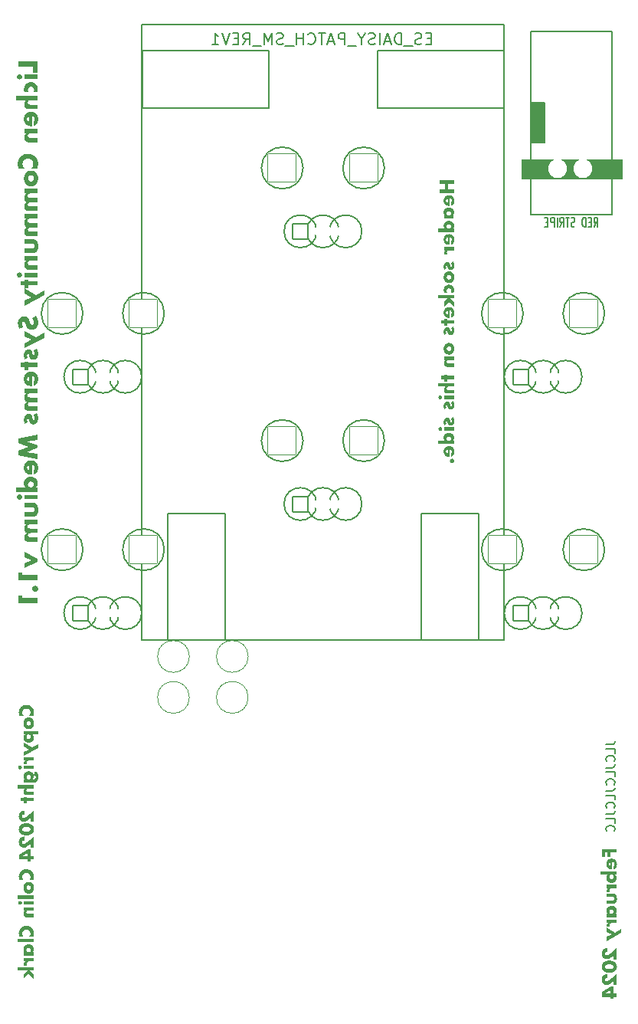
<source format=gbo>
%TF.GenerationSoftware,KiCad,Pcbnew,7.0.8*%
%TF.CreationDate,2024-02-25T22:02:07-05:00*%
%TF.ProjectId,lichen-dev-module,6c696368-656e-42d6-9465-762d6d6f6475,1.0*%
%TF.SameCoordinates,Original*%
%TF.FileFunction,Legend,Bot*%
%TF.FilePolarity,Positive*%
%FSLAX46Y46*%
G04 Gerber Fmt 4.6, Leading zero omitted, Abs format (unit mm)*
G04 Created by KiCad (PCBNEW 7.0.8) date 2024-02-25 22:02:07*
%MOMM*%
%LPD*%
G01*
G04 APERTURE LIST*
G04 Aperture macros list*
%AMRoundRect*
0 Rectangle with rounded corners*
0 $1 Rounding radius*
0 $2 $3 $4 $5 $6 $7 $8 $9 X,Y pos of 4 corners*
0 Add a 4 corners polygon primitive as box body*
4,1,4,$2,$3,$4,$5,$6,$7,$8,$9,$2,$3,0*
0 Add four circle primitives for the rounded corners*
1,1,$1+$1,$2,$3*
1,1,$1+$1,$4,$5*
1,1,$1+$1,$6,$7*
1,1,$1+$1,$8,$9*
0 Add four rect primitives between the rounded corners*
20,1,$1+$1,$2,$3,$4,$5,0*
20,1,$1+$1,$4,$5,$6,$7,0*
20,1,$1+$1,$6,$7,$8,$9,0*
20,1,$1+$1,$8,$9,$2,$3,0*%
G04 Aperture macros list end*
%ADD10C,0.200000*%
%ADD11C,0.250000*%
%ADD12C,0.150000*%
%ADD13C,0.153000*%
%ADD14C,0.127000*%
%ADD15C,0.101600*%
%ADD16C,0.152400*%
%ADD17C,0.203200*%
%ADD18C,0.120000*%
%ADD19C,2.000000*%
%ADD20RoundRect,0.076200X-0.825000X0.825000X-0.825000X-0.825000X0.825000X-0.825000X0.825000X0.825000X0*%
%ADD21C,1.802400*%
%ADD22RoundRect,0.076200X-1.558000X1.558000X-1.558000X-1.558000X1.558000X-1.558000X1.558000X1.558000X0*%
%ADD23C,2.032000*%
%ADD24R,1.800000X1.800000*%
%ADD25C,1.800000*%
%ADD26C,1.651000*%
%ADD27C,2.082800*%
G04 APERTURE END LIST*
D10*
G36*
X166612292Y-202236852D02*
G01*
X166612292Y-201735300D01*
X166870212Y-201735300D01*
X166870212Y-202201681D01*
X167221922Y-202201681D01*
X167221922Y-201735300D01*
X167843276Y-201735300D01*
X167843276Y-201334131D01*
X166260582Y-201334131D01*
X166260582Y-202236852D01*
X166612292Y-202236852D01*
G37*
G36*
X167337228Y-202401155D02*
G01*
X167353418Y-202401670D01*
X167369411Y-202402529D01*
X167385206Y-202403731D01*
X167400804Y-202405277D01*
X167416204Y-202407166D01*
X167431407Y-202409398D01*
X167446412Y-202411974D01*
X167461219Y-202414894D01*
X167475830Y-202418157D01*
X167490242Y-202421763D01*
X167504458Y-202425713D01*
X167518475Y-202430006D01*
X167539132Y-202437090D01*
X167559344Y-202444947D01*
X167572508Y-202450587D01*
X167591821Y-202459589D01*
X167610612Y-202469242D01*
X167628881Y-202479545D01*
X167646628Y-202490498D01*
X167663854Y-202502102D01*
X167680559Y-202514356D01*
X167696741Y-202527261D01*
X167712402Y-202540816D01*
X167727542Y-202555021D01*
X167742159Y-202569877D01*
X167751593Y-202580124D01*
X167765229Y-202595967D01*
X167778246Y-202612376D01*
X167790645Y-202629351D01*
X167802426Y-202646894D01*
X167813589Y-202665003D01*
X167824133Y-202683679D01*
X167834059Y-202702922D01*
X167843367Y-202722731D01*
X167849229Y-202736253D01*
X167854816Y-202750026D01*
X167860129Y-202764050D01*
X167865186Y-202778334D01*
X167869917Y-202792793D01*
X167874322Y-202807426D01*
X167878401Y-202822234D01*
X167882153Y-202837216D01*
X167885579Y-202852373D01*
X167888679Y-202867704D01*
X167891453Y-202883210D01*
X167893900Y-202898891D01*
X167896021Y-202914746D01*
X167897815Y-202930776D01*
X167899284Y-202946981D01*
X167900426Y-202963360D01*
X167901242Y-202979913D01*
X167901731Y-202996642D01*
X167901894Y-203013545D01*
X167901525Y-203041062D01*
X167900419Y-203067925D01*
X167898574Y-203094136D01*
X167895992Y-203119693D01*
X167892672Y-203144597D01*
X167888615Y-203168847D01*
X167883820Y-203192444D01*
X167878287Y-203215388D01*
X167872016Y-203237679D01*
X167865007Y-203259316D01*
X167857261Y-203280300D01*
X167848777Y-203300631D01*
X167839555Y-203320308D01*
X167829596Y-203339333D01*
X167818899Y-203357703D01*
X167807464Y-203375421D01*
X167795291Y-203392485D01*
X167782381Y-203408896D01*
X167768733Y-203424654D01*
X167754347Y-203439758D01*
X167739223Y-203454209D01*
X167723362Y-203468007D01*
X167706763Y-203481151D01*
X167689426Y-203493642D01*
X167671351Y-203505480D01*
X167652539Y-203516664D01*
X167632989Y-203527195D01*
X167612701Y-203537073D01*
X167591676Y-203546298D01*
X167569912Y-203554869D01*
X167547411Y-203562787D01*
X167524173Y-203570052D01*
X167524173Y-203198558D01*
X167530101Y-203194514D01*
X167546755Y-203181660D01*
X167561717Y-203167724D01*
X167574984Y-203152706D01*
X167586558Y-203136606D01*
X167596438Y-203119424D01*
X167604624Y-203101160D01*
X167611117Y-203081814D01*
X167615916Y-203061387D01*
X167619021Y-203039877D01*
X167620150Y-203024936D01*
X167620526Y-203009515D01*
X167619610Y-202981254D01*
X167616863Y-202954817D01*
X167612283Y-202930204D01*
X167605872Y-202907413D01*
X167597629Y-202886446D01*
X167587554Y-202867302D01*
X167575647Y-202849981D01*
X167561908Y-202834484D01*
X167546338Y-202820810D01*
X167528935Y-202808959D01*
X167509701Y-202798931D01*
X167488635Y-202790726D01*
X167465737Y-202784345D01*
X167441008Y-202779787D01*
X167414446Y-202777052D01*
X167386053Y-202776140D01*
X167386053Y-203585073D01*
X167345020Y-203585073D01*
X167327182Y-203584917D01*
X167309569Y-203584449D01*
X167292182Y-203583669D01*
X167275022Y-203582577D01*
X167258088Y-203581173D01*
X167241379Y-203579457D01*
X167224897Y-203577429D01*
X167208641Y-203575089D01*
X167192611Y-203572437D01*
X167176808Y-203569474D01*
X167161230Y-203566198D01*
X167145879Y-203562610D01*
X167130753Y-203558710D01*
X167115854Y-203554499D01*
X167101181Y-203549975D01*
X167086734Y-203545139D01*
X167072494Y-203540007D01*
X167058535Y-203534595D01*
X167044856Y-203528902D01*
X167031458Y-203522928D01*
X167011887Y-203513442D01*
X166992947Y-203503325D01*
X166974638Y-203492577D01*
X166956961Y-203481197D01*
X166939914Y-203469186D01*
X166923498Y-203456545D01*
X166907714Y-203443272D01*
X166892561Y-203429368D01*
X166882770Y-203419802D01*
X166868638Y-203404960D01*
X166855169Y-203389526D01*
X166842363Y-203373499D01*
X166830220Y-203356879D01*
X166818741Y-203339667D01*
X166807925Y-203321863D01*
X166797772Y-203303466D01*
X166788283Y-203284477D01*
X166779457Y-203264895D01*
X166771294Y-203244720D01*
X166766236Y-203230967D01*
X166761505Y-203217003D01*
X166757100Y-203202826D01*
X166753022Y-203188438D01*
X166749269Y-203173837D01*
X166745843Y-203159025D01*
X166742743Y-203144002D01*
X166739970Y-203128766D01*
X166737523Y-203113319D01*
X166735402Y-203097659D01*
X166733607Y-203081788D01*
X166732139Y-203065706D01*
X166730997Y-203049411D01*
X166730181Y-203032905D01*
X166729692Y-203016186D01*
X166729567Y-203003286D01*
X166987449Y-203003286D01*
X166987903Y-203018998D01*
X166989265Y-203034258D01*
X166991535Y-203049068D01*
X166994713Y-203063427D01*
X167000363Y-203081871D01*
X167007628Y-203099514D01*
X167016506Y-203116355D01*
X167026999Y-203132395D01*
X167039106Y-203147634D01*
X167045648Y-203154897D01*
X167059512Y-203168487D01*
X167074419Y-203180828D01*
X167090367Y-203191922D01*
X167103012Y-203199424D01*
X167116243Y-203206223D01*
X167130060Y-203212321D01*
X167144463Y-203217717D01*
X167159452Y-203222410D01*
X167175027Y-203226402D01*
X167175027Y-202786765D01*
X167169480Y-202787722D01*
X167153309Y-202791081D01*
X167137846Y-202795175D01*
X167123092Y-202800003D01*
X167109047Y-202805565D01*
X167095710Y-202811861D01*
X167079029Y-202821398D01*
X167063607Y-202832240D01*
X167049445Y-202844387D01*
X167036542Y-202857840D01*
X167025036Y-202872454D01*
X167015064Y-202888088D01*
X167006626Y-202904740D01*
X166999722Y-202922411D01*
X166994353Y-202941102D01*
X166991332Y-202955788D01*
X166989175Y-202971048D01*
X166987880Y-202986880D01*
X166987449Y-203003286D01*
X166729567Y-203003286D01*
X166729528Y-202999256D01*
X166729690Y-202982056D01*
X166730175Y-202965076D01*
X166730984Y-202948316D01*
X166732116Y-202931777D01*
X166733571Y-202915458D01*
X166735350Y-202899359D01*
X166737453Y-202883481D01*
X166739878Y-202867823D01*
X166742627Y-202852386D01*
X166745700Y-202837169D01*
X166749096Y-202822172D01*
X166752815Y-202807396D01*
X166756858Y-202792840D01*
X166761225Y-202778505D01*
X166765914Y-202764390D01*
X166770928Y-202750495D01*
X166776241Y-202736838D01*
X166784732Y-202716830D01*
X166793848Y-202697395D01*
X166803589Y-202678533D01*
X166813954Y-202660245D01*
X166824944Y-202642529D01*
X166836558Y-202625387D01*
X166848798Y-202608818D01*
X166861661Y-202592822D01*
X166875150Y-202577400D01*
X166889263Y-202562550D01*
X166898963Y-202552980D01*
X166913996Y-202539146D01*
X166929609Y-202525937D01*
X166945801Y-202513352D01*
X166962573Y-202501392D01*
X166979925Y-202490056D01*
X166997856Y-202479345D01*
X167016367Y-202469259D01*
X167035457Y-202459798D01*
X167055127Y-202450961D01*
X167075376Y-202442749D01*
X167089129Y-202437691D01*
X167103094Y-202432960D01*
X167117271Y-202428555D01*
X167131659Y-202424477D01*
X167146259Y-202420724D01*
X167161071Y-202417298D01*
X167176095Y-202414198D01*
X167191331Y-202411425D01*
X167206778Y-202408978D01*
X167222437Y-202406857D01*
X167238308Y-202405062D01*
X167254391Y-202403594D01*
X167270686Y-202402452D01*
X167287192Y-202401636D01*
X167303910Y-202401147D01*
X167320840Y-202400983D01*
X167337228Y-202401155D01*
G37*
G36*
X167855000Y-204181514D02*
G01*
X167728604Y-204181514D01*
X167746749Y-204197345D01*
X167763723Y-204213880D01*
X167779527Y-204231119D01*
X167794160Y-204249062D01*
X167807623Y-204267710D01*
X167819914Y-204287061D01*
X167831036Y-204307117D01*
X167840986Y-204327876D01*
X167849766Y-204349340D01*
X167857375Y-204371508D01*
X167863814Y-204394380D01*
X167869082Y-204417956D01*
X167873179Y-204442236D01*
X167876106Y-204467221D01*
X167877861Y-204492909D01*
X167878447Y-204519302D01*
X167878269Y-204533895D01*
X167877338Y-204555553D01*
X167875607Y-204576935D01*
X167873079Y-204598040D01*
X167869751Y-204618868D01*
X167865625Y-204639419D01*
X167860701Y-204659694D01*
X167854978Y-204679691D01*
X167848456Y-204699411D01*
X167841136Y-204718855D01*
X167833018Y-204738021D01*
X167827210Y-204750602D01*
X167818016Y-204769082D01*
X167808242Y-204787091D01*
X167797889Y-204804630D01*
X167786956Y-204821700D01*
X167775443Y-204838299D01*
X167763351Y-204854428D01*
X167750679Y-204870087D01*
X167737428Y-204885275D01*
X167723597Y-204899994D01*
X167709187Y-204914242D01*
X167699279Y-204923499D01*
X167684015Y-204936890D01*
X167668268Y-204949688D01*
X167652038Y-204961894D01*
X167635325Y-204973507D01*
X167618130Y-204984528D01*
X167600451Y-204994957D01*
X167582289Y-205004793D01*
X167563644Y-205014037D01*
X167544516Y-205022688D01*
X167524905Y-205030746D01*
X167518251Y-205033316D01*
X167498115Y-205040535D01*
X167477722Y-205047020D01*
X167457071Y-205052771D01*
X167436162Y-205057788D01*
X167414996Y-205062070D01*
X167393572Y-205065619D01*
X167371891Y-205068433D01*
X167357294Y-205069901D01*
X167342582Y-205071043D01*
X167327756Y-205071859D01*
X167312815Y-205072349D01*
X167297759Y-205072512D01*
X167283020Y-205072353D01*
X167261110Y-205071519D01*
X167239439Y-205069970D01*
X167218005Y-205067706D01*
X167196810Y-205064728D01*
X167175854Y-205061035D01*
X167155135Y-205056626D01*
X167134655Y-205051503D01*
X167114413Y-205045666D01*
X167094409Y-205039113D01*
X167074644Y-205031845D01*
X167061609Y-205026640D01*
X167042465Y-205018377D01*
X167023811Y-205009566D01*
X167005645Y-205000207D01*
X166987970Y-204990302D01*
X166970784Y-204979848D01*
X166954087Y-204968848D01*
X166937880Y-204957300D01*
X166922162Y-204945204D01*
X166906933Y-204932562D01*
X166892194Y-204919371D01*
X166882611Y-204910324D01*
X166868710Y-204896313D01*
X166855375Y-204881773D01*
X166842606Y-204866706D01*
X166830405Y-204851110D01*
X166818770Y-204834987D01*
X166807701Y-204818335D01*
X166797200Y-204801155D01*
X166787265Y-204783447D01*
X166777897Y-204765212D01*
X166769096Y-204746448D01*
X166760977Y-204727305D01*
X166753657Y-204707795D01*
X166747135Y-204687918D01*
X166741412Y-204667673D01*
X166736488Y-204647062D01*
X166732362Y-204626084D01*
X166729035Y-204604739D01*
X166726506Y-204583026D01*
X166725264Y-204568347D01*
X166724376Y-204553505D01*
X166723844Y-204538500D01*
X166723667Y-204523332D01*
X166724228Y-204497954D01*
X166725911Y-204473111D01*
X166728716Y-204448804D01*
X166732643Y-204425032D01*
X166733733Y-204420017D01*
X167057791Y-204420017D01*
X167057870Y-204426670D01*
X167058755Y-204443015D01*
X167060624Y-204458949D01*
X167063478Y-204474471D01*
X167067315Y-204489582D01*
X167072136Y-204504281D01*
X167077941Y-204518569D01*
X167080467Y-204524205D01*
X167087245Y-204537918D01*
X167094685Y-204551095D01*
X167102787Y-204563735D01*
X167111551Y-204575839D01*
X167120976Y-204587406D01*
X167131064Y-204598436D01*
X167135233Y-204602681D01*
X167146068Y-204612767D01*
X167157493Y-204622101D01*
X167169509Y-204630684D01*
X167182116Y-204638516D01*
X167195312Y-204645596D01*
X167209099Y-204651926D01*
X167214751Y-204654277D01*
X167229042Y-204659491D01*
X167243566Y-204663758D01*
X167258323Y-204667076D01*
X167273312Y-204669447D01*
X167288533Y-204670869D01*
X167303988Y-204671343D01*
X167310015Y-204671263D01*
X167324935Y-204670361D01*
X167339639Y-204668458D01*
X167354129Y-204665553D01*
X167368405Y-204661646D01*
X167382465Y-204656737D01*
X167396311Y-204650826D01*
X167399049Y-204649554D01*
X167412424Y-204642806D01*
X167425281Y-204635415D01*
X167437619Y-204627379D01*
X167449438Y-204618699D01*
X167462936Y-204607434D01*
X167473614Y-204597337D01*
X167477724Y-204593123D01*
X167487499Y-204582173D01*
X167496558Y-204570633D01*
X167504901Y-204558502D01*
X167512529Y-204545781D01*
X167519441Y-204532470D01*
X167525638Y-204518569D01*
X167527901Y-204512912D01*
X167532918Y-204498556D01*
X167537024Y-204483896D01*
X167540217Y-204468932D01*
X167542498Y-204453664D01*
X167543866Y-204438092D01*
X167544323Y-204422215D01*
X167544245Y-204415779D01*
X167543376Y-204399878D01*
X167541541Y-204384245D01*
X167538739Y-204368880D01*
X167534972Y-204353784D01*
X167530238Y-204338956D01*
X167524539Y-204324396D01*
X167522017Y-204318671D01*
X167515288Y-204304761D01*
X167507949Y-204291423D01*
X167500003Y-204278658D01*
X167491449Y-204266465D01*
X167482286Y-204254844D01*
X167472515Y-204243796D01*
X167464272Y-204235421D01*
X167451220Y-204223739D01*
X167437344Y-204213113D01*
X167422644Y-204203543D01*
X167409764Y-204196375D01*
X167396311Y-204189940D01*
X167390792Y-204187633D01*
X167376779Y-204182517D01*
X167362463Y-204178331D01*
X167347842Y-204175075D01*
X167332918Y-204172750D01*
X167317689Y-204171354D01*
X167302156Y-204170889D01*
X167295903Y-204170968D01*
X167280460Y-204171853D01*
X167265285Y-204173723D01*
X167250378Y-204176576D01*
X167235739Y-204180413D01*
X167221369Y-204185234D01*
X167207267Y-204191039D01*
X167201680Y-204193654D01*
X167188113Y-204200629D01*
X167175119Y-204208230D01*
X167162697Y-204216457D01*
X167150847Y-204225310D01*
X167139570Y-204234789D01*
X167128866Y-204244895D01*
X167126796Y-204246990D01*
X167116879Y-204257809D01*
X167105922Y-204271548D01*
X167097579Y-204283626D01*
X167089951Y-204296277D01*
X167083038Y-204309501D01*
X167076842Y-204323297D01*
X167074535Y-204328998D01*
X167069419Y-204343453D01*
X167065233Y-204358193D01*
X167061977Y-204373220D01*
X167059651Y-204388533D01*
X167058256Y-204404132D01*
X167057791Y-204420017D01*
X166733733Y-204420017D01*
X166737692Y-204401795D01*
X166743862Y-204379093D01*
X166751155Y-204356926D01*
X166759570Y-204335295D01*
X166769107Y-204314199D01*
X166779766Y-204293638D01*
X166791547Y-204273613D01*
X166804450Y-204254123D01*
X166818475Y-204235168D01*
X166833622Y-204216748D01*
X166849891Y-204198863D01*
X166867281Y-204181514D01*
X166096451Y-204181514D01*
X166096451Y-203806357D01*
X167855000Y-203806357D01*
X167855000Y-204181514D01*
G37*
G36*
X166776423Y-205277676D02*
G01*
X166776423Y-205652833D01*
X166951912Y-205652833D01*
X166933770Y-205664618D01*
X166916440Y-205676893D01*
X166899921Y-205689657D01*
X166884214Y-205702910D01*
X166869319Y-205716653D01*
X166855234Y-205730885D01*
X166841962Y-205745607D01*
X166829500Y-205760819D01*
X166817850Y-205776519D01*
X166807012Y-205792709D01*
X166800237Y-205803775D01*
X166790743Y-205820797D01*
X166782183Y-205838340D01*
X166774557Y-205856406D01*
X166767865Y-205874993D01*
X166762107Y-205894101D01*
X166757282Y-205913731D01*
X166753391Y-205933883D01*
X166750434Y-205954557D01*
X166748411Y-205975752D01*
X166747321Y-205997468D01*
X166747114Y-206012236D01*
X166747114Y-206026962D01*
X166747114Y-206041869D01*
X166747114Y-206045209D01*
X166748021Y-206060702D01*
X166750205Y-206075228D01*
X166752609Y-206086608D01*
X167119340Y-206086608D01*
X167112531Y-206072138D01*
X167106391Y-206057443D01*
X167100922Y-206042523D01*
X167096122Y-206027377D01*
X167091992Y-206012006D01*
X167088531Y-205996409D01*
X167085740Y-205980587D01*
X167083620Y-205964540D01*
X167082168Y-205948267D01*
X167081387Y-205931769D01*
X167081238Y-205920645D01*
X167081547Y-205904190D01*
X167082475Y-205888256D01*
X167084020Y-205872843D01*
X167086184Y-205857951D01*
X167090589Y-205836589D01*
X167096385Y-205816400D01*
X167103572Y-205797383D01*
X167112150Y-205779538D01*
X167122119Y-205762864D01*
X167133479Y-205747363D01*
X167146231Y-205733034D01*
X167160373Y-205719877D01*
X167175848Y-205707896D01*
X167192599Y-205697093D01*
X167210624Y-205687468D01*
X167229925Y-205679022D01*
X167250501Y-205671755D01*
X167264926Y-205667564D01*
X167279919Y-205663898D01*
X167295478Y-205660755D01*
X167311603Y-205658136D01*
X167328296Y-205656041D01*
X167345555Y-205654470D01*
X167363381Y-205653422D01*
X167381773Y-205652898D01*
X167391182Y-205652833D01*
X167855000Y-205652833D01*
X167855000Y-205277676D01*
X166776423Y-205277676D01*
G37*
G36*
X166776423Y-206630293D02*
G01*
X167394113Y-206630293D01*
X167418691Y-206631070D01*
X167441683Y-206633401D01*
X167463090Y-206637286D01*
X167482911Y-206642726D01*
X167501146Y-206649720D01*
X167517796Y-206658268D01*
X167532859Y-206668370D01*
X167546338Y-206680027D01*
X167558230Y-206693237D01*
X167568537Y-206708002D01*
X167577258Y-206724321D01*
X167584394Y-206742194D01*
X167589944Y-206761621D01*
X167593908Y-206782603D01*
X167596286Y-206805139D01*
X167597079Y-206829228D01*
X167596286Y-206853407D01*
X167593908Y-206876026D01*
X167589944Y-206897084D01*
X167584394Y-206916583D01*
X167577258Y-206934522D01*
X167568537Y-206950901D01*
X167558230Y-206965721D01*
X167546338Y-206978980D01*
X167532859Y-206990679D01*
X167517796Y-207000819D01*
X167501146Y-207009398D01*
X167482911Y-207016418D01*
X167463090Y-207021877D01*
X167441683Y-207025777D01*
X167418691Y-207028117D01*
X167394113Y-207028897D01*
X166776423Y-207028897D01*
X166776423Y-207404054D01*
X167461524Y-207404054D01*
X167488618Y-207403492D01*
X167514853Y-207401804D01*
X167540230Y-207398992D01*
X167564747Y-207395055D01*
X167588407Y-207389993D01*
X167611207Y-207383807D01*
X167633149Y-207376495D01*
X167654232Y-207368059D01*
X167674456Y-207358497D01*
X167693822Y-207347811D01*
X167712329Y-207336000D01*
X167729978Y-207323065D01*
X167746767Y-207309004D01*
X167762699Y-207293818D01*
X167777771Y-207277508D01*
X167791985Y-207260073D01*
X167805294Y-207241518D01*
X167817745Y-207221851D01*
X167829337Y-207201070D01*
X167840070Y-207179175D01*
X167849945Y-207156167D01*
X167858961Y-207132046D01*
X167867118Y-207106811D01*
X167874417Y-207080463D01*
X167880857Y-207053001D01*
X167886438Y-207024426D01*
X167888907Y-207009721D01*
X167891161Y-206994738D01*
X167893200Y-206979476D01*
X167895025Y-206963936D01*
X167896635Y-206948118D01*
X167898030Y-206932021D01*
X167899211Y-206915646D01*
X167900177Y-206898992D01*
X167900928Y-206882060D01*
X167901465Y-206864850D01*
X167901787Y-206847362D01*
X167901894Y-206829595D01*
X167901787Y-206811873D01*
X167901465Y-206794427D01*
X167900928Y-206777257D01*
X167900177Y-206760363D01*
X167899211Y-206743746D01*
X167898030Y-206727405D01*
X167896635Y-206711340D01*
X167895025Y-206695551D01*
X167893200Y-206680039D01*
X167891161Y-206664802D01*
X167888907Y-206649842D01*
X167886438Y-206635158D01*
X167883755Y-206620751D01*
X167877744Y-206592764D01*
X167870875Y-206565882D01*
X167863147Y-206540105D01*
X167854560Y-206515432D01*
X167845115Y-206491865D01*
X167834811Y-206469402D01*
X167823648Y-206448044D01*
X167811627Y-206427791D01*
X167798747Y-206408643D01*
X167791985Y-206399483D01*
X167777771Y-206382004D01*
X167762699Y-206365652D01*
X167746767Y-206350427D01*
X167729978Y-206336331D01*
X167712329Y-206323362D01*
X167693822Y-206311521D01*
X167674456Y-206300808D01*
X167654232Y-206291222D01*
X167633149Y-206282765D01*
X167611207Y-206275434D01*
X167588407Y-206269232D01*
X167564747Y-206264157D01*
X167540230Y-206260210D01*
X167514853Y-206257391D01*
X167488618Y-206255699D01*
X167461524Y-206255136D01*
X166776423Y-206255136D01*
X166776423Y-206630293D01*
G37*
G36*
X167305572Y-207612189D02*
G01*
X167321082Y-207612506D01*
X167336441Y-207613142D01*
X167351648Y-207614095D01*
X167366703Y-207615366D01*
X167381606Y-207616954D01*
X167396358Y-207618860D01*
X167410958Y-207621084D01*
X167425407Y-207623626D01*
X167446795Y-207628034D01*
X167467842Y-207633157D01*
X167488548Y-207638995D01*
X167508912Y-207645548D01*
X167528935Y-207652815D01*
X167542064Y-207658025D01*
X167561361Y-207666311D01*
X167580181Y-207675163D01*
X167598524Y-207684583D01*
X167616390Y-207694569D01*
X167633781Y-207705122D01*
X167650694Y-207716242D01*
X167667131Y-207727929D01*
X167683092Y-207740182D01*
X167698576Y-207753002D01*
X167713583Y-207766388D01*
X167723246Y-207775643D01*
X167737225Y-207789885D01*
X167750586Y-207804559D01*
X167763328Y-207819664D01*
X167775453Y-207835200D01*
X167786959Y-207851168D01*
X167797847Y-207867568D01*
X167808116Y-207884399D01*
X167817768Y-207901661D01*
X167826801Y-207919355D01*
X167835216Y-207937480D01*
X167840451Y-207949782D01*
X167847670Y-207968514D01*
X167854129Y-207987581D01*
X167859829Y-208006982D01*
X167864768Y-208026719D01*
X167868948Y-208046790D01*
X167872367Y-208067196D01*
X167875027Y-208087937D01*
X167876927Y-208109013D01*
X167878067Y-208130424D01*
X167878447Y-208152170D01*
X167877807Y-208177664D01*
X167875888Y-208202488D01*
X167872689Y-208226642D01*
X167868212Y-208250126D01*
X167862454Y-208272941D01*
X167855417Y-208295086D01*
X167847101Y-208316561D01*
X167837506Y-208337367D01*
X167826631Y-208357503D01*
X167814476Y-208376969D01*
X167801042Y-208395765D01*
X167786329Y-208413891D01*
X167770336Y-208431348D01*
X167753064Y-208448135D01*
X167734513Y-208464252D01*
X167714682Y-208479699D01*
X167831552Y-208479699D01*
X167831552Y-208854856D01*
X166752976Y-208854856D01*
X166752976Y-208479699D01*
X166863984Y-208479699D01*
X166846993Y-208462991D01*
X166831097Y-208445748D01*
X166816298Y-208427969D01*
X166802595Y-208409655D01*
X166789989Y-208390806D01*
X166778478Y-208371422D01*
X166768064Y-208351502D01*
X166758746Y-208331047D01*
X166750524Y-208310057D01*
X166743399Y-208288532D01*
X166737370Y-208266471D01*
X166734411Y-208252920D01*
X167057791Y-208252920D01*
X167057865Y-208259079D01*
X167058702Y-208274278D01*
X167060470Y-208289190D01*
X167063168Y-208303816D01*
X167066795Y-208318156D01*
X167071353Y-208332209D01*
X167076842Y-208345976D01*
X167080474Y-208354113D01*
X167087100Y-208367203D01*
X167095996Y-208382131D01*
X167105922Y-208396208D01*
X167116879Y-208409436D01*
X167128866Y-208421814D01*
X167139570Y-208431470D01*
X167153171Y-208442255D01*
X167167597Y-208452164D01*
X167180248Y-208459753D01*
X167193472Y-208466733D01*
X167207267Y-208473105D01*
X167212876Y-208475456D01*
X167227085Y-208480671D01*
X167241563Y-208484937D01*
X167256308Y-208488256D01*
X167271323Y-208490626D01*
X167286605Y-208492048D01*
X167302156Y-208492522D01*
X167308405Y-208492446D01*
X167323817Y-208491593D01*
X167338924Y-208489792D01*
X167353727Y-208487042D01*
X167368226Y-208483344D01*
X167382421Y-208478699D01*
X167396311Y-208473105D01*
X167404461Y-208469355D01*
X167417629Y-208462618D01*
X167432746Y-208453731D01*
X167447116Y-208443967D01*
X167460739Y-208433329D01*
X167473614Y-208421814D01*
X167479737Y-208415731D01*
X167491208Y-208402929D01*
X167501650Y-208389276D01*
X167511061Y-208374773D01*
X167519441Y-208359420D01*
X167525638Y-208345976D01*
X167527901Y-208340504D01*
X167532918Y-208326622D01*
X167537024Y-208312454D01*
X167540217Y-208298000D01*
X167542498Y-208283259D01*
X167543866Y-208268233D01*
X167544323Y-208252920D01*
X167544250Y-208246580D01*
X167543429Y-208230956D01*
X167541695Y-208215654D01*
X167539049Y-208200674D01*
X167535491Y-208186016D01*
X167531021Y-208171679D01*
X167525638Y-208157665D01*
X167522006Y-208149528D01*
X167515380Y-208136439D01*
X167506484Y-208121511D01*
X167496558Y-208107433D01*
X167485601Y-208094206D01*
X167473614Y-208081828D01*
X167462910Y-208072295D01*
X167449308Y-208061682D01*
X167434883Y-208051970D01*
X167422232Y-208044566D01*
X167409008Y-208037788D01*
X167395212Y-208031636D01*
X167389552Y-208029418D01*
X167375164Y-208024498D01*
X167360436Y-208020473D01*
X167345369Y-208017343D01*
X167329961Y-208015107D01*
X167314213Y-208013765D01*
X167298126Y-208013318D01*
X167282523Y-208013765D01*
X167267314Y-208015107D01*
X167252498Y-208017343D01*
X167238076Y-208020473D01*
X167221289Y-208025411D01*
X167205069Y-208031636D01*
X167199748Y-208034022D01*
X167184232Y-208041780D01*
X167169386Y-208050439D01*
X167155209Y-208060001D01*
X167141703Y-208070463D01*
X167128866Y-208081828D01*
X167122743Y-208087910D01*
X167111271Y-208100713D01*
X167100830Y-208114366D01*
X167091419Y-208128869D01*
X167083038Y-208144222D01*
X167076842Y-208157665D01*
X167074535Y-208163232D01*
X167069419Y-208177375D01*
X167065233Y-208191840D01*
X167061977Y-208206627D01*
X167059651Y-208221736D01*
X167058256Y-208237167D01*
X167057791Y-208252920D01*
X166734411Y-208252920D01*
X166732436Y-208243875D01*
X166728600Y-208220744D01*
X166725859Y-208197078D01*
X166724215Y-208172877D01*
X166723667Y-208148140D01*
X166723844Y-208133338D01*
X166724776Y-208111441D01*
X166726506Y-208089911D01*
X166729035Y-208068748D01*
X166732362Y-208047952D01*
X166736488Y-208027523D01*
X166741412Y-208007462D01*
X166747135Y-207987767D01*
X166753657Y-207968440D01*
X166760977Y-207949479D01*
X166769096Y-207930886D01*
X166774905Y-207918764D01*
X166784106Y-207900979D01*
X166793894Y-207883671D01*
X166804268Y-207866839D01*
X166815228Y-207850483D01*
X166826773Y-207834604D01*
X166838905Y-207819202D01*
X166851623Y-207804276D01*
X166864927Y-207789827D01*
X166878817Y-207775854D01*
X166893293Y-207762358D01*
X166903197Y-207753640D01*
X166918438Y-207741013D01*
X166934143Y-207728927D01*
X166950312Y-207717383D01*
X166966944Y-207706379D01*
X166984040Y-207695916D01*
X167001600Y-207685994D01*
X167019623Y-207676613D01*
X167038110Y-207667773D01*
X167057061Y-207659474D01*
X167076475Y-207651716D01*
X167089619Y-207646925D01*
X167109505Y-207640317D01*
X167129598Y-207634405D01*
X167149897Y-207629189D01*
X167170402Y-207624668D01*
X167191113Y-207620843D01*
X167212030Y-207617713D01*
X167233153Y-207615279D01*
X167254483Y-207613540D01*
X167276018Y-207612497D01*
X167297759Y-207612149D01*
X167305572Y-207612189D01*
G37*
G36*
X166776423Y-209130362D02*
G01*
X166776423Y-209505519D01*
X166951912Y-209505519D01*
X166933770Y-209517305D01*
X166916440Y-209529579D01*
X166899921Y-209542343D01*
X166884214Y-209555597D01*
X166869319Y-209569340D01*
X166855234Y-209583572D01*
X166841962Y-209598294D01*
X166829500Y-209613505D01*
X166817850Y-209629206D01*
X166807012Y-209645396D01*
X166800237Y-209656461D01*
X166790743Y-209673483D01*
X166782183Y-209691027D01*
X166774557Y-209709092D01*
X166767865Y-209727679D01*
X166762107Y-209746788D01*
X166757282Y-209766418D01*
X166753391Y-209786570D01*
X166750434Y-209807243D01*
X166748411Y-209828438D01*
X166747321Y-209850155D01*
X166747114Y-209864923D01*
X166747114Y-209879649D01*
X166747114Y-209894555D01*
X166747114Y-209897896D01*
X166748021Y-209913388D01*
X166750205Y-209927914D01*
X166752609Y-209939295D01*
X167119340Y-209939295D01*
X167112531Y-209924825D01*
X167106391Y-209910130D01*
X167100922Y-209895210D01*
X167096122Y-209880064D01*
X167091992Y-209864693D01*
X167088531Y-209849096D01*
X167085740Y-209833274D01*
X167083620Y-209817227D01*
X167082168Y-209800954D01*
X167081387Y-209784456D01*
X167081238Y-209773332D01*
X167081547Y-209756877D01*
X167082475Y-209740943D01*
X167084020Y-209725530D01*
X167086184Y-209710638D01*
X167090589Y-209689276D01*
X167096385Y-209669087D01*
X167103572Y-209650069D01*
X167112150Y-209632224D01*
X167122119Y-209615551D01*
X167133479Y-209600050D01*
X167146231Y-209585721D01*
X167160373Y-209572564D01*
X167175848Y-209560582D01*
X167192599Y-209549779D01*
X167210624Y-209540155D01*
X167229925Y-209531709D01*
X167250501Y-209524441D01*
X167264926Y-209520251D01*
X167279919Y-209516584D01*
X167295478Y-209513442D01*
X167311603Y-209510823D01*
X167328296Y-209508728D01*
X167345555Y-209507156D01*
X167363381Y-209506109D01*
X167381773Y-209505585D01*
X167391182Y-209505519D01*
X167855000Y-209505519D01*
X167855000Y-209130362D01*
X166776423Y-209130362D01*
G37*
G36*
X167708820Y-210554054D02*
G01*
X166776423Y-210033084D01*
X166776423Y-210474187D01*
X167329633Y-210761782D01*
X166776423Y-211040952D01*
X166776423Y-211478025D01*
X168394288Y-210612672D01*
X168394288Y-210186224D01*
X167708820Y-210554054D01*
G37*
G36*
X167855000Y-213528199D02*
G01*
X167855000Y-212253984D01*
X167440275Y-212645261D01*
X167419865Y-212664414D01*
X167399849Y-212683037D01*
X167380229Y-212701130D01*
X167361003Y-212718694D01*
X167342173Y-212735729D01*
X167323737Y-212752234D01*
X167305696Y-212768209D01*
X167288051Y-212783655D01*
X167270800Y-212798572D01*
X167253945Y-212812959D01*
X167237484Y-212826816D01*
X167221418Y-212840144D01*
X167205748Y-212852943D01*
X167190472Y-212865211D01*
X167175591Y-212876951D01*
X167161106Y-212888161D01*
X167146912Y-212898976D01*
X167132999Y-212909438D01*
X167119366Y-212919549D01*
X167106014Y-212929308D01*
X167092942Y-212938715D01*
X167080151Y-212947769D01*
X167067640Y-212956472D01*
X167055409Y-212964822D01*
X167037590Y-212976688D01*
X167020402Y-212987762D01*
X167003844Y-212998043D01*
X166987918Y-213007532D01*
X166972623Y-213016230D01*
X166967665Y-213018953D01*
X166953092Y-213026703D01*
X166939046Y-213033881D01*
X166925528Y-213040485D01*
X166908326Y-213048399D01*
X166892063Y-213055294D01*
X166876739Y-213061170D01*
X166862353Y-213066027D01*
X166845692Y-213070666D01*
X166839438Y-213072076D01*
X166824357Y-213075136D01*
X166807253Y-213078125D01*
X166791230Y-213080366D01*
X166776289Y-213081860D01*
X166760226Y-213082659D01*
X166755907Y-213082700D01*
X166740001Y-213082157D01*
X166724341Y-213080526D01*
X166708926Y-213077809D01*
X166693756Y-213074005D01*
X166685198Y-213071343D01*
X166670643Y-213065831D01*
X166656788Y-213059231D01*
X166643635Y-213051545D01*
X166631183Y-213042772D01*
X166624382Y-213037271D01*
X166613064Y-213026878D01*
X166602834Y-213015572D01*
X166593690Y-213003356D01*
X166585633Y-212990227D01*
X166581517Y-212982316D01*
X166575236Y-212967811D01*
X166570498Y-212952183D01*
X166567302Y-212935433D01*
X166565791Y-212920183D01*
X166565397Y-212906845D01*
X166565887Y-212891639D01*
X166568062Y-212872357D01*
X166571978Y-212854207D01*
X166577633Y-212837191D01*
X166585029Y-212821309D01*
X166594165Y-212806560D01*
X166605042Y-212792944D01*
X166617659Y-212780462D01*
X166621085Y-212777519D01*
X166635442Y-212766614D01*
X166650669Y-212757163D01*
X166666766Y-212749166D01*
X166683733Y-212742622D01*
X166701570Y-212737533D01*
X166720278Y-212733898D01*
X166734879Y-212732126D01*
X166749970Y-212731172D01*
X166760303Y-212730990D01*
X166775379Y-212731483D01*
X166791602Y-212732748D01*
X166807976Y-212734494D01*
X166823630Y-212736464D01*
X166829180Y-212737219D01*
X166829180Y-212285491D01*
X166812013Y-212285668D01*
X166795045Y-212286196D01*
X166778274Y-212287076D01*
X166761700Y-212288308D01*
X166745324Y-212289892D01*
X166729145Y-212291828D01*
X166713164Y-212294117D01*
X166697380Y-212296757D01*
X166681794Y-212299750D01*
X166666405Y-212303094D01*
X166651214Y-212306791D01*
X166636220Y-212310839D01*
X166621424Y-212315240D01*
X166606825Y-212319993D01*
X166592424Y-212325097D01*
X166578220Y-212330554D01*
X166564192Y-212336329D01*
X166550411Y-212342387D01*
X166536875Y-212348728D01*
X166523586Y-212355353D01*
X166510543Y-212362261D01*
X166497746Y-212369452D01*
X166479012Y-212380770D01*
X166460832Y-212392726D01*
X166443205Y-212405319D01*
X166426133Y-212418550D01*
X166409614Y-212432419D01*
X166393650Y-212446925D01*
X166383314Y-212456950D01*
X166368327Y-212472464D01*
X166354004Y-212488506D01*
X166340343Y-212505076D01*
X166327346Y-212522174D01*
X166315013Y-212539801D01*
X166303342Y-212557955D01*
X166292335Y-212576637D01*
X166281992Y-212595848D01*
X166272311Y-212615586D01*
X166266226Y-212629039D01*
X166260436Y-212642726D01*
X166257651Y-212649658D01*
X166252328Y-212663711D01*
X166247347Y-212677936D01*
X166242710Y-212692333D01*
X166238417Y-212706902D01*
X166234467Y-212721642D01*
X166230861Y-212736555D01*
X166227598Y-212751638D01*
X166224678Y-212766894D01*
X166222102Y-212782321D01*
X166219870Y-212797921D01*
X166217981Y-212813691D01*
X166216435Y-212829634D01*
X166215233Y-212845748D01*
X166214375Y-212862034D01*
X166213859Y-212878492D01*
X166213688Y-212895122D01*
X166213854Y-212911485D01*
X166214352Y-212927694D01*
X166215182Y-212943748D01*
X166216344Y-212959648D01*
X166217838Y-212975393D01*
X166219664Y-212990983D01*
X166221822Y-213006419D01*
X166224312Y-213021700D01*
X166227134Y-213036827D01*
X166230288Y-213051800D01*
X166233775Y-213066617D01*
X166237593Y-213081280D01*
X166241743Y-213095789D01*
X166246225Y-213110143D01*
X166251040Y-213124343D01*
X166256186Y-213138387D01*
X166261631Y-213152236D01*
X166267343Y-213165848D01*
X166276409Y-213185819D01*
X166286075Y-213205256D01*
X166296339Y-213224159D01*
X166307202Y-213242527D01*
X166318664Y-213260360D01*
X166330725Y-213277659D01*
X166343385Y-213294423D01*
X166356644Y-213310653D01*
X166370502Y-213326348D01*
X166375254Y-213331461D01*
X166389797Y-213346465D01*
X166404848Y-213360836D01*
X166420408Y-213374577D01*
X166436477Y-213387687D01*
X166453055Y-213400166D01*
X166470141Y-213412013D01*
X166487736Y-213423229D01*
X166505840Y-213433814D01*
X166524453Y-213443769D01*
X166543574Y-213453092D01*
X166556605Y-213458956D01*
X166576412Y-213467140D01*
X166596541Y-213474520D01*
X166616992Y-213481094D01*
X166637766Y-213486863D01*
X166658861Y-213491827D01*
X166680278Y-213495986D01*
X166702018Y-213499340D01*
X166716689Y-213501129D01*
X166731504Y-213502560D01*
X166746462Y-213503634D01*
X166761563Y-213504349D01*
X166776807Y-213504707D01*
X166784483Y-213504752D01*
X166800845Y-213504536D01*
X166817049Y-213503887D01*
X166833096Y-213502807D01*
X166848986Y-213501294D01*
X166864718Y-213499349D01*
X166880293Y-213496972D01*
X166895710Y-213494163D01*
X166910970Y-213490922D01*
X166926073Y-213487248D01*
X166941018Y-213483142D01*
X166955806Y-213478604D01*
X166970436Y-213473634D01*
X166984909Y-213468231D01*
X166999224Y-213462397D01*
X167013382Y-213456130D01*
X167027383Y-213449431D01*
X167041282Y-213442307D01*
X167055226Y-213434673D01*
X167069217Y-213426530D01*
X167083253Y-213417878D01*
X167097335Y-213408716D01*
X167111463Y-213399044D01*
X167125637Y-213388863D01*
X167139856Y-213378173D01*
X167154122Y-213366973D01*
X167168433Y-213355264D01*
X167182790Y-213343045D01*
X167197192Y-213330317D01*
X167211641Y-213317079D01*
X167226135Y-213303332D01*
X167240675Y-213289075D01*
X167255261Y-213274309D01*
X167503290Y-213014556D01*
X167503290Y-213528199D01*
X167855000Y-213528199D01*
G37*
G36*
X167080736Y-213666144D02*
G01*
X167104142Y-213666719D01*
X167127276Y-213667678D01*
X167150138Y-213669020D01*
X167172728Y-213670746D01*
X167195046Y-213672856D01*
X167217092Y-213675349D01*
X167238866Y-213678225D01*
X167260369Y-213681485D01*
X167281599Y-213685129D01*
X167302558Y-213689156D01*
X167323245Y-213693567D01*
X167343659Y-213698361D01*
X167363802Y-213703539D01*
X167383673Y-213709100D01*
X167403272Y-213715045D01*
X167422562Y-213721337D01*
X167441506Y-213727942D01*
X167460103Y-213734859D01*
X167478354Y-213742087D01*
X167496259Y-213749628D01*
X167513817Y-213757480D01*
X167531029Y-213765645D01*
X167547895Y-213774121D01*
X167564414Y-213782910D01*
X167580587Y-213792010D01*
X167596414Y-213801422D01*
X167611894Y-213811147D01*
X167627028Y-213821183D01*
X167641816Y-213831532D01*
X167656257Y-213842192D01*
X167670352Y-213853164D01*
X167684030Y-213864467D01*
X167697314Y-213876028D01*
X167710203Y-213887846D01*
X167722696Y-213899921D01*
X167734795Y-213912255D01*
X167746498Y-213924846D01*
X167757807Y-213937694D01*
X167768721Y-213950800D01*
X167779239Y-213964164D01*
X167789363Y-213977785D01*
X167799092Y-213991664D01*
X167808425Y-214005801D01*
X167817364Y-214020195D01*
X167825908Y-214034847D01*
X167834057Y-214049756D01*
X167841810Y-214064923D01*
X167849086Y-214080367D01*
X167855893Y-214096018D01*
X167862229Y-214111875D01*
X167868097Y-214127937D01*
X167873495Y-214144206D01*
X167878424Y-214160681D01*
X167882883Y-214177362D01*
X167886873Y-214194249D01*
X167890394Y-214211343D01*
X167893445Y-214228642D01*
X167896027Y-214246147D01*
X167898139Y-214263859D01*
X167899782Y-214281776D01*
X167900955Y-214299900D01*
X167901659Y-214318229D01*
X167901894Y-214336765D01*
X167901659Y-214354993D01*
X167900955Y-214373041D01*
X167899782Y-214390908D01*
X167898139Y-214408595D01*
X167896027Y-214426102D01*
X167893445Y-214443429D01*
X167890394Y-214460575D01*
X167886873Y-214477540D01*
X167882883Y-214494326D01*
X167878424Y-214510931D01*
X167873495Y-214527356D01*
X167868097Y-214543601D01*
X167862229Y-214559665D01*
X167855893Y-214575549D01*
X167849086Y-214591252D01*
X167841810Y-214606775D01*
X167834057Y-214622071D01*
X167825908Y-214637092D01*
X167817364Y-214651838D01*
X167808425Y-214666310D01*
X167799092Y-214680506D01*
X167789363Y-214694428D01*
X167779239Y-214708075D01*
X167768721Y-214721448D01*
X167757807Y-214734545D01*
X167746498Y-214747368D01*
X167734795Y-214759916D01*
X167722696Y-214772189D01*
X167710203Y-214784187D01*
X167697314Y-214795911D01*
X167684030Y-214807360D01*
X167670352Y-214818534D01*
X167656257Y-214829418D01*
X167641816Y-214839995D01*
X167627028Y-214850266D01*
X167611894Y-214860231D01*
X167596414Y-214869889D01*
X167580587Y-214879242D01*
X167564414Y-214888288D01*
X167547895Y-214897028D01*
X167531029Y-214905461D01*
X167513817Y-214913588D01*
X167496259Y-214921409D01*
X167478354Y-214928924D01*
X167460103Y-214936133D01*
X167441506Y-214943035D01*
X167422562Y-214949631D01*
X167403272Y-214955921D01*
X167383673Y-214961865D01*
X167363802Y-214967427D01*
X167343659Y-214972605D01*
X167323245Y-214977399D01*
X167302558Y-214981809D01*
X167281599Y-214985837D01*
X167260369Y-214989480D01*
X167238866Y-214992740D01*
X167217092Y-214995617D01*
X167195046Y-214998110D01*
X167172728Y-215000219D01*
X167150138Y-215001945D01*
X167127276Y-215003288D01*
X167104142Y-215004246D01*
X167080736Y-215004822D01*
X167057058Y-215005013D01*
X167033336Y-215004822D01*
X167009889Y-215004246D01*
X166986716Y-215003288D01*
X166963818Y-215001945D01*
X166941195Y-215000219D01*
X166918847Y-214998110D01*
X166896774Y-214995617D01*
X166874975Y-214992740D01*
X166853451Y-214989480D01*
X166832202Y-214985837D01*
X166811228Y-214981809D01*
X166790528Y-214977399D01*
X166770103Y-214972605D01*
X166749953Y-214967427D01*
X166730078Y-214961865D01*
X166710478Y-214955921D01*
X166691193Y-214949631D01*
X166672267Y-214943035D01*
X166653698Y-214936133D01*
X166635487Y-214928924D01*
X166617634Y-214921409D01*
X166600139Y-214913588D01*
X166583001Y-214905461D01*
X166566222Y-214897028D01*
X166549800Y-214888288D01*
X166533735Y-214879242D01*
X166518029Y-214869889D01*
X166502680Y-214860231D01*
X166487689Y-214850266D01*
X166473056Y-214839995D01*
X166458781Y-214829418D01*
X166444863Y-214818534D01*
X166431274Y-214807360D01*
X166418073Y-214795911D01*
X166405262Y-214784187D01*
X166392840Y-214772189D01*
X166380807Y-214759916D01*
X166369163Y-214747368D01*
X166357909Y-214734545D01*
X166347044Y-214721448D01*
X166336568Y-214708075D01*
X166326482Y-214694428D01*
X166316785Y-214680506D01*
X166307477Y-214666310D01*
X166298558Y-214651838D01*
X166290029Y-214637092D01*
X166281889Y-214622071D01*
X166274138Y-214606775D01*
X166266818Y-214591252D01*
X166259970Y-214575549D01*
X166253594Y-214559665D01*
X166247691Y-214543601D01*
X166242260Y-214527356D01*
X166237301Y-214510931D01*
X166232814Y-214494326D01*
X166228800Y-214477540D01*
X166225258Y-214460575D01*
X166222188Y-214443429D01*
X166219591Y-214426102D01*
X166217466Y-214408595D01*
X166215813Y-214390908D01*
X166214632Y-214373041D01*
X166213924Y-214354993D01*
X166213688Y-214336765D01*
X166588845Y-214336765D01*
X166589388Y-214351546D01*
X166591598Y-214369603D01*
X166595506Y-214387194D01*
X166601115Y-214404321D01*
X166608422Y-214420983D01*
X166615492Y-214433977D01*
X166623649Y-214446674D01*
X166632682Y-214459056D01*
X166642563Y-214470923D01*
X166653290Y-214482275D01*
X166664865Y-214493111D01*
X166677287Y-214503432D01*
X166690556Y-214513238D01*
X166704673Y-214522529D01*
X166719637Y-214531304D01*
X166727429Y-214535505D01*
X166743606Y-214543553D01*
X166760574Y-214551132D01*
X166778331Y-214558242D01*
X166792167Y-214563267D01*
X166806448Y-214568027D01*
X166821173Y-214572523D01*
X166836342Y-214576755D01*
X166851956Y-214580723D01*
X166868014Y-214584427D01*
X166878885Y-214586779D01*
X166895427Y-214590021D01*
X166912253Y-214592922D01*
X166929362Y-214595482D01*
X166946754Y-214597701D01*
X166964429Y-214599578D01*
X166982389Y-214601114D01*
X167000631Y-214602309D01*
X167019157Y-214603162D01*
X167037966Y-214603674D01*
X167057058Y-214603845D01*
X167070037Y-214603769D01*
X167089231Y-214603371D01*
X167108097Y-214602631D01*
X167126635Y-214601550D01*
X167144844Y-214600128D01*
X167162725Y-214598365D01*
X167180277Y-214596260D01*
X167197500Y-214593814D01*
X167214396Y-214591026D01*
X167230963Y-214587897D01*
X167247201Y-214584427D01*
X167252514Y-214583222D01*
X167268187Y-214579430D01*
X167283461Y-214575374D01*
X167298335Y-214571054D01*
X167312810Y-214566469D01*
X167326885Y-214561621D01*
X167345032Y-214554746D01*
X167362469Y-214547402D01*
X167379195Y-214539588D01*
X167395212Y-214531304D01*
X167410434Y-214522529D01*
X167424773Y-214513238D01*
X167438232Y-214503432D01*
X167450808Y-214493111D01*
X167462503Y-214482275D01*
X167473317Y-214470923D01*
X167483249Y-214459056D01*
X167492299Y-214446674D01*
X167500370Y-214433977D01*
X167507366Y-214420983D01*
X167514596Y-214404321D01*
X167520145Y-214387194D01*
X167524013Y-214369603D01*
X167526199Y-214351546D01*
X167526737Y-214336765D01*
X167526603Y-214329030D01*
X167525526Y-214313860D01*
X167523374Y-214299091D01*
X167520145Y-214284723D01*
X167514596Y-214267326D01*
X167507366Y-214250555D01*
X167500370Y-214237589D01*
X167492299Y-214225024D01*
X167483249Y-214212968D01*
X167473317Y-214201348D01*
X167462503Y-214190162D01*
X167450808Y-214179412D01*
X167438232Y-214169096D01*
X167424773Y-214159216D01*
X167410434Y-214149770D01*
X167395212Y-214140760D01*
X167387293Y-214136425D01*
X167370921Y-214128125D01*
X167353839Y-214120317D01*
X167336047Y-214113001D01*
X167322238Y-214107837D01*
X167308029Y-214102950D01*
X167293421Y-214098340D01*
X167278414Y-214094007D01*
X167263007Y-214089951D01*
X167247201Y-214086172D01*
X167236412Y-214083865D01*
X167219955Y-214080684D01*
X167203169Y-214077837D01*
X167186054Y-214075325D01*
X167168612Y-214073149D01*
X167150841Y-214071307D01*
X167132741Y-214069800D01*
X167114313Y-214068628D01*
X167095556Y-214067791D01*
X167076471Y-214067288D01*
X167057058Y-214067121D01*
X167044298Y-214067195D01*
X167025395Y-214067586D01*
X167006775Y-214068312D01*
X166988438Y-214069372D01*
X166970384Y-214070767D01*
X166952614Y-214072498D01*
X166935128Y-214074563D01*
X166917924Y-214076963D01*
X166901004Y-214079698D01*
X166884367Y-214082767D01*
X166868014Y-214086172D01*
X166862612Y-214087401D01*
X166846702Y-214091272D01*
X166831236Y-214095421D01*
X166816215Y-214099846D01*
X166801638Y-214104548D01*
X166787506Y-214109528D01*
X166769353Y-214116597D01*
X166751991Y-214124159D01*
X166735419Y-214132214D01*
X166719637Y-214140760D01*
X166704673Y-214149770D01*
X166690556Y-214159216D01*
X166677287Y-214169096D01*
X166664865Y-214179412D01*
X166653290Y-214190162D01*
X166642563Y-214201348D01*
X166632682Y-214212968D01*
X166623649Y-214225024D01*
X166617429Y-214234410D01*
X166610088Y-214247276D01*
X166603834Y-214260542D01*
X166597546Y-214277689D01*
X166593739Y-214291857D01*
X166591020Y-214306425D01*
X166589388Y-214321395D01*
X166588845Y-214336765D01*
X166213688Y-214336765D01*
X166213924Y-214318229D01*
X166214632Y-214299900D01*
X166215813Y-214281776D01*
X166217466Y-214263859D01*
X166219591Y-214246147D01*
X166222188Y-214228642D01*
X166225258Y-214211343D01*
X166228800Y-214194249D01*
X166232814Y-214177362D01*
X166237301Y-214160681D01*
X166242260Y-214144206D01*
X166247691Y-214127937D01*
X166253594Y-214111875D01*
X166259970Y-214096018D01*
X166266818Y-214080367D01*
X166274138Y-214064923D01*
X166281889Y-214049756D01*
X166290029Y-214034847D01*
X166298558Y-214020195D01*
X166307477Y-214005801D01*
X166316785Y-213991664D01*
X166326482Y-213977785D01*
X166336568Y-213964164D01*
X166347044Y-213950800D01*
X166357909Y-213937694D01*
X166369163Y-213924846D01*
X166380807Y-213912255D01*
X166392840Y-213899921D01*
X166405262Y-213887846D01*
X166418073Y-213876028D01*
X166431274Y-213864467D01*
X166444863Y-213853164D01*
X166458781Y-213842192D01*
X166473056Y-213831532D01*
X166487689Y-213821183D01*
X166502680Y-213811147D01*
X166518029Y-213801422D01*
X166533735Y-213792010D01*
X166549800Y-213782910D01*
X166566222Y-213774121D01*
X166583001Y-213765645D01*
X166600139Y-213757480D01*
X166617634Y-213749628D01*
X166635487Y-213742087D01*
X166653698Y-213734859D01*
X166672267Y-213727942D01*
X166691193Y-213721337D01*
X166710478Y-213715045D01*
X166730078Y-213709100D01*
X166749953Y-213703539D01*
X166770103Y-213698361D01*
X166790528Y-213693567D01*
X166811228Y-213689156D01*
X166832202Y-213685129D01*
X166853451Y-213681485D01*
X166874975Y-213678225D01*
X166896774Y-213675349D01*
X166918847Y-213672856D01*
X166941195Y-213670746D01*
X166963818Y-213669020D01*
X166986716Y-213667678D01*
X167009889Y-213666719D01*
X167033336Y-213666144D01*
X167057058Y-213665952D01*
X167080736Y-213666144D01*
G37*
G36*
X167855000Y-216382909D02*
G01*
X167855000Y-215108695D01*
X167440275Y-215499972D01*
X167419865Y-215519124D01*
X167399849Y-215537747D01*
X167380229Y-215555841D01*
X167361003Y-215573405D01*
X167342173Y-215590439D01*
X167323737Y-215606944D01*
X167305696Y-215622920D01*
X167288051Y-215638366D01*
X167270800Y-215653282D01*
X167253945Y-215667669D01*
X167237484Y-215681527D01*
X167221418Y-215694854D01*
X167205748Y-215707653D01*
X167190472Y-215719922D01*
X167175591Y-215731661D01*
X167161106Y-215742871D01*
X167146912Y-215753686D01*
X167132999Y-215764149D01*
X167119366Y-215774260D01*
X167106014Y-215784018D01*
X167092942Y-215793425D01*
X167080151Y-215802480D01*
X167067640Y-215811182D01*
X167055409Y-215819533D01*
X167037590Y-215831399D01*
X167020402Y-215842472D01*
X167003844Y-215852754D01*
X166987918Y-215862243D01*
X166972623Y-215870940D01*
X166967665Y-215873663D01*
X166953092Y-215881414D01*
X166939046Y-215888591D01*
X166925528Y-215895195D01*
X166908326Y-215903109D01*
X166892063Y-215910004D01*
X166876739Y-215915881D01*
X166862353Y-215920738D01*
X166845692Y-215925376D01*
X166839438Y-215926786D01*
X166824357Y-215929847D01*
X166807253Y-215932835D01*
X166791230Y-215935076D01*
X166776289Y-215936570D01*
X166760226Y-215937369D01*
X166755907Y-215937411D01*
X166740001Y-215936867D01*
X166724341Y-215935237D01*
X166708926Y-215932519D01*
X166693756Y-215928715D01*
X166685198Y-215926053D01*
X166670643Y-215920541D01*
X166656788Y-215913942D01*
X166643635Y-215906256D01*
X166631183Y-215897483D01*
X166624382Y-215891981D01*
X166613064Y-215881588D01*
X166602834Y-215870283D01*
X166593690Y-215858066D01*
X166585633Y-215844938D01*
X166581517Y-215837027D01*
X166575236Y-215822521D01*
X166570498Y-215806893D01*
X166567302Y-215790144D01*
X166565791Y-215774894D01*
X166565397Y-215761556D01*
X166565887Y-215746350D01*
X166568062Y-215727067D01*
X166571978Y-215708918D01*
X166577633Y-215691902D01*
X166585029Y-215676019D01*
X166594165Y-215661270D01*
X166605042Y-215647655D01*
X166617659Y-215635173D01*
X166621085Y-215632229D01*
X166635442Y-215621324D01*
X166650669Y-215611873D01*
X166666766Y-215603876D01*
X166683733Y-215597333D01*
X166701570Y-215592244D01*
X166720278Y-215588609D01*
X166734879Y-215586837D01*
X166749970Y-215585883D01*
X166760303Y-215585701D01*
X166775379Y-215586193D01*
X166791602Y-215587459D01*
X166807976Y-215589204D01*
X166823630Y-215591175D01*
X166829180Y-215591929D01*
X166829180Y-215140202D01*
X166812013Y-215140378D01*
X166795045Y-215140906D01*
X166778274Y-215141786D01*
X166761700Y-215143018D01*
X166745324Y-215144603D01*
X166729145Y-215146539D01*
X166713164Y-215148827D01*
X166697380Y-215151468D01*
X166681794Y-215154460D01*
X166666405Y-215157805D01*
X166651214Y-215161501D01*
X166636220Y-215165550D01*
X166621424Y-215169950D01*
X166606825Y-215174703D01*
X166592424Y-215179808D01*
X166578220Y-215185265D01*
X166564192Y-215191039D01*
X166550411Y-215197097D01*
X166536875Y-215203438D01*
X166523586Y-215210063D01*
X166510543Y-215216971D01*
X166497746Y-215224162D01*
X166479012Y-215235481D01*
X166460832Y-215247436D01*
X166443205Y-215260030D01*
X166426133Y-215273261D01*
X166409614Y-215287129D01*
X166393650Y-215301635D01*
X166383314Y-215311660D01*
X166368327Y-215327174D01*
X166354004Y-215343216D01*
X166340343Y-215359786D01*
X166327346Y-215376885D01*
X166315013Y-215394511D01*
X166303342Y-215412665D01*
X166292335Y-215431348D01*
X166281992Y-215450558D01*
X166272311Y-215470297D01*
X166266226Y-215483749D01*
X166260436Y-215497436D01*
X166257651Y-215504368D01*
X166252328Y-215518421D01*
X166247347Y-215532647D01*
X166242710Y-215547044D01*
X166238417Y-215561612D01*
X166234467Y-215576353D01*
X166230861Y-215591265D01*
X166227598Y-215606349D01*
X166224678Y-215621605D01*
X166222102Y-215637032D01*
X166219870Y-215652631D01*
X166217981Y-215668402D01*
X166216435Y-215684344D01*
X166215233Y-215700459D01*
X166214375Y-215716745D01*
X166213859Y-215733203D01*
X166213688Y-215749832D01*
X166213854Y-215766195D01*
X166214352Y-215782404D01*
X166215182Y-215798458D01*
X166216344Y-215814358D01*
X166217838Y-215830103D01*
X166219664Y-215845694D01*
X166221822Y-215861129D01*
X166224312Y-215876411D01*
X166227134Y-215891538D01*
X166230288Y-215906510D01*
X166233775Y-215921328D01*
X166237593Y-215935991D01*
X166241743Y-215950499D01*
X166246225Y-215964853D01*
X166251040Y-215979053D01*
X166256186Y-215993098D01*
X166261631Y-216006947D01*
X166267343Y-216020558D01*
X166276409Y-216040530D01*
X166286075Y-216059967D01*
X166296339Y-216078869D01*
X166307202Y-216097237D01*
X166318664Y-216115070D01*
X166330725Y-216132369D01*
X166343385Y-216149134D01*
X166356644Y-216165364D01*
X166370502Y-216181059D01*
X166375254Y-216186172D01*
X166389797Y-216201175D01*
X166404848Y-216215547D01*
X166420408Y-216229288D01*
X166436477Y-216242397D01*
X166453055Y-216254876D01*
X166470141Y-216266723D01*
X166487736Y-216277940D01*
X166505840Y-216288525D01*
X166524453Y-216298479D01*
X166543574Y-216307802D01*
X166556605Y-216313667D01*
X166576412Y-216321851D01*
X166596541Y-216329230D01*
X166616992Y-216335804D01*
X166637766Y-216341573D01*
X166658861Y-216346537D01*
X166680278Y-216350697D01*
X166702018Y-216354051D01*
X166716689Y-216355840D01*
X166731504Y-216357271D01*
X166746462Y-216358344D01*
X166761563Y-216359060D01*
X166776807Y-216359417D01*
X166784483Y-216359462D01*
X166800845Y-216359246D01*
X166817049Y-216358598D01*
X166833096Y-216357517D01*
X166848986Y-216356005D01*
X166864718Y-216354060D01*
X166880293Y-216351683D01*
X166895710Y-216348873D01*
X166910970Y-216345632D01*
X166926073Y-216341958D01*
X166941018Y-216337852D01*
X166955806Y-216333314D01*
X166970436Y-216328344D01*
X166984909Y-216322942D01*
X166999224Y-216317107D01*
X167013382Y-216310840D01*
X167027383Y-216304141D01*
X167041282Y-216297017D01*
X167055226Y-216289384D01*
X167069217Y-216281241D01*
X167083253Y-216272588D01*
X167097335Y-216263426D01*
X167111463Y-216253755D01*
X167125637Y-216243574D01*
X167139856Y-216232883D01*
X167154122Y-216221683D01*
X167168433Y-216209974D01*
X167182790Y-216197755D01*
X167197192Y-216185027D01*
X167211641Y-216171789D01*
X167226135Y-216158042D01*
X167240675Y-216143785D01*
X167255261Y-216129019D01*
X167503290Y-215869267D01*
X167503290Y-216382909D01*
X167855000Y-216382909D01*
G37*
G36*
X167526737Y-217306147D02*
G01*
X167855000Y-217306147D01*
X167855000Y-217681304D01*
X167526737Y-217681304D01*
X167526737Y-217868883D01*
X167198475Y-217868883D01*
X167198475Y-217681304D01*
X166260582Y-217681304D01*
X166260582Y-217306147D01*
X166578220Y-217306147D01*
X167198475Y-217306147D01*
X167198475Y-216938318D01*
X166578220Y-217306147D01*
X166260582Y-217306147D01*
X166260582Y-217144581D01*
X167250865Y-216532386D01*
X167526737Y-216532386D01*
X167526737Y-217306147D01*
G37*
D11*
G36*
X101724110Y-114893733D02*
G01*
X103381053Y-114893733D01*
X103381053Y-115562470D01*
X103850000Y-115562470D01*
X103850000Y-114358841D01*
X101724110Y-114358841D01*
X101724110Y-114893733D01*
G37*
G36*
X102411898Y-116285429D02*
G01*
X103850000Y-116285429D01*
X103850000Y-115785219D01*
X102411898Y-115785219D01*
X102411898Y-116285429D01*
G37*
G36*
X101849162Y-115753956D02*
G01*
X101827621Y-115754729D01*
X101806595Y-115757047D01*
X101786084Y-115760911D01*
X101766089Y-115766321D01*
X101746609Y-115773276D01*
X101740230Y-115775938D01*
X101721442Y-115784765D01*
X101703548Y-115794760D01*
X101686546Y-115805923D01*
X101670437Y-115818253D01*
X101655222Y-115831751D01*
X101650348Y-115836510D01*
X101636461Y-115851411D01*
X101623741Y-115867170D01*
X101612189Y-115883788D01*
X101601805Y-115901265D01*
X101592589Y-115919601D01*
X101589776Y-115925903D01*
X101582306Y-115945378D01*
X101576381Y-115965333D01*
X101572002Y-115985769D01*
X101569168Y-116006687D01*
X101567880Y-116028084D01*
X101567794Y-116035324D01*
X101568567Y-116056865D01*
X101570886Y-116077891D01*
X101574750Y-116098402D01*
X101580159Y-116118397D01*
X101587114Y-116137877D01*
X101589776Y-116144256D01*
X101598603Y-116163027D01*
X101608598Y-116180870D01*
X101619761Y-116197786D01*
X101632091Y-116213774D01*
X101645589Y-116228835D01*
X101650348Y-116233649D01*
X101665266Y-116247537D01*
X101681077Y-116260256D01*
X101697781Y-116271808D01*
X101715378Y-116282192D01*
X101733868Y-116291409D01*
X101740230Y-116294221D01*
X101759538Y-116301858D01*
X101779362Y-116307914D01*
X101799701Y-116312391D01*
X101820555Y-116315287D01*
X101841924Y-116316604D01*
X101849162Y-116316692D01*
X101870554Y-116315902D01*
X101891500Y-116313532D01*
X101911999Y-116309582D01*
X101932052Y-116304052D01*
X101951658Y-116296942D01*
X101958094Y-116294221D01*
X101976882Y-116285394D01*
X101994777Y-116275399D01*
X102011778Y-116264237D01*
X102027887Y-116251906D01*
X102043102Y-116238408D01*
X102047976Y-116233649D01*
X102061714Y-116218897D01*
X102074354Y-116203218D01*
X102085894Y-116186611D01*
X102096336Y-116169077D01*
X102105678Y-116150616D01*
X102108548Y-116144256D01*
X102116018Y-116124948D01*
X102121943Y-116105124D01*
X102126322Y-116084785D01*
X102129156Y-116063931D01*
X102130444Y-116042562D01*
X102130530Y-116035324D01*
X102129757Y-116013766D01*
X102127439Y-115992688D01*
X102123575Y-115972092D01*
X102118165Y-115951976D01*
X102111210Y-115932341D01*
X102108548Y-115925903D01*
X102099572Y-115907282D01*
X102089497Y-115889519D01*
X102078323Y-115872614D01*
X102066050Y-115856569D01*
X102052677Y-115841382D01*
X102047976Y-115836510D01*
X102033058Y-115822623D01*
X102017247Y-115809903D01*
X102000543Y-115798351D01*
X101982946Y-115787967D01*
X101964456Y-115778751D01*
X101958094Y-115775938D01*
X101938637Y-115768468D01*
X101918733Y-115762543D01*
X101898383Y-115758164D01*
X101877586Y-115755330D01*
X101856342Y-115754042D01*
X101849162Y-115753956D01*
G37*
G36*
X102875959Y-117748932D02*
G01*
X102865193Y-117732621D01*
X102850347Y-117708126D01*
X102837063Y-117683597D01*
X102825343Y-117659033D01*
X102815185Y-117634435D01*
X102806589Y-117609803D01*
X102799557Y-117585136D01*
X102794087Y-117560435D01*
X102790180Y-117535700D01*
X102787836Y-117510931D01*
X102787055Y-117486127D01*
X102787675Y-117463773D01*
X102789535Y-117441896D01*
X102792636Y-117420496D01*
X102796977Y-117399573D01*
X102802558Y-117379127D01*
X102809380Y-117359158D01*
X102812456Y-117351304D01*
X102820754Y-117332287D01*
X102830078Y-117314010D01*
X102840427Y-117296471D01*
X102851802Y-117279673D01*
X102864202Y-117263613D01*
X102877629Y-117248293D01*
X102883286Y-117242372D01*
X102898053Y-117228218D01*
X102913654Y-117215067D01*
X102930091Y-117202916D01*
X102947362Y-117191768D01*
X102965468Y-117181622D01*
X102984409Y-117172477D01*
X102992219Y-117169099D01*
X103012116Y-117161500D01*
X103032729Y-117155189D01*
X103054057Y-117150166D01*
X103076101Y-117146431D01*
X103098860Y-117143983D01*
X103122335Y-117142824D01*
X103131926Y-117142721D01*
X103155136Y-117143365D01*
X103177750Y-117145297D01*
X103199767Y-117148517D01*
X103221189Y-117153025D01*
X103242014Y-117158821D01*
X103262242Y-117165905D01*
X103270167Y-117169099D01*
X103289301Y-117177808D01*
X103307624Y-117187446D01*
X103325136Y-117198015D01*
X103341837Y-117209514D01*
X103357727Y-117221943D01*
X103372806Y-117235302D01*
X103378611Y-117240907D01*
X103392459Y-117255545D01*
X103405306Y-117271065D01*
X103417151Y-117287468D01*
X103427994Y-117304753D01*
X103437835Y-117322921D01*
X103446674Y-117341972D01*
X103449930Y-117349839D01*
X103457107Y-117370039D01*
X103463067Y-117390645D01*
X103467811Y-117411656D01*
X103471339Y-117433072D01*
X103473650Y-117454894D01*
X103474745Y-117477122D01*
X103474842Y-117486127D01*
X103473984Y-117512342D01*
X103471408Y-117538230D01*
X103467114Y-117563793D01*
X103461104Y-117589029D01*
X103453376Y-117613939D01*
X103443931Y-117638523D01*
X103432768Y-117662780D01*
X103419888Y-117686711D01*
X103405291Y-117710316D01*
X103388976Y-117733594D01*
X103377145Y-117748932D01*
X103801639Y-117748932D01*
X103811281Y-117725502D01*
X103820301Y-117702228D01*
X103828699Y-117679111D01*
X103836475Y-117656150D01*
X103843628Y-117633346D01*
X103850160Y-117610698D01*
X103856069Y-117588207D01*
X103861357Y-117565872D01*
X103866022Y-117543693D01*
X103870066Y-117521671D01*
X103873487Y-117499806D01*
X103876286Y-117478097D01*
X103878463Y-117456544D01*
X103880018Y-117435148D01*
X103880952Y-117413909D01*
X103881263Y-117392826D01*
X103881055Y-117373284D01*
X103879963Y-117344194D01*
X103877935Y-117315370D01*
X103874971Y-117286812D01*
X103871071Y-117258521D01*
X103866235Y-117230495D01*
X103860464Y-117202736D01*
X103853756Y-117175243D01*
X103846113Y-117148016D01*
X103837533Y-117121055D01*
X103828018Y-117094361D01*
X103817626Y-117068092D01*
X103806419Y-117042406D01*
X103794397Y-117017304D01*
X103781558Y-116992786D01*
X103767904Y-116968853D01*
X103753434Y-116945503D01*
X103738148Y-116922736D01*
X103722047Y-116900554D01*
X103705130Y-116878956D01*
X103687397Y-116857942D01*
X103675122Y-116844256D01*
X103656002Y-116824397D01*
X103636195Y-116805301D01*
X103615702Y-116786970D01*
X103594521Y-116769404D01*
X103572654Y-116752601D01*
X103550100Y-116736562D01*
X103526859Y-116721288D01*
X103502930Y-116706778D01*
X103478315Y-116693032D01*
X103453013Y-116680051D01*
X103435764Y-116671821D01*
X103409377Y-116660385D01*
X103382423Y-116650074D01*
X103354903Y-116640887D01*
X103326816Y-116632826D01*
X103307777Y-116628077D01*
X103288485Y-116623827D01*
X103268942Y-116620078D01*
X103249147Y-116616828D01*
X103229100Y-116614078D01*
X103208801Y-116611829D01*
X103188250Y-116610079D01*
X103167448Y-116608829D01*
X103146393Y-116608079D01*
X103125087Y-116607829D01*
X103103828Y-116608070D01*
X103082795Y-116608791D01*
X103061986Y-116609993D01*
X103041403Y-116611676D01*
X103021045Y-116613840D01*
X103000912Y-116616485D01*
X102981004Y-116619610D01*
X102961322Y-116623217D01*
X102941865Y-116627304D01*
X102922632Y-116631872D01*
X102903625Y-116636921D01*
X102884843Y-116642451D01*
X102857093Y-116651647D01*
X102829849Y-116661925D01*
X102811967Y-116669378D01*
X102785662Y-116681314D01*
X102760052Y-116694039D01*
X102735138Y-116707555D01*
X102710920Y-116721860D01*
X102687396Y-116736955D01*
X102664569Y-116752841D01*
X102642437Y-116769516D01*
X102621000Y-116786981D01*
X102600259Y-116805237D01*
X102580213Y-116824282D01*
X102567236Y-116837418D01*
X102548397Y-116857828D01*
X102530348Y-116878943D01*
X102513089Y-116900761D01*
X102496619Y-116923284D01*
X102480940Y-116946511D01*
X102466051Y-116970442D01*
X102451952Y-116995077D01*
X102438642Y-117020416D01*
X102426123Y-117046460D01*
X102414393Y-117073207D01*
X102407013Y-117091430D01*
X102400033Y-117109891D01*
X102393503Y-117128517D01*
X102387424Y-117147306D01*
X102381795Y-117166260D01*
X102376616Y-117185378D01*
X102371888Y-117204660D01*
X102367610Y-117224105D01*
X102363782Y-117243715D01*
X102360404Y-117263490D01*
X102357477Y-117283428D01*
X102355000Y-117303530D01*
X102352974Y-117323797D01*
X102351398Y-117344227D01*
X102350272Y-117364822D01*
X102349597Y-117385581D01*
X102349371Y-117406503D01*
X102349690Y-117429594D01*
X102350646Y-117452459D01*
X102352239Y-117475099D01*
X102354470Y-117497514D01*
X102357338Y-117519704D01*
X102360843Y-117541669D01*
X102364986Y-117563408D01*
X102369766Y-117584923D01*
X102375183Y-117606212D01*
X102381238Y-117627276D01*
X102387929Y-117648115D01*
X102395259Y-117668729D01*
X102403225Y-117689117D01*
X102411829Y-117709281D01*
X102421070Y-117729219D01*
X102430949Y-117748932D01*
X102875959Y-117748932D01*
G37*
G36*
X101505268Y-118112365D02*
G01*
X101505268Y-118612575D01*
X102595080Y-118612575D01*
X102579530Y-118625409D01*
X102564633Y-118638266D01*
X102543512Y-118657594D01*
X102523858Y-118676974D01*
X102505673Y-118696406D01*
X102488956Y-118715889D01*
X102473708Y-118735424D01*
X102459928Y-118755010D01*
X102447616Y-118774648D01*
X102436772Y-118794337D01*
X102427397Y-118814078D01*
X102424598Y-118820669D01*
X102416741Y-118840858D01*
X102409657Y-118861674D01*
X102403346Y-118883116D01*
X102397808Y-118905185D01*
X102393042Y-118927881D01*
X102389049Y-118951204D01*
X102385829Y-118975154D01*
X102383382Y-118999730D01*
X102381708Y-119024933D01*
X102380806Y-119050763D01*
X102380635Y-119068332D01*
X102381220Y-119101520D01*
X102382978Y-119133674D01*
X102385907Y-119164794D01*
X102390007Y-119194880D01*
X102395280Y-119223932D01*
X102401723Y-119251949D01*
X102409339Y-119278932D01*
X102418126Y-119304881D01*
X102428084Y-119329796D01*
X102439215Y-119353676D01*
X102451516Y-119376522D01*
X102464990Y-119398334D01*
X102479635Y-119419112D01*
X102495452Y-119438856D01*
X102512440Y-119457565D01*
X102530600Y-119475240D01*
X102549756Y-119491921D01*
X102569732Y-119507526D01*
X102590529Y-119522055D01*
X102612146Y-119535507D01*
X102634584Y-119547883D01*
X102657843Y-119559183D01*
X102681921Y-119569407D01*
X102706821Y-119578555D01*
X102732541Y-119586626D01*
X102759081Y-119593622D01*
X102786442Y-119599541D01*
X102814624Y-119604384D01*
X102843625Y-119608150D01*
X102873448Y-119610841D01*
X102904091Y-119612455D01*
X102935554Y-119612993D01*
X103850000Y-119612993D01*
X103850000Y-119112784D01*
X103125575Y-119112784D01*
X103105520Y-119112634D01*
X103079928Y-119111966D01*
X103055648Y-119110764D01*
X103032682Y-119109027D01*
X103011028Y-119106757D01*
X102990687Y-119103952D01*
X102967107Y-119099694D01*
X102949720Y-119095687D01*
X102929418Y-119089948D01*
X102910642Y-119083112D01*
X102890125Y-119073461D01*
X102871807Y-119062229D01*
X102855687Y-119049418D01*
X102846161Y-119040000D01*
X102832308Y-119022826D01*
X102820302Y-119004767D01*
X102810143Y-118985823D01*
X102801831Y-118965994D01*
X102795367Y-118945279D01*
X102790749Y-118923679D01*
X102787978Y-118901193D01*
X102787055Y-118877822D01*
X102787733Y-118854262D01*
X102789768Y-118831758D01*
X102793160Y-118810310D01*
X102797908Y-118789918D01*
X102804013Y-118770582D01*
X102811475Y-118752302D01*
X102823535Y-118729573D01*
X102838006Y-118708720D01*
X102854889Y-118689746D01*
X102864235Y-118680963D01*
X102884446Y-118664934D01*
X102900967Y-118654315D01*
X102918656Y-118644899D01*
X102937512Y-118636684D01*
X102957536Y-118629672D01*
X102978728Y-118623861D01*
X103001088Y-118619253D01*
X103024615Y-118615847D01*
X103049310Y-118613643D01*
X103075173Y-118612641D01*
X103084054Y-118612575D01*
X103850000Y-118612575D01*
X103850000Y-118112365D01*
X101505268Y-118112365D01*
G37*
G36*
X103159638Y-119908268D02*
G01*
X103181224Y-119908954D01*
X103202548Y-119910099D01*
X103223608Y-119911702D01*
X103244405Y-119913763D01*
X103264939Y-119916282D01*
X103285209Y-119919258D01*
X103305216Y-119922693D01*
X103324959Y-119926586D01*
X103344440Y-119930936D01*
X103363657Y-119935745D01*
X103382610Y-119941011D01*
X103401301Y-119946736D01*
X103428842Y-119956181D01*
X103455792Y-119966657D01*
X103473345Y-119974177D01*
X103499095Y-119986180D01*
X103524149Y-119999050D01*
X103548508Y-120012787D01*
X103572171Y-120027391D01*
X103595139Y-120042863D01*
X103617412Y-120059202D01*
X103638988Y-120076408D01*
X103659870Y-120094482D01*
X103680056Y-120113422D01*
X103699546Y-120133230D01*
X103712124Y-120146893D01*
X103730305Y-120168016D01*
X103747662Y-120189895D01*
X103764194Y-120212529D01*
X103779902Y-120235919D01*
X103794785Y-120260065D01*
X103808845Y-120284966D01*
X103822079Y-120310623D01*
X103834490Y-120337036D01*
X103842306Y-120355064D01*
X103849755Y-120373428D01*
X103856838Y-120392128D01*
X103863582Y-120411173D01*
X103869890Y-120430451D01*
X103875763Y-120449962D01*
X103881202Y-120469706D01*
X103886205Y-120489682D01*
X103890773Y-120509891D01*
X103894906Y-120530333D01*
X103898604Y-120551008D01*
X103901867Y-120571915D01*
X103904695Y-120593056D01*
X103907087Y-120614429D01*
X103909045Y-120636035D01*
X103910568Y-120657874D01*
X103911656Y-120679945D01*
X103912308Y-120702250D01*
X103912526Y-120724787D01*
X103912034Y-120761476D01*
X103910558Y-120797294D01*
X103908099Y-120832242D01*
X103904656Y-120866318D01*
X103900230Y-120899523D01*
X103894820Y-120931857D01*
X103888426Y-120963320D01*
X103881049Y-120993912D01*
X103872688Y-121023633D01*
X103863343Y-121052482D01*
X103853015Y-121080461D01*
X103841703Y-121107569D01*
X103829407Y-121133805D01*
X103816128Y-121159171D01*
X103801865Y-121183665D01*
X103786618Y-121207288D01*
X103770388Y-121230041D01*
X103753174Y-121251922D01*
X103734977Y-121272932D01*
X103715796Y-121293071D01*
X103695631Y-121312339D01*
X103674482Y-121330736D01*
X103652350Y-121348262D01*
X103629234Y-121364917D01*
X103605135Y-121380700D01*
X103580052Y-121395613D01*
X103553985Y-121409655D01*
X103526935Y-121422825D01*
X103498901Y-121435125D01*
X103469883Y-121446553D01*
X103439882Y-121457110D01*
X103408897Y-121466796D01*
X103408897Y-120971472D01*
X103416801Y-120966080D01*
X103439007Y-120948941D01*
X103458956Y-120930359D01*
X103476646Y-120910335D01*
X103492077Y-120888868D01*
X103505251Y-120865959D01*
X103516166Y-120841607D01*
X103524823Y-120815813D01*
X103531221Y-120788576D01*
X103535361Y-120759897D01*
X103536867Y-120739976D01*
X103537369Y-120719413D01*
X103536147Y-120681733D01*
X103532484Y-120646484D01*
X103526378Y-120613666D01*
X103517829Y-120583278D01*
X103506838Y-120555322D01*
X103493405Y-120529797D01*
X103477529Y-120506703D01*
X103459211Y-120486039D01*
X103438450Y-120467807D01*
X103415247Y-120452006D01*
X103389602Y-120438635D01*
X103361514Y-120427696D01*
X103330983Y-120419187D01*
X103298011Y-120413110D01*
X103262595Y-120409463D01*
X103224738Y-120408248D01*
X103224738Y-121486824D01*
X103170027Y-121486824D01*
X103146242Y-121486616D01*
X103122759Y-121485992D01*
X103099577Y-121484952D01*
X103076696Y-121483497D01*
X103054117Y-121481625D01*
X103031839Y-121479337D01*
X103009863Y-121476633D01*
X102988189Y-121473513D01*
X102966815Y-121469977D01*
X102945744Y-121466026D01*
X102924974Y-121461658D01*
X102904505Y-121456874D01*
X102884338Y-121451674D01*
X102864472Y-121446059D01*
X102844908Y-121440027D01*
X102825645Y-121433579D01*
X102806659Y-121426737D01*
X102788047Y-121419520D01*
X102769809Y-121411930D01*
X102751945Y-121403965D01*
X102725850Y-121391317D01*
X102700596Y-121377827D01*
X102676185Y-121363496D01*
X102652614Y-121348323D01*
X102629885Y-121332309D01*
X102607998Y-121315454D01*
X102586952Y-121297757D01*
X102566748Y-121279218D01*
X102553694Y-121266464D01*
X102534851Y-121246674D01*
X102516892Y-121226095D01*
X102499817Y-121204726D01*
X102483627Y-121182566D01*
X102468321Y-121159617D01*
X102453900Y-121135878D01*
X102440363Y-121111349D01*
X102427710Y-121086029D01*
X102415942Y-121059920D01*
X102405059Y-121033021D01*
X102398315Y-121014684D01*
X102392007Y-120996064D01*
X102386134Y-120977162D01*
X102380696Y-120957978D01*
X102375692Y-120938511D01*
X102371124Y-120918761D01*
X102366991Y-120898730D01*
X102363293Y-120878415D01*
X102360030Y-120857819D01*
X102357202Y-120836940D01*
X102354810Y-120815779D01*
X102352852Y-120794335D01*
X102351329Y-120772609D01*
X102350242Y-120750600D01*
X102349589Y-120728309D01*
X102349423Y-120711109D01*
X102693265Y-120711109D01*
X102693871Y-120732058D01*
X102695687Y-120752405D01*
X102698714Y-120772152D01*
X102702951Y-120791297D01*
X102710484Y-120815889D01*
X102720170Y-120839413D01*
X102732008Y-120861868D01*
X102745999Y-120883254D01*
X102762142Y-120903572D01*
X102770864Y-120913256D01*
X102789350Y-120931376D01*
X102809225Y-120947832D01*
X102830490Y-120962624D01*
X102847350Y-120972626D01*
X102864991Y-120981692D01*
X102883414Y-120989822D01*
X102902618Y-120997016D01*
X102922603Y-121003275D01*
X102943370Y-121008597D01*
X102943370Y-120422414D01*
X102935973Y-120423690D01*
X102914412Y-120428169D01*
X102893795Y-120433627D01*
X102874123Y-120440064D01*
X102855396Y-120447480D01*
X102837613Y-120455875D01*
X102815372Y-120468591D01*
X102794809Y-120483047D01*
X102775926Y-120499244D01*
X102758722Y-120517180D01*
X102743381Y-120536666D01*
X102730085Y-120557511D01*
X102718835Y-120579714D01*
X102709630Y-120603276D01*
X102702470Y-120628196D01*
X102698443Y-120647778D01*
X102695567Y-120668124D01*
X102693841Y-120689235D01*
X102693265Y-120711109D01*
X102349423Y-120711109D01*
X102349371Y-120705736D01*
X102349587Y-120682802D01*
X102350234Y-120660162D01*
X102351312Y-120637815D01*
X102352821Y-120615763D01*
X102354762Y-120594004D01*
X102357134Y-120572539D01*
X102359937Y-120551369D01*
X102363171Y-120530491D01*
X102366837Y-120509908D01*
X102370934Y-120489619D01*
X102375462Y-120469623D01*
X102380421Y-120449922D01*
X102385811Y-120430514D01*
X102391633Y-120411400D01*
X102397886Y-120392580D01*
X102404570Y-120374054D01*
X102411655Y-120355844D01*
X102422977Y-120329167D01*
X102435131Y-120303254D01*
X102448119Y-120278105D01*
X102461939Y-120253720D01*
X102476592Y-120230100D01*
X102492078Y-120207244D01*
X102508397Y-120185152D01*
X102525549Y-120163824D01*
X102543534Y-120143260D01*
X102562351Y-120123461D01*
X102575285Y-120110701D01*
X102595329Y-120092255D01*
X102616146Y-120074643D01*
X102637735Y-120057863D01*
X102660098Y-120041916D01*
X102683233Y-120026802D01*
X102707141Y-120012521D01*
X102731822Y-119999073D01*
X102757276Y-119986458D01*
X102783503Y-119974675D01*
X102810502Y-119963726D01*
X102828839Y-119956983D01*
X102847459Y-119950674D01*
X102866361Y-119944801D01*
X102885546Y-119939363D01*
X102905012Y-119934360D01*
X102924762Y-119929791D01*
X102944794Y-119925658D01*
X102965108Y-119921960D01*
X102985704Y-119918697D01*
X103006583Y-119915870D01*
X103027745Y-119913477D01*
X103049188Y-119911519D01*
X103070914Y-119909996D01*
X103092923Y-119908909D01*
X103115214Y-119908256D01*
X103137787Y-119908039D01*
X103159638Y-119908268D01*
G37*
G36*
X102411898Y-121781870D02*
G01*
X102411898Y-122282079D01*
X102594103Y-122282079D01*
X102578612Y-122294913D01*
X102563771Y-122307770D01*
X102542725Y-122327099D01*
X102523139Y-122346479D01*
X102505012Y-122365911D01*
X102488346Y-122385394D01*
X102473139Y-122404928D01*
X102459391Y-122424515D01*
X102447104Y-122444152D01*
X102436276Y-122463842D01*
X102426908Y-122483582D01*
X102424110Y-122490174D01*
X102416340Y-122510363D01*
X102409335Y-122531178D01*
X102403094Y-122552620D01*
X102397617Y-122574690D01*
X102392904Y-122597386D01*
X102388956Y-122620708D01*
X102385772Y-122644658D01*
X102383352Y-122669234D01*
X102381696Y-122694438D01*
X102380804Y-122720268D01*
X102380635Y-122737836D01*
X102381068Y-122765577D01*
X102382369Y-122792562D01*
X102384537Y-122818791D01*
X102387573Y-122844265D01*
X102391475Y-122868983D01*
X102396245Y-122892946D01*
X102401882Y-122916153D01*
X102408387Y-122938604D01*
X102415758Y-122960299D01*
X102423997Y-122981239D01*
X102429972Y-122994780D01*
X102439491Y-123014646D01*
X102449732Y-123033946D01*
X102460695Y-123052680D01*
X102472378Y-123070846D01*
X102484783Y-123088446D01*
X102497909Y-123105479D01*
X102511757Y-123121945D01*
X102526325Y-123137845D01*
X102541615Y-123153178D01*
X102557627Y-123167944D01*
X102568702Y-123177473D01*
X102587165Y-123192128D01*
X102606162Y-123205561D01*
X102625694Y-123217773D01*
X102645760Y-123228764D01*
X102666360Y-123238534D01*
X102687495Y-123247083D01*
X102709164Y-123254410D01*
X102731367Y-123260516D01*
X102754112Y-123265668D01*
X102777651Y-123270133D01*
X102801984Y-123273911D01*
X102827110Y-123277002D01*
X102853031Y-123279407D01*
X102872992Y-123280759D01*
X102893399Y-123281725D01*
X102914254Y-123282305D01*
X102935554Y-123282498D01*
X103850000Y-123282498D01*
X103850000Y-122782288D01*
X103124110Y-122782288D01*
X103104499Y-122782151D01*
X103079461Y-122781540D01*
X103055689Y-122780441D01*
X103033184Y-122778854D01*
X103011946Y-122776778D01*
X102991976Y-122774213D01*
X102968794Y-122770321D01*
X102951674Y-122766657D01*
X102931710Y-122761340D01*
X102913034Y-122754855D01*
X102892323Y-122745530D01*
X102873467Y-122734522D01*
X102856465Y-122721831D01*
X102846161Y-122712435D01*
X102832541Y-122697291D01*
X102820743Y-122681353D01*
X102809493Y-122662165D01*
X102800623Y-122641938D01*
X102798778Y-122636720D01*
X102792581Y-122615562D01*
X102788610Y-122596398D01*
X102785996Y-122576626D01*
X102784737Y-122556247D01*
X102784612Y-122547327D01*
X102785291Y-122523766D01*
X102787326Y-122501262D01*
X102790717Y-122479814D01*
X102795466Y-122459422D01*
X102801571Y-122440087D01*
X102809033Y-122421807D01*
X102821092Y-122399077D01*
X102835564Y-122378225D01*
X102852447Y-122359250D01*
X102861793Y-122350467D01*
X102882119Y-122334439D01*
X102898715Y-122323820D01*
X102916471Y-122314403D01*
X102935386Y-122306188D01*
X102955460Y-122299176D01*
X102976693Y-122293366D01*
X102999086Y-122288758D01*
X103022638Y-122285352D01*
X103047349Y-122283148D01*
X103073219Y-122282146D01*
X103082100Y-122282079D01*
X103850000Y-122282079D01*
X103850000Y-121781870D01*
X102411898Y-121781870D01*
G37*
G36*
X102429972Y-126139162D02*
G01*
X102401283Y-126114932D01*
X102374445Y-126089993D01*
X102349457Y-126064344D01*
X102326321Y-126037984D01*
X102305036Y-126010916D01*
X102285601Y-125983137D01*
X102268018Y-125954648D01*
X102252285Y-125925450D01*
X102238403Y-125895541D01*
X102226372Y-125864923D01*
X102216192Y-125833595D01*
X102207863Y-125801557D01*
X102201385Y-125768810D01*
X102196758Y-125735352D01*
X102193981Y-125701185D01*
X102193056Y-125666308D01*
X102193460Y-125643207D01*
X102194670Y-125620432D01*
X102196688Y-125597984D01*
X102199513Y-125575862D01*
X102203145Y-125554066D01*
X102207585Y-125532596D01*
X102212831Y-125511453D01*
X102218885Y-125490636D01*
X102225745Y-125470146D01*
X102233413Y-125449981D01*
X102238974Y-125436720D01*
X102247784Y-125417194D01*
X102257177Y-125398183D01*
X102267155Y-125379687D01*
X102277717Y-125361707D01*
X102288862Y-125344241D01*
X102300592Y-125327291D01*
X102312905Y-125310856D01*
X102325802Y-125294937D01*
X102339283Y-125279532D01*
X102353348Y-125264643D01*
X102363049Y-125255003D01*
X102378057Y-125241085D01*
X102393589Y-125227726D01*
X102409645Y-125214925D01*
X102426224Y-125202682D01*
X102443327Y-125190997D01*
X102460954Y-125179870D01*
X102479105Y-125169301D01*
X102497780Y-125159290D01*
X102516978Y-125149838D01*
X102536700Y-125140943D01*
X102550139Y-125135324D01*
X102570623Y-125127554D01*
X102591407Y-125120549D01*
X102612491Y-125114308D01*
X102633876Y-125108831D01*
X102655562Y-125104119D01*
X102677548Y-125100170D01*
X102699835Y-125096986D01*
X102722422Y-125094566D01*
X102745310Y-125092910D01*
X102768498Y-125092019D01*
X102784124Y-125091849D01*
X102808123Y-125092231D01*
X102831763Y-125093377D01*
X102855041Y-125095288D01*
X102877959Y-125097962D01*
X102900516Y-125101401D01*
X102922712Y-125105605D01*
X102944548Y-125110572D01*
X102966024Y-125116304D01*
X102987138Y-125122799D01*
X103007892Y-125130059D01*
X103021528Y-125135324D01*
X103041612Y-125143859D01*
X103061198Y-125152978D01*
X103080286Y-125162681D01*
X103098876Y-125172968D01*
X103116969Y-125183839D01*
X103134563Y-125195293D01*
X103151659Y-125207332D01*
X103168257Y-125219954D01*
X103184357Y-125233160D01*
X103199959Y-125246951D01*
X103210083Y-125256468D01*
X103224716Y-125271263D01*
X103238757Y-125286522D01*
X103252205Y-125302244D01*
X103265061Y-125318430D01*
X103277324Y-125335079D01*
X103288995Y-125352193D01*
X103300073Y-125369769D01*
X103310559Y-125387810D01*
X103320452Y-125406314D01*
X103329753Y-125425282D01*
X103335624Y-125438185D01*
X103343743Y-125457849D01*
X103351063Y-125477821D01*
X103357584Y-125498103D01*
X103363307Y-125518694D01*
X103368232Y-125539594D01*
X103372358Y-125560803D01*
X103375685Y-125582321D01*
X103378214Y-125604148D01*
X103379944Y-125626285D01*
X103380876Y-125648730D01*
X103381053Y-125663866D01*
X103380160Y-125696691D01*
X103377481Y-125729101D01*
X103373016Y-125761095D01*
X103366765Y-125792673D01*
X103358728Y-125823835D01*
X103348905Y-125854581D01*
X103337296Y-125884911D01*
X103323900Y-125914825D01*
X103308719Y-125944323D01*
X103291752Y-125973405D01*
X103272999Y-126002071D01*
X103252459Y-126030321D01*
X103230134Y-126058156D01*
X103206023Y-126085574D01*
X103180125Y-126112576D01*
X103152442Y-126139162D01*
X103806036Y-126139162D01*
X103825575Y-126083475D01*
X103833791Y-126060082D01*
X103841586Y-126036981D01*
X103848961Y-126014172D01*
X103855915Y-125991655D01*
X103862448Y-125969430D01*
X103868560Y-125947496D01*
X103874252Y-125925855D01*
X103879522Y-125904506D01*
X103884372Y-125883448D01*
X103888802Y-125862683D01*
X103891521Y-125849002D01*
X103895275Y-125828686D01*
X103898659Y-125808404D01*
X103901675Y-125788157D01*
X103904321Y-125767943D01*
X103906598Y-125747765D01*
X103908505Y-125727621D01*
X103910044Y-125707511D01*
X103911213Y-125687435D01*
X103912013Y-125667394D01*
X103912444Y-125647387D01*
X103912526Y-125634068D01*
X103912201Y-125606965D01*
X103911228Y-125579999D01*
X103909606Y-125553170D01*
X103907336Y-125526479D01*
X103904416Y-125499925D01*
X103900848Y-125473509D01*
X103896631Y-125447230D01*
X103891765Y-125421088D01*
X103886250Y-125395084D01*
X103880087Y-125369217D01*
X103873275Y-125343488D01*
X103865814Y-125317896D01*
X103857705Y-125292441D01*
X103848946Y-125267124D01*
X103839539Y-125241944D01*
X103829483Y-125216901D01*
X103818778Y-125192172D01*
X103807547Y-125167808D01*
X103795789Y-125143811D01*
X103783504Y-125120181D01*
X103770693Y-125096917D01*
X103757355Y-125074019D01*
X103743491Y-125051488D01*
X103729099Y-125029323D01*
X103714181Y-125007524D01*
X103698737Y-124986092D01*
X103682766Y-124965026D01*
X103666268Y-124944326D01*
X103649243Y-124923993D01*
X103631692Y-124904026D01*
X103613614Y-124884426D01*
X103595010Y-124865191D01*
X103575862Y-124846434D01*
X103556275Y-124828143D01*
X103536249Y-124810317D01*
X103515784Y-124792957D01*
X103494880Y-124776062D01*
X103473537Y-124759633D01*
X103451756Y-124743669D01*
X103429535Y-124728171D01*
X103406876Y-124713139D01*
X103383778Y-124698572D01*
X103360241Y-124684471D01*
X103336265Y-124670835D01*
X103311850Y-124657665D01*
X103286997Y-124644961D01*
X103261704Y-124632722D01*
X103235973Y-124620949D01*
X103209810Y-124609828D01*
X103183346Y-124599425D01*
X103156581Y-124589739D01*
X103129514Y-124580771D01*
X103102145Y-124572520D01*
X103074475Y-124564986D01*
X103046504Y-124558171D01*
X103018230Y-124552072D01*
X102989656Y-124546691D01*
X102960780Y-124542028D01*
X102931603Y-124538082D01*
X102902124Y-124534853D01*
X102872343Y-124532342D01*
X102842261Y-124530548D01*
X102811878Y-124529472D01*
X102781193Y-124529113D01*
X102750638Y-124529468D01*
X102720399Y-124530533D01*
X102690478Y-124532307D01*
X102660873Y-124534792D01*
X102631585Y-124537986D01*
X102602613Y-124541890D01*
X102573958Y-124546504D01*
X102545621Y-124551828D01*
X102517599Y-124557861D01*
X102489895Y-124564605D01*
X102462507Y-124572058D01*
X102435437Y-124580221D01*
X102408682Y-124589094D01*
X102382245Y-124598677D01*
X102356124Y-124608969D01*
X102330321Y-124619972D01*
X102304898Y-124631567D01*
X102279923Y-124643640D01*
X102255393Y-124656190D01*
X102231311Y-124669217D01*
X102207674Y-124682721D01*
X102184485Y-124696702D01*
X102161741Y-124711160D01*
X102139445Y-124726095D01*
X102117595Y-124741507D01*
X102096191Y-124757396D01*
X102075234Y-124773763D01*
X102054723Y-124790606D01*
X102034659Y-124807926D01*
X102015041Y-124825723D01*
X101995870Y-124843998D01*
X101977145Y-124862749D01*
X101958837Y-124881930D01*
X101941036Y-124901492D01*
X101923742Y-124921436D01*
X101906956Y-124941762D01*
X101890678Y-124962469D01*
X101874907Y-124983558D01*
X101859644Y-125005028D01*
X101844888Y-125026880D01*
X101830640Y-125049114D01*
X101816899Y-125071729D01*
X101803666Y-125094726D01*
X101790941Y-125118105D01*
X101778723Y-125141865D01*
X101767013Y-125166007D01*
X101755810Y-125190531D01*
X101745115Y-125215436D01*
X101735000Y-125240667D01*
X101725537Y-125266047D01*
X101716727Y-125291576D01*
X101708570Y-125317254D01*
X101701065Y-125343081D01*
X101694213Y-125369057D01*
X101688013Y-125395181D01*
X101682466Y-125421454D01*
X101677572Y-125447877D01*
X101673330Y-125474448D01*
X101669741Y-125501167D01*
X101666804Y-125528036D01*
X101664520Y-125555053D01*
X101662889Y-125582220D01*
X101661910Y-125609535D01*
X101661584Y-125636999D01*
X101661820Y-125660499D01*
X101662528Y-125683922D01*
X101663709Y-125707268D01*
X101665362Y-125730536D01*
X101667487Y-125753727D01*
X101670084Y-125776841D01*
X101673154Y-125799878D01*
X101676696Y-125822837D01*
X101680710Y-125845719D01*
X101685197Y-125868524D01*
X101688450Y-125883684D01*
X101693654Y-125906598D01*
X101699373Y-125929726D01*
X101705606Y-125953069D01*
X101712356Y-125976626D01*
X101719620Y-126000398D01*
X101727399Y-126024385D01*
X101735694Y-126048587D01*
X101744504Y-126073003D01*
X101753829Y-126097634D01*
X101763669Y-126122479D01*
X101770516Y-126139162D01*
X102429972Y-126139162D01*
G37*
G36*
X103140468Y-126395379D02*
G01*
X103162433Y-126396128D01*
X103184142Y-126397378D01*
X103205595Y-126399128D01*
X103226793Y-126401378D01*
X103247735Y-126404127D01*
X103268421Y-126407377D01*
X103288852Y-126411127D01*
X103309026Y-126415376D01*
X103328946Y-126420125D01*
X103348609Y-126425375D01*
X103368017Y-126431124D01*
X103387169Y-126437373D01*
X103406065Y-126444122D01*
X103424706Y-126451371D01*
X103443091Y-126459120D01*
X103452150Y-126463198D01*
X103470033Y-126471640D01*
X103487603Y-126480463D01*
X103513372Y-126494413D01*
X103538436Y-126509222D01*
X103562797Y-126524890D01*
X103586453Y-126541417D01*
X103609405Y-126558802D01*
X103631653Y-126577046D01*
X103653197Y-126596148D01*
X103674037Y-126616109D01*
X103694173Y-126636929D01*
X103707112Y-126651263D01*
X103725812Y-126673394D01*
X103743662Y-126696280D01*
X103760662Y-126719922D01*
X103776813Y-126744320D01*
X103787107Y-126761004D01*
X103797024Y-126778025D01*
X103806562Y-126795382D01*
X103815723Y-126813074D01*
X103824507Y-126831102D01*
X103832912Y-126849466D01*
X103840940Y-126868166D01*
X103848589Y-126887202D01*
X103855861Y-126906573D01*
X103862723Y-126926282D01*
X103869142Y-126946209D01*
X103875118Y-126966353D01*
X103880652Y-126986715D01*
X103885743Y-127007295D01*
X103890391Y-127028092D01*
X103894597Y-127049106D01*
X103898360Y-127070338D01*
X103901680Y-127091787D01*
X103904557Y-127113454D01*
X103906992Y-127135339D01*
X103908984Y-127157441D01*
X103910534Y-127179761D01*
X103911640Y-127202298D01*
X103912304Y-127225052D01*
X103912526Y-127248025D01*
X103912304Y-127271367D01*
X103911640Y-127294499D01*
X103910534Y-127317422D01*
X103908984Y-127340135D01*
X103906992Y-127362637D01*
X103904557Y-127384930D01*
X103901680Y-127407013D01*
X103898360Y-127428886D01*
X103894597Y-127450550D01*
X103890391Y-127472003D01*
X103885743Y-127493246D01*
X103880652Y-127514280D01*
X103875118Y-127535103D01*
X103869142Y-127555717D01*
X103862723Y-127576121D01*
X103855861Y-127596315D01*
X103852274Y-127606314D01*
X103844825Y-127626041D01*
X103837009Y-127645404D01*
X103828827Y-127664406D01*
X103820278Y-127683045D01*
X103811363Y-127701321D01*
X103802082Y-127719234D01*
X103792435Y-127736786D01*
X103782421Y-127753974D01*
X103772040Y-127770800D01*
X103761294Y-127787264D01*
X103750181Y-127803365D01*
X103732824Y-127826836D01*
X103714643Y-127849492D01*
X103695638Y-127871332D01*
X103675786Y-127892427D01*
X103655246Y-127912663D01*
X103634020Y-127932040D01*
X103612107Y-127950559D01*
X103589507Y-127968219D01*
X103566220Y-127985020D01*
X103542246Y-128000962D01*
X103517585Y-128016046D01*
X103492237Y-128030271D01*
X103466202Y-128043638D01*
X103448464Y-128052072D01*
X103430457Y-128060058D01*
X103412217Y-128067528D01*
X103393744Y-128074483D01*
X103375039Y-128080923D01*
X103356100Y-128086848D01*
X103336929Y-128092258D01*
X103317525Y-128097152D01*
X103297889Y-128101531D01*
X103278019Y-128105395D01*
X103257917Y-128108744D01*
X103237582Y-128111578D01*
X103217014Y-128113896D01*
X103196213Y-128115699D01*
X103175179Y-128116987D01*
X103153913Y-128117760D01*
X103132414Y-128118018D01*
X103110856Y-128117766D01*
X103089534Y-128117010D01*
X103068449Y-128115751D01*
X103047601Y-128113988D01*
X103026989Y-128111721D01*
X103006614Y-128108950D01*
X102986475Y-128105676D01*
X102966573Y-128101898D01*
X102946908Y-128097616D01*
X102927479Y-128092830D01*
X102908287Y-128087541D01*
X102889331Y-128081748D01*
X102870612Y-128075451D01*
X102852130Y-128068650D01*
X102833884Y-128061346D01*
X102815875Y-128053538D01*
X102798139Y-128045275D01*
X102772114Y-128032123D01*
X102746785Y-128018061D01*
X102722151Y-128003089D01*
X102698213Y-127987207D01*
X102674971Y-127970414D01*
X102652423Y-127952711D01*
X102630572Y-127934098D01*
X102609416Y-127914575D01*
X102588955Y-127894141D01*
X102569190Y-127872798D01*
X102556365Y-127858162D01*
X102537808Y-127835594D01*
X102520067Y-127812287D01*
X102508692Y-127796338D01*
X102497680Y-127780062D01*
X102487031Y-127763457D01*
X102476744Y-127746524D01*
X102466820Y-127729263D01*
X102457258Y-127711674D01*
X102448059Y-127693756D01*
X102439222Y-127675511D01*
X102430748Y-127656937D01*
X102422637Y-127638035D01*
X102414888Y-127618804D01*
X102407501Y-127599246D01*
X102400462Y-127579416D01*
X102393877Y-127559373D01*
X102387746Y-127539116D01*
X102382069Y-127518646D01*
X102376847Y-127497961D01*
X102372078Y-127477063D01*
X102367764Y-127455952D01*
X102363904Y-127434626D01*
X102360498Y-127413087D01*
X102357546Y-127391334D01*
X102355048Y-127369368D01*
X102353005Y-127347187D01*
X102351415Y-127324793D01*
X102350280Y-127302185D01*
X102349599Y-127279364D01*
X102349371Y-127256329D01*
X102794870Y-127256329D01*
X102794972Y-127264725D01*
X102796109Y-127285447D01*
X102798511Y-127305788D01*
X102802177Y-127325747D01*
X102807107Y-127345325D01*
X102813302Y-127364521D01*
X102820760Y-127383335D01*
X102829199Y-127401694D01*
X102838639Y-127419218D01*
X102849082Y-127435907D01*
X102862935Y-127454832D01*
X102878231Y-127472555D01*
X102892079Y-127486406D01*
X102897880Y-127491773D01*
X102912916Y-127504608D01*
X102928715Y-127516608D01*
X102945278Y-127527773D01*
X102962604Y-127538103D01*
X102980693Y-127547598D01*
X102999546Y-127556259D01*
X103007266Y-127559512D01*
X103026801Y-127566728D01*
X103046670Y-127572631D01*
X103066872Y-127577222D01*
X103087408Y-127580502D01*
X103108279Y-127582470D01*
X103129483Y-127583126D01*
X103138362Y-127583021D01*
X103160241Y-127581840D01*
X103181667Y-127579348D01*
X103202640Y-127575543D01*
X103223160Y-127570427D01*
X103243226Y-127563999D01*
X103262840Y-127556259D01*
X103270472Y-127552895D01*
X103289019Y-127543901D01*
X103306803Y-127534071D01*
X103323824Y-127523407D01*
X103340081Y-127511908D01*
X103355576Y-127499574D01*
X103370307Y-127486406D01*
X103373156Y-127483702D01*
X103386804Y-127469685D01*
X103401860Y-127451761D01*
X103413304Y-127435907D01*
X103423746Y-127419218D01*
X103433187Y-127401694D01*
X103441625Y-127383335D01*
X103444701Y-127375855D01*
X103451523Y-127356888D01*
X103457104Y-127337540D01*
X103461445Y-127317809D01*
X103464546Y-127297698D01*
X103466407Y-127277204D01*
X103467027Y-127256329D01*
X103466927Y-127247990D01*
X103465811Y-127227378D01*
X103463455Y-127207099D01*
X103459858Y-127187154D01*
X103455021Y-127167543D01*
X103448943Y-127148266D01*
X103441625Y-127129323D01*
X103438370Y-127121877D01*
X103429531Y-127103831D01*
X103419689Y-127086595D01*
X103408846Y-127070171D01*
X103397002Y-127054558D01*
X103384155Y-127039755D01*
X103370307Y-127025764D01*
X103364506Y-127020455D01*
X103349470Y-127007752D01*
X103333670Y-126995859D01*
X103317107Y-126984778D01*
X103299781Y-126974507D01*
X103281692Y-126965047D01*
X103262840Y-126956399D01*
X103255037Y-126953204D01*
X103235114Y-126946120D01*
X103214594Y-126940324D01*
X103193478Y-126935816D01*
X103171766Y-126932596D01*
X103149457Y-126930664D01*
X103126552Y-126930020D01*
X103118036Y-126930123D01*
X103097030Y-126931283D01*
X103076429Y-126933730D01*
X103056234Y-126937465D01*
X103036444Y-126942488D01*
X103017059Y-126948799D01*
X102998080Y-126956399D01*
X102990625Y-126959761D01*
X102972472Y-126968734D01*
X102955010Y-126978518D01*
X102938240Y-126989113D01*
X102922161Y-127000519D01*
X102906774Y-127012736D01*
X102892079Y-127025764D01*
X102886419Y-127031263D01*
X102872972Y-127045579D01*
X102860526Y-127060706D01*
X102849082Y-127076643D01*
X102838639Y-127093392D01*
X102829199Y-127110952D01*
X102820760Y-127129323D01*
X102817625Y-127136860D01*
X102810672Y-127155936D01*
X102804984Y-127175347D01*
X102800559Y-127195092D01*
X102797399Y-127215170D01*
X102795502Y-127235583D01*
X102794870Y-127256329D01*
X102349371Y-127256329D01*
X102349604Y-127232996D01*
X102350303Y-127209892D01*
X102351467Y-127187017D01*
X102353096Y-127164371D01*
X102355191Y-127141955D01*
X102357752Y-127119767D01*
X102360778Y-127097808D01*
X102364270Y-127076078D01*
X102368228Y-127054577D01*
X102372651Y-127033305D01*
X102377540Y-127012262D01*
X102382894Y-126991448D01*
X102388714Y-126970862D01*
X102394999Y-126950506D01*
X102401750Y-126930379D01*
X102408967Y-126910481D01*
X102412705Y-126900662D01*
X102420444Y-126881275D01*
X102428535Y-126862224D01*
X102436976Y-126843509D01*
X102445769Y-126825130D01*
X102454913Y-126807086D01*
X102464408Y-126789379D01*
X102474254Y-126772007D01*
X102484451Y-126754971D01*
X102494999Y-126738271D01*
X102505899Y-126721906D01*
X102517149Y-126705878D01*
X102534683Y-126682465D01*
X102553007Y-126659808D01*
X102572121Y-126637906D01*
X102585209Y-126623812D01*
X102605378Y-126603402D01*
X102626190Y-126583867D01*
X102647647Y-126565208D01*
X102669747Y-126547425D01*
X102692492Y-126530518D01*
X102715881Y-126514487D01*
X102739913Y-126499332D01*
X102764590Y-126485052D01*
X102789911Y-126471648D01*
X102815875Y-126459120D01*
X102824659Y-126455183D01*
X102851268Y-126444122D01*
X102878263Y-126434186D01*
X102905644Y-126425375D01*
X102933412Y-126417688D01*
X102961566Y-126411127D01*
X102990107Y-126405690D01*
X103019034Y-126401378D01*
X103038533Y-126399128D01*
X103058204Y-126397378D01*
X103078047Y-126396128D01*
X103098062Y-126395379D01*
X103118248Y-126395129D01*
X103140468Y-126395379D01*
G37*
G36*
X102411898Y-128417459D02*
G01*
X102411898Y-128917669D01*
X102579937Y-128917669D01*
X102555802Y-128944001D01*
X102533225Y-128970730D01*
X102512205Y-128997857D01*
X102492742Y-129025380D01*
X102474836Y-129053300D01*
X102458487Y-129081617D01*
X102443695Y-129110331D01*
X102430460Y-129139441D01*
X102418782Y-129168949D01*
X102408661Y-129198853D01*
X102400098Y-129229155D01*
X102393091Y-129259853D01*
X102387641Y-129290948D01*
X102383749Y-129322440D01*
X102381413Y-129354329D01*
X102380635Y-129386615D01*
X102380894Y-129406616D01*
X102381673Y-129426318D01*
X102384787Y-129464826D01*
X102389977Y-129502140D01*
X102397243Y-129538259D01*
X102406585Y-129573184D01*
X102418004Y-129606914D01*
X102431498Y-129639450D01*
X102447069Y-129670792D01*
X102464715Y-129700938D01*
X102484438Y-129729891D01*
X102506236Y-129757648D01*
X102530111Y-129784212D01*
X102556062Y-129809581D01*
X102584089Y-129833755D01*
X102614192Y-129856735D01*
X102646371Y-129878520D01*
X102630022Y-129889380D01*
X102598881Y-129911961D01*
X102569816Y-129935691D01*
X102542827Y-129960569D01*
X102517914Y-129986596D01*
X102495078Y-130013772D01*
X102474317Y-130042096D01*
X102455632Y-130071570D01*
X102439024Y-130102192D01*
X102424491Y-130133962D01*
X102412035Y-130166882D01*
X102401655Y-130200950D01*
X102393350Y-130236167D01*
X102387122Y-130272532D01*
X102382970Y-130310046D01*
X102380894Y-130348709D01*
X102380635Y-130368471D01*
X102381100Y-130393575D01*
X102382497Y-130418327D01*
X102384825Y-130442729D01*
X102388084Y-130466779D01*
X102392274Y-130490478D01*
X102397396Y-130513826D01*
X102403448Y-130536823D01*
X102410432Y-130559469D01*
X102418401Y-130581665D01*
X102427407Y-130603066D01*
X102437452Y-130623674D01*
X102448534Y-130643489D01*
X102460655Y-130662509D01*
X102473813Y-130680736D01*
X102488010Y-130698169D01*
X102503244Y-130714808D01*
X102519601Y-130730630D01*
X102537164Y-130745613D01*
X102555932Y-130759756D01*
X102575907Y-130773060D01*
X102597087Y-130785524D01*
X102619474Y-130797148D01*
X102643066Y-130807933D01*
X102661551Y-130815470D01*
X102667864Y-130817878D01*
X102687197Y-130824687D01*
X102707277Y-130830827D01*
X102728104Y-130836296D01*
X102749678Y-130841096D01*
X102771999Y-130845227D01*
X102795067Y-130848687D01*
X102818882Y-130851478D01*
X102843444Y-130853599D01*
X102868753Y-130855050D01*
X102894810Y-130855831D01*
X102912595Y-130855980D01*
X103850000Y-130855980D01*
X103850000Y-130355771D01*
X103142672Y-130355771D01*
X103122591Y-130355629D01*
X103096884Y-130354999D01*
X103072399Y-130353866D01*
X103049135Y-130352229D01*
X103027092Y-130350088D01*
X103006270Y-130347443D01*
X102986670Y-130344295D01*
X102963886Y-130339651D01*
X102942668Y-130334408D01*
X102922976Y-130328450D01*
X102901360Y-130320355D01*
X102881943Y-130311231D01*
X102864724Y-130301075D01*
X102854466Y-130293733D01*
X102838394Y-130280182D01*
X102824800Y-130265603D01*
X102812298Y-130247682D01*
X102803032Y-130228417D01*
X102801221Y-130223391D01*
X102795023Y-130202814D01*
X102790596Y-130181625D01*
X102787940Y-130159827D01*
X102787068Y-130140252D01*
X102787055Y-130137418D01*
X102788444Y-130107072D01*
X102792611Y-130078685D01*
X102799557Y-130052255D01*
X102809281Y-130027783D01*
X102821783Y-130005269D01*
X102837063Y-129984712D01*
X102855122Y-129966114D01*
X102875959Y-129949473D01*
X102899574Y-129934789D01*
X102925968Y-129922064D01*
X102955140Y-129911296D01*
X102987090Y-129902486D01*
X103021818Y-129895634D01*
X103059324Y-129890740D01*
X103079119Y-129889027D01*
X103099609Y-129887803D01*
X103120793Y-129887069D01*
X103142672Y-129886824D01*
X103850000Y-129886824D01*
X103850000Y-129386615D01*
X103129483Y-129386615D01*
X103108940Y-129386486D01*
X103089074Y-129386100D01*
X103063642Y-129385184D01*
X103039417Y-129383810D01*
X103016397Y-129381978D01*
X102994583Y-129379688D01*
X102973975Y-129376941D01*
X102954573Y-129373735D01*
X102945324Y-129371960D01*
X102923318Y-129367200D01*
X102902791Y-129361771D01*
X102883743Y-129355674D01*
X102862838Y-129347477D01*
X102844061Y-129338318D01*
X102830041Y-129329951D01*
X102812734Y-129317211D01*
X102797998Y-129302929D01*
X102785833Y-129287105D01*
X102776239Y-129269737D01*
X102771912Y-129259120D01*
X102765630Y-129239422D01*
X102760892Y-129218368D01*
X102757696Y-129195958D01*
X102756185Y-129175671D01*
X102755792Y-129158004D01*
X102756493Y-129136699D01*
X102758597Y-129115956D01*
X102762103Y-129095773D01*
X102767011Y-129076152D01*
X102770446Y-129065191D01*
X102777953Y-129046662D01*
X102788077Y-129029114D01*
X102800820Y-129012548D01*
X102816181Y-128996964D01*
X102826133Y-128988499D01*
X102842637Y-128976541D01*
X102861373Y-128965578D01*
X102882342Y-128955612D01*
X102901521Y-128948068D01*
X102922251Y-128941215D01*
X102939951Y-128936231D01*
X102963640Y-128930884D01*
X102984172Y-128927258D01*
X103006108Y-128924213D01*
X103029448Y-128921747D01*
X103054193Y-128919862D01*
X103080343Y-128918557D01*
X103100876Y-128917959D01*
X103122200Y-128917687D01*
X103129483Y-128917669D01*
X103850000Y-128917669D01*
X103850000Y-128417459D01*
X102411898Y-128417459D01*
G37*
G36*
X102411898Y-131194012D02*
G01*
X102411898Y-131694221D01*
X102579937Y-131694221D01*
X102555802Y-131720554D01*
X102533225Y-131747283D01*
X102512205Y-131774409D01*
X102492742Y-131801933D01*
X102474836Y-131829853D01*
X102458487Y-131858169D01*
X102443695Y-131886883D01*
X102430460Y-131915994D01*
X102418782Y-131945502D01*
X102408661Y-131975406D01*
X102400098Y-132005707D01*
X102393091Y-132036406D01*
X102387641Y-132067501D01*
X102383749Y-132098993D01*
X102381413Y-132130882D01*
X102380635Y-132163168D01*
X102380894Y-132183168D01*
X102381673Y-132202870D01*
X102384787Y-132241379D01*
X102389977Y-132278693D01*
X102397243Y-132314812D01*
X102406585Y-132349737D01*
X102418004Y-132383467D01*
X102431498Y-132416003D01*
X102447069Y-132447344D01*
X102464715Y-132477491D01*
X102484438Y-132506443D01*
X102506236Y-132534201D01*
X102530111Y-132560765D01*
X102556062Y-132586133D01*
X102584089Y-132610308D01*
X102614192Y-132633287D01*
X102646371Y-132655073D01*
X102630022Y-132665933D01*
X102598881Y-132688514D01*
X102569816Y-132712243D01*
X102542827Y-132737122D01*
X102517914Y-132763149D01*
X102495078Y-132790325D01*
X102474317Y-132818649D01*
X102455632Y-132848122D01*
X102439024Y-132878744D01*
X102424491Y-132910515D01*
X102412035Y-132943434D01*
X102401655Y-132977502D01*
X102393350Y-133012719D01*
X102387122Y-133049085D01*
X102382970Y-133086599D01*
X102380894Y-133125262D01*
X102380635Y-133145024D01*
X102381100Y-133170128D01*
X102382497Y-133194880D01*
X102384825Y-133219281D01*
X102388084Y-133243332D01*
X102392274Y-133267031D01*
X102397396Y-133290379D01*
X102403448Y-133313376D01*
X102410432Y-133336022D01*
X102418401Y-133358217D01*
X102427407Y-133379619D01*
X102437452Y-133400227D01*
X102448534Y-133420041D01*
X102460655Y-133439062D01*
X102473813Y-133457288D01*
X102488010Y-133474721D01*
X102503244Y-133491360D01*
X102519601Y-133507183D01*
X102537164Y-133522165D01*
X102555932Y-133536309D01*
X102575907Y-133549612D01*
X102597087Y-133562076D01*
X102619474Y-133573701D01*
X102643066Y-133584485D01*
X102661551Y-133592023D01*
X102667864Y-133594431D01*
X102687197Y-133601240D01*
X102707277Y-133607379D01*
X102728104Y-133612849D01*
X102749678Y-133617649D01*
X102771999Y-133621779D01*
X102795067Y-133625240D01*
X102818882Y-133628030D01*
X102843444Y-133630151D01*
X102868753Y-133631602D01*
X102894810Y-133632384D01*
X102912595Y-133632533D01*
X103850000Y-133632533D01*
X103850000Y-133132323D01*
X103142672Y-133132323D01*
X103122591Y-133132182D01*
X103096884Y-133131552D01*
X103072399Y-133130418D01*
X103049135Y-133128781D01*
X103027092Y-133126640D01*
X103006270Y-133123996D01*
X102986670Y-133120847D01*
X102963886Y-133116203D01*
X102942668Y-133110961D01*
X102922976Y-133105002D01*
X102901360Y-133096908D01*
X102881943Y-133087783D01*
X102864724Y-133077628D01*
X102854466Y-133070286D01*
X102838394Y-133056735D01*
X102824800Y-133042156D01*
X102812298Y-133024234D01*
X102803032Y-133004970D01*
X102801221Y-132999944D01*
X102795023Y-132979366D01*
X102790596Y-132958178D01*
X102787940Y-132936379D01*
X102787068Y-132916805D01*
X102787055Y-132913970D01*
X102788444Y-132883625D01*
X102792611Y-132855237D01*
X102799557Y-132828808D01*
X102809281Y-132804336D01*
X102821783Y-132781821D01*
X102837063Y-132761265D01*
X102855122Y-132742666D01*
X102875959Y-132726025D01*
X102899574Y-132711342D01*
X102925968Y-132698617D01*
X102955140Y-132687849D01*
X102987090Y-132679039D01*
X103021818Y-132672187D01*
X103059324Y-132667293D01*
X103079119Y-132665580D01*
X103099609Y-132664356D01*
X103120793Y-132663622D01*
X103142672Y-132663377D01*
X103850000Y-132663377D01*
X103850000Y-132163168D01*
X103129483Y-132163168D01*
X103108940Y-132163039D01*
X103089074Y-132162652D01*
X103063642Y-132161737D01*
X103039417Y-132160363D01*
X103016397Y-132158531D01*
X102994583Y-132156241D01*
X102973975Y-132153493D01*
X102954573Y-132150288D01*
X102945324Y-132148513D01*
X102923318Y-132143752D01*
X102902791Y-132138324D01*
X102883743Y-132132227D01*
X102862838Y-132124030D01*
X102844061Y-132114871D01*
X102830041Y-132106503D01*
X102812734Y-132093764D01*
X102797998Y-132079482D01*
X102785833Y-132063657D01*
X102776239Y-132046290D01*
X102771912Y-132035673D01*
X102765630Y-132015975D01*
X102760892Y-131994921D01*
X102757696Y-131972511D01*
X102756185Y-131952223D01*
X102755792Y-131934556D01*
X102756493Y-131913252D01*
X102758597Y-131892508D01*
X102762103Y-131872326D01*
X102767011Y-131852704D01*
X102770446Y-131841744D01*
X102777953Y-131823215D01*
X102788077Y-131805667D01*
X102800820Y-131789101D01*
X102816181Y-131773516D01*
X102826133Y-131765052D01*
X102842637Y-131753093D01*
X102861373Y-131742131D01*
X102882342Y-131732165D01*
X102901521Y-131724621D01*
X102922251Y-131717768D01*
X102939951Y-131712784D01*
X102963640Y-131707436D01*
X102984172Y-131703811D01*
X103006108Y-131700765D01*
X103029448Y-131698300D01*
X103054193Y-131696415D01*
X103080343Y-131695110D01*
X103100876Y-131694511D01*
X103122200Y-131694240D01*
X103129483Y-131694221D01*
X103850000Y-131694221D01*
X103850000Y-131194012D01*
X102411898Y-131194012D01*
G37*
G36*
X102411898Y-134470774D02*
G01*
X103235484Y-134470774D01*
X103268255Y-134471810D01*
X103298911Y-134474919D01*
X103327453Y-134480099D01*
X103353881Y-134487352D01*
X103378195Y-134496677D01*
X103400394Y-134508075D01*
X103420479Y-134521544D01*
X103438450Y-134537086D01*
X103454307Y-134554700D01*
X103468049Y-134574386D01*
X103479678Y-134596145D01*
X103489192Y-134619976D01*
X103496592Y-134645879D01*
X103501877Y-134673854D01*
X103505048Y-134703902D01*
X103506106Y-134736022D01*
X103505048Y-134768260D01*
X103501877Y-134798418D01*
X103496592Y-134826497D01*
X103489192Y-134852495D01*
X103479678Y-134876414D01*
X103468049Y-134898253D01*
X103454307Y-134918011D01*
X103438450Y-134935690D01*
X103420479Y-134951289D01*
X103400394Y-134964809D01*
X103378195Y-134976248D01*
X103353881Y-134985607D01*
X103327453Y-134992887D01*
X103298911Y-134998087D01*
X103268255Y-135001207D01*
X103235484Y-135002247D01*
X102411898Y-135002247D01*
X102411898Y-135502456D01*
X103325366Y-135502456D01*
X103361491Y-135501706D01*
X103396471Y-135499456D01*
X103430306Y-135495707D01*
X103462997Y-135490457D01*
X103494542Y-135483708D01*
X103524943Y-135475459D01*
X103554199Y-135465711D01*
X103582309Y-135454462D01*
X103609275Y-135441714D01*
X103635096Y-135427466D01*
X103659772Y-135411718D01*
X103683304Y-135394470D01*
X103705690Y-135375722D01*
X103726932Y-135355475D01*
X103747028Y-135333728D01*
X103765980Y-135310481D01*
X103783726Y-135285742D01*
X103800327Y-135259518D01*
X103815783Y-135231810D01*
X103830094Y-135202617D01*
X103843260Y-135171940D01*
X103855281Y-135139778D01*
X103866158Y-135106132D01*
X103875889Y-135071001D01*
X103884476Y-135034385D01*
X103891918Y-134996285D01*
X103895209Y-134976679D01*
X103898215Y-134956701D01*
X103900934Y-134936352D01*
X103903367Y-134915632D01*
X103905513Y-134894541D01*
X103907374Y-134873078D01*
X103908948Y-134851245D01*
X103910236Y-134829040D01*
X103911238Y-134806464D01*
X103911953Y-134783518D01*
X103912383Y-134760199D01*
X103912526Y-134736510D01*
X103912383Y-134712881D01*
X103911953Y-134689620D01*
X103911238Y-134666727D01*
X103910236Y-134644202D01*
X103908948Y-134622045D01*
X103907374Y-134600257D01*
X103905513Y-134578837D01*
X103903367Y-134557786D01*
X103900934Y-134537102D01*
X103898215Y-134516787D01*
X103895209Y-134496840D01*
X103891918Y-134477262D01*
X103888340Y-134458052D01*
X103880326Y-134420736D01*
X103871167Y-134384893D01*
X103860863Y-134350524D01*
X103849414Y-134317627D01*
X103836820Y-134286204D01*
X103823081Y-134256254D01*
X103808198Y-134227776D01*
X103792169Y-134200772D01*
X103774996Y-134175241D01*
X103765980Y-134163028D01*
X103747028Y-134139722D01*
X103726932Y-134117920D01*
X103705690Y-134097621D01*
X103683304Y-134078825D01*
X103659772Y-134061534D01*
X103635096Y-134045746D01*
X103609275Y-134031461D01*
X103582309Y-134018681D01*
X103554199Y-134007403D01*
X103524943Y-133997630D01*
X103494542Y-133989360D01*
X103462997Y-133982594D01*
X103430306Y-133977331D01*
X103396471Y-133973572D01*
X103361491Y-133971317D01*
X103325366Y-133970565D01*
X102411898Y-133970565D01*
X102411898Y-134470774D01*
G37*
G36*
X102411898Y-135842442D02*
G01*
X102411898Y-136342651D01*
X102594103Y-136342651D01*
X102578612Y-136355485D01*
X102563771Y-136368343D01*
X102542725Y-136387671D01*
X102523139Y-136407051D01*
X102505012Y-136426483D01*
X102488346Y-136445966D01*
X102473139Y-136465501D01*
X102459391Y-136485087D01*
X102447104Y-136504725D01*
X102436276Y-136524414D01*
X102426908Y-136544154D01*
X102424110Y-136550746D01*
X102416340Y-136570935D01*
X102409335Y-136591750D01*
X102403094Y-136613193D01*
X102397617Y-136635262D01*
X102392904Y-136657958D01*
X102388956Y-136681281D01*
X102385772Y-136705230D01*
X102383352Y-136729807D01*
X102381696Y-136755010D01*
X102380804Y-136780840D01*
X102380635Y-136798408D01*
X102381068Y-136826149D01*
X102382369Y-136853134D01*
X102384537Y-136879363D01*
X102387573Y-136904837D01*
X102391475Y-136929555D01*
X102396245Y-136953518D01*
X102401882Y-136976725D01*
X102408387Y-136999176D01*
X102415758Y-137020872D01*
X102423997Y-137041812D01*
X102429972Y-137055352D01*
X102439491Y-137075219D01*
X102449732Y-137094519D01*
X102460695Y-137113252D01*
X102472378Y-137131418D01*
X102484783Y-137149018D01*
X102497909Y-137166051D01*
X102511757Y-137182518D01*
X102526325Y-137198417D01*
X102541615Y-137213750D01*
X102557627Y-137228516D01*
X102568702Y-137238046D01*
X102587165Y-137252700D01*
X102606162Y-137266133D01*
X102625694Y-137278346D01*
X102645760Y-137289337D01*
X102666360Y-137299106D01*
X102687495Y-137307655D01*
X102709164Y-137314982D01*
X102731367Y-137321088D01*
X102754112Y-137326240D01*
X102777651Y-137330705D01*
X102801984Y-137334483D01*
X102827110Y-137337575D01*
X102853031Y-137339979D01*
X102872992Y-137341331D01*
X102893399Y-137342297D01*
X102914254Y-137342877D01*
X102935554Y-137343070D01*
X103850000Y-137343070D01*
X103850000Y-136842861D01*
X103124110Y-136842861D01*
X103104499Y-136842723D01*
X103079461Y-136842113D01*
X103055689Y-136841014D01*
X103033184Y-136839426D01*
X103011946Y-136837350D01*
X102991976Y-136834785D01*
X102968794Y-136830893D01*
X102951674Y-136827229D01*
X102931710Y-136821913D01*
X102913034Y-136815427D01*
X102892323Y-136806102D01*
X102873467Y-136795094D01*
X102856465Y-136782403D01*
X102846161Y-136773007D01*
X102832541Y-136757864D01*
X102820743Y-136741925D01*
X102809493Y-136722737D01*
X102800623Y-136702511D01*
X102798778Y-136697292D01*
X102792581Y-136676134D01*
X102788610Y-136656970D01*
X102785996Y-136637199D01*
X102784737Y-136616819D01*
X102784612Y-136607899D01*
X102785291Y-136584339D01*
X102787326Y-136561834D01*
X102790717Y-136540386D01*
X102795466Y-136519994D01*
X102801571Y-136500659D01*
X102809033Y-136482379D01*
X102821092Y-136459649D01*
X102835564Y-136438797D01*
X102852447Y-136419822D01*
X102861793Y-136411039D01*
X102882119Y-136395011D01*
X102898715Y-136384392D01*
X102916471Y-136374975D01*
X102935386Y-136366761D01*
X102955460Y-136359748D01*
X102976693Y-136353938D01*
X102999086Y-136349330D01*
X103022638Y-136345924D01*
X103047349Y-136343720D01*
X103073219Y-136342718D01*
X103082100Y-136342651D01*
X103850000Y-136342651D01*
X103850000Y-135842442D01*
X102411898Y-135842442D01*
G37*
G36*
X102411898Y-138169588D02*
G01*
X103850000Y-138169588D01*
X103850000Y-137669378D01*
X102411898Y-137669378D01*
X102411898Y-138169588D01*
G37*
G36*
X101849162Y-137638115D02*
G01*
X101827621Y-137638888D01*
X101806595Y-137641207D01*
X101786084Y-137645071D01*
X101766089Y-137650480D01*
X101746609Y-137657435D01*
X101740230Y-137660097D01*
X101721442Y-137668924D01*
X101703548Y-137678919D01*
X101686546Y-137690082D01*
X101670437Y-137702412D01*
X101655222Y-137715911D01*
X101650348Y-137720669D01*
X101636461Y-137735570D01*
X101623741Y-137751330D01*
X101612189Y-137767948D01*
X101601805Y-137785424D01*
X101592589Y-137803760D01*
X101589776Y-137810062D01*
X101582306Y-137829537D01*
X101576381Y-137849492D01*
X101572002Y-137869929D01*
X101569168Y-137890846D01*
X101567880Y-137912244D01*
X101567794Y-137919483D01*
X101568567Y-137941024D01*
X101570886Y-137962050D01*
X101574750Y-137982561D01*
X101580159Y-138002556D01*
X101587114Y-138022036D01*
X101589776Y-138028415D01*
X101598603Y-138047186D01*
X101608598Y-138065029D01*
X101619761Y-138081945D01*
X101632091Y-138097933D01*
X101645589Y-138112994D01*
X101650348Y-138117808D01*
X101665266Y-138131696D01*
X101681077Y-138144415D01*
X101697781Y-138155967D01*
X101715378Y-138166352D01*
X101733868Y-138175568D01*
X101740230Y-138178381D01*
X101759538Y-138186017D01*
X101779362Y-138192073D01*
X101799701Y-138196550D01*
X101820555Y-138199446D01*
X101841924Y-138200763D01*
X101849162Y-138200851D01*
X101870554Y-138200061D01*
X101891500Y-138197691D01*
X101911999Y-138193741D01*
X101932052Y-138188211D01*
X101951658Y-138181102D01*
X101958094Y-138178381D01*
X101976882Y-138169553D01*
X101994777Y-138159559D01*
X102011778Y-138148396D01*
X102027887Y-138136065D01*
X102043102Y-138122567D01*
X102047976Y-138117808D01*
X102061714Y-138103056D01*
X102074354Y-138087377D01*
X102085894Y-138070771D01*
X102096336Y-138053237D01*
X102105678Y-138034775D01*
X102108548Y-138028415D01*
X102116018Y-138009107D01*
X102121943Y-137989283D01*
X102126322Y-137968944D01*
X102129156Y-137948090D01*
X102130444Y-137926721D01*
X102130530Y-137919483D01*
X102129757Y-137897925D01*
X102127439Y-137876847D01*
X102123575Y-137856251D01*
X102118165Y-137836135D01*
X102111210Y-137816500D01*
X102108548Y-137810062D01*
X102099572Y-137791441D01*
X102089497Y-137773678D01*
X102078323Y-137756773D01*
X102066050Y-137740728D01*
X102052677Y-137725541D01*
X102047976Y-137720669D01*
X102033058Y-137706782D01*
X102017247Y-137694062D01*
X102000543Y-137682510D01*
X101982946Y-137672126D01*
X101964456Y-137662910D01*
X101958094Y-137660097D01*
X101938637Y-137652627D01*
X101918733Y-137646702D01*
X101898383Y-137642323D01*
X101877586Y-137639489D01*
X101856342Y-137638201D01*
X101849162Y-137638115D01*
G37*
G36*
X102849581Y-139085987D02*
G01*
X103850000Y-139085987D01*
X103850000Y-138585778D01*
X102849581Y-138585778D01*
X102849581Y-138429462D01*
X102411898Y-138429462D01*
X102411898Y-138585778D01*
X101974214Y-138585778D01*
X101974214Y-139085987D01*
X102411898Y-139085987D01*
X102411898Y-139398618D01*
X102849581Y-139398618D01*
X102849581Y-139085987D01*
G37*
G36*
X103655094Y-140104968D02*
G01*
X102411898Y-139410341D01*
X102411898Y-139998478D01*
X103149511Y-140381939D01*
X102411898Y-140754166D01*
X102411898Y-141336929D01*
X104569050Y-140183126D01*
X104569050Y-139614528D01*
X103655094Y-140104968D01*
G37*
G36*
X102274145Y-143670914D02*
G01*
X102260741Y-143653878D01*
X102248007Y-143636842D01*
X102235943Y-143619806D01*
X102224548Y-143602770D01*
X102213823Y-143585734D01*
X102203768Y-143568698D01*
X102191404Y-143545983D01*
X102180229Y-143523269D01*
X102170246Y-143500554D01*
X102165701Y-143489197D01*
X102157458Y-143466688D01*
X102150314Y-143444348D01*
X102144269Y-143422175D01*
X102139323Y-143400170D01*
X102135476Y-143378334D01*
X102132728Y-143356665D01*
X102131079Y-143335164D01*
X102130530Y-143313831D01*
X102130976Y-143293941D01*
X102132961Y-143268517D01*
X102136533Y-143244344D01*
X102141693Y-143221424D01*
X102148440Y-143199755D01*
X102156775Y-143179338D01*
X102166697Y-143160172D01*
X102178207Y-143142259D01*
X102181332Y-143137976D01*
X102194399Y-143122062D01*
X102208443Y-143108270D01*
X102227372Y-143094013D01*
X102247827Y-143083073D01*
X102269809Y-143075447D01*
X102293318Y-143071137D01*
X102313224Y-143070076D01*
X102333620Y-143071261D01*
X102355722Y-143075639D01*
X102376002Y-143083242D01*
X102394458Y-143094072D01*
X102406524Y-143103782D01*
X102422085Y-143119556D01*
X102434679Y-143134715D01*
X102446586Y-143151384D01*
X102457806Y-143169565D01*
X102468339Y-143189257D01*
X102470027Y-143192686D01*
X102479679Y-143213884D01*
X102487354Y-143232309D01*
X102494696Y-143251427D01*
X102501704Y-143271236D01*
X102508377Y-143291736D01*
X102514717Y-143312929D01*
X102515945Y-143317250D01*
X102522123Y-143338879D01*
X102528443Y-143360412D01*
X102534907Y-143381850D01*
X102541514Y-143403193D01*
X102548264Y-143424440D01*
X102555157Y-143445592D01*
X102557955Y-143454026D01*
X102569488Y-143487405D01*
X102581494Y-143519643D01*
X102593973Y-143550740D01*
X102606926Y-143580696D01*
X102620351Y-143609511D01*
X102634250Y-143637185D01*
X102648622Y-143663718D01*
X102663468Y-143689110D01*
X102678786Y-143713360D01*
X102694578Y-143736470D01*
X102710843Y-143758438D01*
X102727581Y-143779266D01*
X102744793Y-143798952D01*
X102762478Y-143817498D01*
X102780636Y-143834902D01*
X102799267Y-143851165D01*
X102818432Y-143866367D01*
X102838315Y-143880589D01*
X102858915Y-143893829D01*
X102880233Y-143906089D01*
X102902269Y-143917368D01*
X102925021Y-143927666D01*
X102948492Y-143936984D01*
X102972679Y-143945321D01*
X102997584Y-143952676D01*
X103023207Y-143959052D01*
X103049547Y-143964446D01*
X103076605Y-143968859D01*
X103104380Y-143972292D01*
X103132872Y-143974744D01*
X103162082Y-143976215D01*
X103192009Y-143976706D01*
X103212283Y-143976492D01*
X103232317Y-143975851D01*
X103252110Y-143974782D01*
X103271663Y-143973286D01*
X103300541Y-143970241D01*
X103328879Y-143966234D01*
X103356675Y-143961265D01*
X103383931Y-143955334D01*
X103410645Y-143948442D01*
X103436819Y-143940588D01*
X103462451Y-143931773D01*
X103487543Y-143921995D01*
X103512029Y-143911295D01*
X103535846Y-143899710D01*
X103558993Y-143887241D01*
X103581470Y-143873887D01*
X103603277Y-143859649D01*
X103624415Y-143844526D01*
X103644882Y-143828519D01*
X103664680Y-143811628D01*
X103683808Y-143793852D01*
X103702267Y-143775192D01*
X103714200Y-143762260D01*
X103731504Y-143742239D01*
X103748061Y-143721377D01*
X103763870Y-143699672D01*
X103778932Y-143677127D01*
X103793248Y-143653739D01*
X103806816Y-143629511D01*
X103819638Y-143604440D01*
X103831712Y-143578529D01*
X103843039Y-143551776D01*
X103850176Y-143533473D01*
X103856980Y-143514796D01*
X103860258Y-143505317D01*
X103866587Y-143486169D01*
X103872508Y-143466704D01*
X103878021Y-143446922D01*
X103883125Y-143426823D01*
X103887821Y-143406408D01*
X103892108Y-143385676D01*
X103895988Y-143364627D01*
X103899459Y-143343262D01*
X103902521Y-143321580D01*
X103905175Y-143299581D01*
X103907421Y-143277265D01*
X103909259Y-143254632D01*
X103910688Y-143231683D01*
X103911709Y-143208417D01*
X103912321Y-143184834D01*
X103912526Y-143160935D01*
X103912291Y-143135988D01*
X103911587Y-143111159D01*
X103910413Y-143086445D01*
X103908770Y-143061848D01*
X103906658Y-143037368D01*
X103904076Y-143013004D01*
X103901025Y-142988756D01*
X103897505Y-142964624D01*
X103893515Y-142940609D01*
X103889055Y-142916711D01*
X103884127Y-142892929D01*
X103878729Y-142869263D01*
X103872861Y-142845713D01*
X103866524Y-142822280D01*
X103859718Y-142798964D01*
X103852442Y-142775764D01*
X103844697Y-142752680D01*
X103836482Y-142729712D01*
X103827798Y-142706861D01*
X103818645Y-142684127D01*
X103809022Y-142661509D01*
X103798930Y-142639007D01*
X103788368Y-142616621D01*
X103777337Y-142594352D01*
X103765837Y-142572200D01*
X103753867Y-142550163D01*
X103741428Y-142528244D01*
X103728519Y-142506440D01*
X103715141Y-142484753D01*
X103701294Y-142463182D01*
X103686977Y-142441728D01*
X103672191Y-142420390D01*
X103227180Y-142652909D01*
X103240640Y-142668591D01*
X103253665Y-142684249D01*
X103266255Y-142699884D01*
X103278410Y-142715497D01*
X103295827Y-142738872D01*
X103312265Y-142762197D01*
X103327723Y-142785469D01*
X103342203Y-142808691D01*
X103355704Y-142831860D01*
X103368227Y-142854978D01*
X103379770Y-142878045D01*
X103390334Y-142901060D01*
X103399850Y-142924020D01*
X103408429Y-142946919D01*
X103416073Y-142969758D01*
X103422781Y-142992537D01*
X103428552Y-143015256D01*
X103433388Y-143037914D01*
X103437288Y-143060513D01*
X103440252Y-143083052D01*
X103442279Y-143105530D01*
X103443371Y-143127948D01*
X103443579Y-143142861D01*
X103443038Y-143167892D01*
X103441416Y-143191696D01*
X103438711Y-143214272D01*
X103434924Y-143235619D01*
X103430055Y-143255739D01*
X103424105Y-143274632D01*
X103414488Y-143297911D01*
X103402947Y-143319007D01*
X103389483Y-143337921D01*
X103382030Y-143346559D01*
X103366383Y-143362359D01*
X103350218Y-143376051D01*
X103333533Y-143387638D01*
X103316329Y-143397117D01*
X103294094Y-143406005D01*
X103271049Y-143411600D01*
X103247192Y-143413904D01*
X103242323Y-143413970D01*
X103222368Y-143413152D01*
X103200936Y-143410214D01*
X103180969Y-143405138D01*
X103162467Y-143397925D01*
X103160258Y-143396873D01*
X103143039Y-143386920D01*
X103126552Y-143374159D01*
X103110799Y-143358588D01*
X103097615Y-143342660D01*
X103095778Y-143340209D01*
X103083165Y-143321729D01*
X103072689Y-143304029D01*
X103062523Y-143284612D01*
X103052665Y-143263477D01*
X103044687Y-143244553D01*
X103041556Y-143236650D01*
X103033487Y-143216137D01*
X103025155Y-143194289D01*
X103018301Y-143175849D01*
X103011279Y-143156553D01*
X103004089Y-143136403D01*
X102996731Y-143115399D01*
X102989206Y-143093539D01*
X102985380Y-143082288D01*
X102979092Y-143062085D01*
X102972683Y-143041960D01*
X102966154Y-143021911D01*
X102959505Y-143001940D01*
X102952736Y-142982046D01*
X102945847Y-142962230D01*
X102938837Y-142942490D01*
X102931707Y-142922828D01*
X102924457Y-142903244D01*
X102917087Y-142883736D01*
X102912107Y-142870774D01*
X102904273Y-142851642D01*
X102895975Y-142832895D01*
X102887214Y-142814536D01*
X102877989Y-142796562D01*
X102868301Y-142778976D01*
X102858148Y-142761775D01*
X102847532Y-142744961D01*
X102836453Y-142728533D01*
X102824909Y-142712492D01*
X102812902Y-142696837D01*
X102804640Y-142686615D01*
X102791700Y-142671777D01*
X102778159Y-142657489D01*
X102764017Y-142643750D01*
X102749273Y-142630561D01*
X102733929Y-142617922D01*
X102717984Y-142605832D01*
X102701437Y-142594291D01*
X102684289Y-142583300D01*
X102666541Y-142572859D01*
X102648191Y-142562967D01*
X102635624Y-142556678D01*
X102616005Y-142547861D01*
X102595433Y-142539911D01*
X102573907Y-142532828D01*
X102551429Y-142526613D01*
X102527997Y-142521265D01*
X102503613Y-142516784D01*
X102478275Y-142513171D01*
X102451984Y-142510424D01*
X102424740Y-142508545D01*
X102396543Y-142507533D01*
X102377215Y-142507341D01*
X102348164Y-142507796D01*
X102319627Y-142509161D01*
X102291606Y-142511437D01*
X102264100Y-142514622D01*
X102237109Y-142518718D01*
X102210634Y-142523724D01*
X102184674Y-142529640D01*
X102159228Y-142536467D01*
X102134298Y-142544203D01*
X102109884Y-142552850D01*
X102093893Y-142559120D01*
X102070402Y-142569198D01*
X102047554Y-142580014D01*
X102025350Y-142591569D01*
X102003791Y-142603862D01*
X101982875Y-142616894D01*
X101962603Y-142630664D01*
X101942976Y-142645173D01*
X101923992Y-142660420D01*
X101905652Y-142676405D01*
X101887957Y-142693129D01*
X101876517Y-142704689D01*
X101859838Y-142722639D01*
X101843871Y-142741320D01*
X101828617Y-142760730D01*
X101814075Y-142780870D01*
X101800246Y-142801740D01*
X101787130Y-142823339D01*
X101774727Y-142845669D01*
X101763036Y-142868729D01*
X101752058Y-142892518D01*
X101741793Y-142917037D01*
X101735345Y-142933789D01*
X101726353Y-142959534D01*
X101718246Y-142985847D01*
X101711023Y-143012726D01*
X101704685Y-143040172D01*
X101699231Y-143068184D01*
X101694661Y-143096764D01*
X101690976Y-143125910D01*
X101689011Y-143145655D01*
X101687439Y-143165652D01*
X101686259Y-143185902D01*
X101685473Y-143206403D01*
X101685080Y-143227156D01*
X101685031Y-143237627D01*
X101685197Y-143257281D01*
X101685695Y-143277042D01*
X101686525Y-143296909D01*
X101687687Y-143316884D01*
X101689181Y-143336965D01*
X101691007Y-143357153D01*
X101693165Y-143377448D01*
X101695655Y-143397850D01*
X101698478Y-143418359D01*
X101701632Y-143438975D01*
X101705118Y-143459697D01*
X101708936Y-143480526D01*
X101713086Y-143501463D01*
X101717569Y-143522506D01*
X101722383Y-143543656D01*
X101727529Y-143564912D01*
X101732937Y-143586169D01*
X101738657Y-143607319D01*
X101744691Y-143628362D01*
X101751038Y-143649298D01*
X101757697Y-143670128D01*
X101764669Y-143690850D01*
X101771955Y-143711466D01*
X101779553Y-143731974D01*
X101787464Y-143752376D01*
X101795688Y-143772671D01*
X101804225Y-143792860D01*
X101813075Y-143812941D01*
X101822238Y-143832915D01*
X101831714Y-143852783D01*
X101841503Y-143872544D01*
X101851605Y-143892198D01*
X102274145Y-143670914D01*
G37*
G36*
X103655094Y-144790523D02*
G01*
X102411898Y-144095896D01*
X102411898Y-144684033D01*
X103149511Y-145067494D01*
X102411898Y-145439720D01*
X102411898Y-146022484D01*
X104569050Y-144868681D01*
X104569050Y-144300083D01*
X103655094Y-144790523D01*
G37*
G36*
X102767027Y-147080544D02*
G01*
X102758095Y-147062796D01*
X102749739Y-147045090D01*
X102738286Y-147018611D01*
X102728129Y-146992225D01*
X102719269Y-146965934D01*
X102711706Y-146939738D01*
X102705439Y-146913636D01*
X102700469Y-146887628D01*
X102696795Y-146861715D01*
X102694418Y-146835896D01*
X102693337Y-146810172D01*
X102693265Y-146801618D01*
X102693969Y-146779858D01*
X102696080Y-146759458D01*
X102700471Y-146736772D01*
X102706888Y-146716044D01*
X102715331Y-146697273D01*
X102722086Y-146685847D01*
X102735630Y-146668717D01*
X102751044Y-146655794D01*
X102770950Y-146646177D01*
X102790371Y-146642270D01*
X102799267Y-146641884D01*
X102820050Y-146643193D01*
X102839223Y-146647894D01*
X102841277Y-146648722D01*
X102857471Y-146660952D01*
X102869298Y-146677001D01*
X102871074Y-146679986D01*
X102880525Y-146699432D01*
X102887828Y-146719293D01*
X102893995Y-146739932D01*
X102896964Y-146751304D01*
X102902160Y-146773247D01*
X102907060Y-146794324D01*
X102911458Y-146813489D01*
X102916143Y-146834109D01*
X102921113Y-146856184D01*
X102925296Y-146874891D01*
X102930933Y-146901092D01*
X102937096Y-146926449D01*
X102943786Y-146950963D01*
X102951003Y-146974634D01*
X102958746Y-146997461D01*
X102967016Y-147019445D01*
X102975812Y-147040585D01*
X102985136Y-147060882D01*
X102994985Y-147080336D01*
X103005362Y-147098946D01*
X103016265Y-147116713D01*
X103027695Y-147133636D01*
X103039651Y-147149716D01*
X103052134Y-147164953D01*
X103071847Y-147186226D01*
X103078681Y-147192896D01*
X103099830Y-147211752D01*
X103122060Y-147228753D01*
X103145373Y-147243900D01*
X103169768Y-147257192D01*
X103195245Y-147268630D01*
X103221803Y-147278213D01*
X103249444Y-147285941D01*
X103278166Y-147291814D01*
X103297915Y-147294699D01*
X103318145Y-147296760D01*
X103338856Y-147297996D01*
X103360048Y-147298408D01*
X103384001Y-147297962D01*
X103407498Y-147296622D01*
X103430541Y-147294390D01*
X103453128Y-147291264D01*
X103475260Y-147287246D01*
X103496937Y-147282334D01*
X103518159Y-147276530D01*
X103538926Y-147269832D01*
X103559237Y-147262241D01*
X103579094Y-147253758D01*
X103592079Y-147247606D01*
X103611117Y-147237733D01*
X103629580Y-147227164D01*
X103647467Y-147215900D01*
X103664779Y-147203940D01*
X103681516Y-147191285D01*
X103697678Y-147177934D01*
X103713264Y-147163887D01*
X103728275Y-147149146D01*
X103742711Y-147133708D01*
X103756571Y-147117575D01*
X103765491Y-147106434D01*
X103778314Y-147089167D01*
X103790587Y-147071257D01*
X103802311Y-147052703D01*
X103813485Y-147033504D01*
X103824110Y-147013662D01*
X103834185Y-146993175D01*
X103843710Y-146972045D01*
X103852686Y-146950271D01*
X103861113Y-146927852D01*
X103868989Y-146904790D01*
X103873935Y-146889057D01*
X103880832Y-146865108D01*
X103887050Y-146840703D01*
X103892590Y-146815843D01*
X103897451Y-146790528D01*
X103901634Y-146764758D01*
X103905139Y-146738533D01*
X103907966Y-146711853D01*
X103910114Y-146684718D01*
X103911584Y-146657127D01*
X103912375Y-146629082D01*
X103912526Y-146610132D01*
X103911885Y-146573528D01*
X103909961Y-146536989D01*
X103906755Y-146500515D01*
X103902267Y-146464105D01*
X103896497Y-146427761D01*
X103889445Y-146391481D01*
X103881110Y-146355267D01*
X103871493Y-146319117D01*
X103860594Y-146283032D01*
X103848412Y-146247012D01*
X103834948Y-146211056D01*
X103820202Y-146175166D01*
X103812348Y-146157245D01*
X103804173Y-146139341D01*
X103795678Y-146121452D01*
X103786863Y-146103580D01*
X103777727Y-146085724D01*
X103768270Y-146067884D01*
X103758492Y-146050061D01*
X103748394Y-146032254D01*
X103386427Y-146216901D01*
X103404705Y-146244289D01*
X103421804Y-146271497D01*
X103437723Y-146298526D01*
X103452464Y-146325375D01*
X103466025Y-146352046D01*
X103478407Y-146378536D01*
X103489610Y-146404848D01*
X103499633Y-146430980D01*
X103508477Y-146456933D01*
X103516142Y-146482706D01*
X103522628Y-146508300D01*
X103527935Y-146533715D01*
X103532062Y-146558950D01*
X103535010Y-146584006D01*
X103536779Y-146608882D01*
X103537369Y-146633579D01*
X103536605Y-146655528D01*
X103534316Y-146676188D01*
X103530499Y-146695561D01*
X103523905Y-146717108D01*
X103515112Y-146736800D01*
X103506106Y-146751793D01*
X103493615Y-146767564D01*
X103477566Y-146781839D01*
X103459928Y-146791673D01*
X103440701Y-146797066D01*
X103425994Y-146798199D01*
X103405890Y-146797169D01*
X103386255Y-146793362D01*
X103379099Y-146790872D01*
X103361270Y-146780003D01*
X103347862Y-146765237D01*
X103344905Y-146761074D01*
X103334227Y-146742693D01*
X103326091Y-146723789D01*
X103319313Y-146704066D01*
X103316085Y-146693175D01*
X103310458Y-146672227D01*
X103305524Y-146652226D01*
X103300486Y-146630336D01*
X103296209Y-146610651D01*
X103291861Y-146589654D01*
X103289218Y-146576427D01*
X103282871Y-146546768D01*
X103276166Y-146518243D01*
X103269102Y-146490852D01*
X103261680Y-146464594D01*
X103253898Y-146439469D01*
X103245758Y-146415478D01*
X103237259Y-146392620D01*
X103228401Y-146370896D01*
X103219185Y-146350305D01*
X103209610Y-146330848D01*
X103199676Y-146312524D01*
X103189384Y-146295334D01*
X103173272Y-146271673D01*
X103156354Y-146250563D01*
X103144626Y-146237906D01*
X103126118Y-146220708D01*
X103106312Y-146205202D01*
X103085211Y-146191388D01*
X103062812Y-146179265D01*
X103039118Y-146168833D01*
X103014126Y-146160094D01*
X102987838Y-146153045D01*
X102960253Y-146147689D01*
X102931372Y-146144024D01*
X102911398Y-146142520D01*
X102890847Y-146141768D01*
X102880355Y-146141674D01*
X102857493Y-146142069D01*
X102835069Y-146143254D01*
X102813083Y-146145229D01*
X102791535Y-146147994D01*
X102770425Y-146151549D01*
X102749752Y-146155894D01*
X102729518Y-146161029D01*
X102709721Y-146166953D01*
X102690363Y-146173668D01*
X102671442Y-146181173D01*
X102659071Y-146186615D01*
X102640836Y-146195476D01*
X102623133Y-146205025D01*
X102605963Y-146215260D01*
X102589325Y-146226182D01*
X102573219Y-146237792D01*
X102557646Y-146250088D01*
X102542605Y-146263071D01*
X102528096Y-146276741D01*
X102514120Y-146291098D01*
X102500676Y-146306141D01*
X102492009Y-146316552D01*
X102479461Y-146332794D01*
X102467463Y-146349645D01*
X102456014Y-146367106D01*
X102445115Y-146385177D01*
X102434765Y-146403857D01*
X102424965Y-146423147D01*
X102415714Y-146443047D01*
X102407013Y-146463556D01*
X102398861Y-146484675D01*
X102391259Y-146506403D01*
X102386496Y-146521228D01*
X102379862Y-146543995D01*
X102373880Y-146567235D01*
X102368550Y-146590947D01*
X102363873Y-146615131D01*
X102359849Y-146639788D01*
X102356477Y-146664917D01*
X102353758Y-146690518D01*
X102351692Y-146716591D01*
X102350278Y-146743137D01*
X102349516Y-146770155D01*
X102349371Y-146788429D01*
X102349726Y-146818357D01*
X102350791Y-146848177D01*
X102352566Y-146877891D01*
X102355050Y-146907498D01*
X102358244Y-146936998D01*
X102362148Y-146966391D01*
X102366762Y-146995677D01*
X102372086Y-147024856D01*
X102378120Y-147053929D01*
X102384863Y-147082895D01*
X102392316Y-147111753D01*
X102400479Y-147140505D01*
X102409352Y-147169151D01*
X102418935Y-147197689D01*
X102429227Y-147226120D01*
X102440230Y-147254445D01*
X102767027Y-147080544D01*
G37*
G36*
X102849581Y-148136650D02*
G01*
X103850000Y-148136650D01*
X103850000Y-147636441D01*
X102849581Y-147636441D01*
X102849581Y-147480125D01*
X102411898Y-147480125D01*
X102411898Y-147636441D01*
X101974214Y-147636441D01*
X101974214Y-148136650D01*
X102411898Y-148136650D01*
X102411898Y-148449281D01*
X102849581Y-148449281D01*
X102849581Y-148136650D01*
G37*
G36*
X103159638Y-148613641D02*
G01*
X103181224Y-148614328D01*
X103202548Y-148615473D01*
X103223608Y-148617076D01*
X103244405Y-148619136D01*
X103264939Y-148621655D01*
X103285209Y-148624632D01*
X103305216Y-148628066D01*
X103324959Y-148631959D01*
X103344440Y-148636310D01*
X103363657Y-148641118D01*
X103382610Y-148646385D01*
X103401301Y-148652109D01*
X103428842Y-148661554D01*
X103455792Y-148672030D01*
X103473345Y-148679550D01*
X103499095Y-148691553D01*
X103524149Y-148704423D01*
X103548508Y-148718160D01*
X103572171Y-148732765D01*
X103595139Y-148748236D01*
X103617412Y-148764575D01*
X103638988Y-148781782D01*
X103659870Y-148799855D01*
X103680056Y-148818796D01*
X103699546Y-148838604D01*
X103712124Y-148852266D01*
X103730305Y-148873389D01*
X103747662Y-148895268D01*
X103764194Y-148917903D01*
X103779902Y-148941293D01*
X103794785Y-148965438D01*
X103808845Y-148990340D01*
X103822079Y-149015997D01*
X103834490Y-149042409D01*
X103842306Y-149060437D01*
X103849755Y-149078801D01*
X103856838Y-149097501D01*
X103863582Y-149116546D01*
X103869890Y-149135824D01*
X103875763Y-149155335D01*
X103881202Y-149175079D01*
X103886205Y-149195055D01*
X103890773Y-149215264D01*
X103894906Y-149235706D01*
X103898604Y-149256381D01*
X103901867Y-149277289D01*
X103904695Y-149298429D01*
X103907087Y-149319802D01*
X103909045Y-149341408D01*
X103910568Y-149363247D01*
X103911656Y-149385319D01*
X103912308Y-149407623D01*
X103912526Y-149430160D01*
X103912034Y-149466849D01*
X103910558Y-149502668D01*
X103908099Y-149537615D01*
X103904656Y-149571691D01*
X103900230Y-149604896D01*
X103894820Y-149637230D01*
X103888426Y-149668693D01*
X103881049Y-149699285D01*
X103872688Y-149729006D01*
X103863343Y-149757856D01*
X103853015Y-149785834D01*
X103841703Y-149812942D01*
X103829407Y-149839179D01*
X103816128Y-149864544D01*
X103801865Y-149889038D01*
X103786618Y-149912662D01*
X103770388Y-149935414D01*
X103753174Y-149957295D01*
X103734977Y-149978305D01*
X103715796Y-149998444D01*
X103695631Y-150017712D01*
X103674482Y-150036109D01*
X103652350Y-150053635D01*
X103629234Y-150070290D01*
X103605135Y-150086074D01*
X103580052Y-150100986D01*
X103553985Y-150115028D01*
X103526935Y-150128198D01*
X103498901Y-150140498D01*
X103469883Y-150151926D01*
X103439882Y-150162484D01*
X103408897Y-150172170D01*
X103408897Y-149676845D01*
X103416801Y-149671453D01*
X103439007Y-149654314D01*
X103458956Y-149635732D01*
X103476646Y-149615708D01*
X103492077Y-149594242D01*
X103505251Y-149571332D01*
X103516166Y-149546981D01*
X103524823Y-149521186D01*
X103531221Y-149493949D01*
X103535361Y-149465270D01*
X103536867Y-149445349D01*
X103537369Y-149424787D01*
X103536147Y-149387106D01*
X103532484Y-149351857D01*
X103526378Y-149319039D01*
X103517829Y-149288652D01*
X103506838Y-149260696D01*
X103493405Y-149235170D01*
X103477529Y-149212076D01*
X103459211Y-149191413D01*
X103438450Y-149173180D01*
X103415247Y-149157379D01*
X103389602Y-149144009D01*
X103361514Y-149133069D01*
X103330983Y-149124561D01*
X103298011Y-149118483D01*
X103262595Y-149114837D01*
X103224738Y-149113621D01*
X103224738Y-150192198D01*
X103170027Y-150192198D01*
X103146242Y-150191990D01*
X103122759Y-150191366D01*
X103099577Y-150190326D01*
X103076696Y-150188870D01*
X103054117Y-150186998D01*
X103031839Y-150184710D01*
X103009863Y-150182006D01*
X102988189Y-150178886D01*
X102966815Y-150175351D01*
X102945744Y-150171399D01*
X102924974Y-150167031D01*
X102904505Y-150162247D01*
X102884338Y-150157048D01*
X102864472Y-150151432D01*
X102844908Y-150145400D01*
X102825645Y-150138953D01*
X102806659Y-150132110D01*
X102788047Y-150124894D01*
X102769809Y-150117303D01*
X102751945Y-150109338D01*
X102725850Y-150096690D01*
X102700596Y-150083200D01*
X102676185Y-150068869D01*
X102652614Y-150053697D01*
X102629885Y-150037683D01*
X102607998Y-150020827D01*
X102586952Y-150003130D01*
X102566748Y-149984591D01*
X102553694Y-149971837D01*
X102534851Y-149952048D01*
X102516892Y-149931468D01*
X102499817Y-149910099D01*
X102483627Y-149887940D01*
X102468321Y-149864991D01*
X102453900Y-149841251D01*
X102440363Y-149816722D01*
X102427710Y-149791403D01*
X102415942Y-149765294D01*
X102405059Y-149738394D01*
X102398315Y-149720057D01*
X102392007Y-149701437D01*
X102386134Y-149682535D01*
X102380696Y-149663351D01*
X102375692Y-149643884D01*
X102371124Y-149624135D01*
X102366991Y-149604103D01*
X102363293Y-149583789D01*
X102360030Y-149563192D01*
X102357202Y-149542313D01*
X102354810Y-149521152D01*
X102352852Y-149499708D01*
X102351329Y-149477982D01*
X102350242Y-149455973D01*
X102349589Y-149433682D01*
X102349423Y-149416482D01*
X102693265Y-149416482D01*
X102693871Y-149437431D01*
X102695687Y-149457779D01*
X102698714Y-149477525D01*
X102702951Y-149496670D01*
X102710484Y-149521263D01*
X102720170Y-149544786D01*
X102732008Y-149567241D01*
X102745999Y-149588628D01*
X102762142Y-149608946D01*
X102770864Y-149618630D01*
X102789350Y-149636749D01*
X102809225Y-149653205D01*
X102830490Y-149667997D01*
X102847350Y-149677999D01*
X102864991Y-149687065D01*
X102883414Y-149695195D01*
X102902618Y-149702390D01*
X102922603Y-149708648D01*
X102943370Y-149713970D01*
X102943370Y-149127787D01*
X102935973Y-149129063D01*
X102914412Y-149133542D01*
X102893795Y-149139001D01*
X102874123Y-149145438D01*
X102855396Y-149152854D01*
X102837613Y-149161249D01*
X102815372Y-149173965D01*
X102794809Y-149188421D01*
X102775926Y-149204617D01*
X102758722Y-149222554D01*
X102743381Y-149242040D01*
X102730085Y-149262884D01*
X102718835Y-149285087D01*
X102709630Y-149308649D01*
X102702470Y-149333570D01*
X102698443Y-149353151D01*
X102695567Y-149373498D01*
X102693841Y-149394608D01*
X102693265Y-149416482D01*
X102349423Y-149416482D01*
X102349371Y-149411109D01*
X102349587Y-149388175D01*
X102350234Y-149365535D01*
X102351312Y-149343189D01*
X102352821Y-149321136D01*
X102354762Y-149299377D01*
X102357134Y-149277913D01*
X102359937Y-149256742D01*
X102363171Y-149235865D01*
X102366837Y-149215282D01*
X102370934Y-149194992D01*
X102375462Y-149174997D01*
X102380421Y-149155295D01*
X102385811Y-149135887D01*
X102391633Y-149116774D01*
X102397886Y-149097953D01*
X102404570Y-149079427D01*
X102411655Y-149061218D01*
X102422977Y-149034540D01*
X102435131Y-149008627D01*
X102448119Y-148983478D01*
X102461939Y-148959094D01*
X102476592Y-148935473D01*
X102492078Y-148912617D01*
X102508397Y-148890525D01*
X102525549Y-148869197D01*
X102543534Y-148848634D01*
X102562351Y-148828834D01*
X102575285Y-148816074D01*
X102595329Y-148797629D01*
X102616146Y-148780016D01*
X102637735Y-148763236D01*
X102660098Y-148747289D01*
X102683233Y-148732175D01*
X102707141Y-148717894D01*
X102731822Y-148704446D01*
X102757276Y-148691831D01*
X102783503Y-148680049D01*
X102810502Y-148669099D01*
X102828839Y-148662356D01*
X102847459Y-148656048D01*
X102866361Y-148650174D01*
X102885546Y-148644736D01*
X102905012Y-148639733D01*
X102924762Y-148635165D01*
X102944794Y-148631032D01*
X102965108Y-148627334D01*
X102985704Y-148624071D01*
X103006583Y-148621243D01*
X103027745Y-148618850D01*
X103049188Y-148616892D01*
X103070914Y-148615370D01*
X103092923Y-148614282D01*
X103115214Y-148613629D01*
X103137787Y-148613412D01*
X103159638Y-148613641D01*
G37*
G36*
X102411898Y-150487243D02*
G01*
X102411898Y-150987452D01*
X102579937Y-150987452D01*
X102555802Y-151013785D01*
X102533225Y-151040514D01*
X102512205Y-151067640D01*
X102492742Y-151095163D01*
X102474836Y-151123084D01*
X102458487Y-151151400D01*
X102443695Y-151180114D01*
X102430460Y-151209225D01*
X102418782Y-151238732D01*
X102408661Y-151268637D01*
X102400098Y-151298938D01*
X102393091Y-151329637D01*
X102387641Y-151360732D01*
X102383749Y-151392224D01*
X102381413Y-151424113D01*
X102380635Y-151456399D01*
X102380894Y-151476399D01*
X102381673Y-151496101D01*
X102384787Y-151534610D01*
X102389977Y-151571924D01*
X102397243Y-151608043D01*
X102406585Y-151642968D01*
X102418004Y-151676698D01*
X102431498Y-151709234D01*
X102447069Y-151740575D01*
X102464715Y-151770722D01*
X102484438Y-151799674D01*
X102506236Y-151827432D01*
X102530111Y-151853995D01*
X102556062Y-151879364D01*
X102584089Y-151903539D01*
X102614192Y-151926518D01*
X102646371Y-151948304D01*
X102630022Y-151959163D01*
X102598881Y-151981745D01*
X102569816Y-152005474D01*
X102542827Y-152030353D01*
X102517914Y-152056380D01*
X102495078Y-152083556D01*
X102474317Y-152111880D01*
X102455632Y-152141353D01*
X102439024Y-152171975D01*
X102424491Y-152203746D01*
X102412035Y-152236665D01*
X102401655Y-152270733D01*
X102393350Y-152305950D01*
X102387122Y-152342316D01*
X102382970Y-152379830D01*
X102380894Y-152418493D01*
X102380635Y-152438255D01*
X102381100Y-152463358D01*
X102382497Y-152488111D01*
X102384825Y-152512512D01*
X102388084Y-152536563D01*
X102392274Y-152560262D01*
X102397396Y-152583610D01*
X102403448Y-152606607D01*
X102410432Y-152629253D01*
X102418401Y-152651448D01*
X102427407Y-152672850D01*
X102437452Y-152693458D01*
X102448534Y-152713272D01*
X102460655Y-152732293D01*
X102473813Y-152750519D01*
X102488010Y-152767952D01*
X102503244Y-152784591D01*
X102519601Y-152800414D01*
X102537164Y-152815396D01*
X102555932Y-152829540D01*
X102575907Y-152842843D01*
X102597087Y-152855307D01*
X102619474Y-152866932D01*
X102643066Y-152877716D01*
X102661551Y-152885254D01*
X102667864Y-152887662D01*
X102687197Y-152894471D01*
X102707277Y-152900610D01*
X102728104Y-152906080D01*
X102749678Y-152910880D01*
X102771999Y-152915010D01*
X102795067Y-152918471D01*
X102818882Y-152921261D01*
X102843444Y-152923382D01*
X102868753Y-152924833D01*
X102894810Y-152925615D01*
X102912595Y-152925764D01*
X103850000Y-152925764D01*
X103850000Y-152425554D01*
X103142672Y-152425554D01*
X103122591Y-152425413D01*
X103096884Y-152424783D01*
X103072399Y-152423649D01*
X103049135Y-152422012D01*
X103027092Y-152419871D01*
X103006270Y-152417227D01*
X102986670Y-152414078D01*
X102963886Y-152409434D01*
X102942668Y-152404192D01*
X102922976Y-152398233D01*
X102901360Y-152390139D01*
X102881943Y-152381014D01*
X102864724Y-152370859D01*
X102854466Y-152363517D01*
X102838394Y-152349966D01*
X102824800Y-152335387D01*
X102812298Y-152317465D01*
X102803032Y-152298201D01*
X102801221Y-152293175D01*
X102795023Y-152272597D01*
X102790596Y-152251409D01*
X102787940Y-152229610D01*
X102787068Y-152210036D01*
X102787055Y-152207201D01*
X102788444Y-152176856D01*
X102792611Y-152148468D01*
X102799557Y-152122039D01*
X102809281Y-152097567D01*
X102821783Y-152075052D01*
X102837063Y-152054496D01*
X102855122Y-152035897D01*
X102875959Y-152019256D01*
X102899574Y-152004573D01*
X102925968Y-151991848D01*
X102955140Y-151981080D01*
X102987090Y-151972270D01*
X103021818Y-151965418D01*
X103059324Y-151960524D01*
X103079119Y-151958810D01*
X103099609Y-151957587D01*
X103120793Y-151956853D01*
X103142672Y-151956608D01*
X103850000Y-151956608D01*
X103850000Y-151456399D01*
X103129483Y-151456399D01*
X103108940Y-151456270D01*
X103089074Y-151455883D01*
X103063642Y-151454968D01*
X103039417Y-151453594D01*
X103016397Y-151451762D01*
X102994583Y-151449472D01*
X102973975Y-151446724D01*
X102954573Y-151443519D01*
X102945324Y-151441744D01*
X102923318Y-151436983D01*
X102902791Y-151431555D01*
X102883743Y-151425458D01*
X102862838Y-151417261D01*
X102844061Y-151408102D01*
X102830041Y-151399734D01*
X102812734Y-151386995D01*
X102797998Y-151372713D01*
X102785833Y-151356888D01*
X102776239Y-151339521D01*
X102771912Y-151328904D01*
X102765630Y-151309206D01*
X102760892Y-151288152D01*
X102757696Y-151265742D01*
X102756185Y-151245454D01*
X102755792Y-151227787D01*
X102756493Y-151206483D01*
X102758597Y-151185739D01*
X102762103Y-151165557D01*
X102767011Y-151145935D01*
X102770446Y-151134975D01*
X102777953Y-151116446D01*
X102788077Y-151098898D01*
X102800820Y-151082332D01*
X102816181Y-151066747D01*
X102826133Y-151058283D01*
X102842637Y-151046324D01*
X102861373Y-151035362D01*
X102882342Y-151025396D01*
X102901521Y-151017852D01*
X102922251Y-151010999D01*
X102939951Y-151006015D01*
X102963640Y-151000667D01*
X102984172Y-150997042D01*
X103006108Y-150993996D01*
X103029448Y-150991531D01*
X103054193Y-150989646D01*
X103080343Y-150988341D01*
X103100876Y-150987742D01*
X103122200Y-150987471D01*
X103129483Y-150987452D01*
X103850000Y-150987452D01*
X103850000Y-150487243D01*
X102411898Y-150487243D01*
G37*
G36*
X102767027Y-154202665D02*
G01*
X102758095Y-154184918D01*
X102749739Y-154167212D01*
X102738286Y-154140732D01*
X102728129Y-154114347D01*
X102719269Y-154088056D01*
X102711706Y-154061859D01*
X102705439Y-154035757D01*
X102700469Y-154009750D01*
X102696795Y-153983837D01*
X102694418Y-153958018D01*
X102693337Y-153932294D01*
X102693265Y-153923740D01*
X102693969Y-153901980D01*
X102696080Y-153881579D01*
X102700471Y-153858893D01*
X102706888Y-153838165D01*
X102715331Y-153819395D01*
X102722086Y-153807969D01*
X102735630Y-153790838D01*
X102751044Y-153777915D01*
X102770950Y-153768298D01*
X102790371Y-153764391D01*
X102799267Y-153764005D01*
X102820050Y-153765314D01*
X102839223Y-153770016D01*
X102841277Y-153770844D01*
X102857471Y-153783073D01*
X102869298Y-153799123D01*
X102871074Y-153802107D01*
X102880525Y-153821554D01*
X102887828Y-153841415D01*
X102893995Y-153862053D01*
X102896964Y-153873426D01*
X102902160Y-153895368D01*
X102907060Y-153916446D01*
X102911458Y-153935610D01*
X102916143Y-153956230D01*
X102921113Y-153978305D01*
X102925296Y-153997013D01*
X102930933Y-154023214D01*
X102937096Y-154048571D01*
X102943786Y-154073085D01*
X102951003Y-154096755D01*
X102958746Y-154119583D01*
X102967016Y-154141566D01*
X102975812Y-154162707D01*
X102985136Y-154183004D01*
X102994985Y-154202457D01*
X103005362Y-154221067D01*
X103016265Y-154238834D01*
X103027695Y-154255758D01*
X103039651Y-154271837D01*
X103052134Y-154287074D01*
X103071847Y-154308347D01*
X103078681Y-154315017D01*
X103099830Y-154333873D01*
X103122060Y-154350875D01*
X103145373Y-154366022D01*
X103169768Y-154379314D01*
X103195245Y-154390751D01*
X103221803Y-154400334D01*
X103249444Y-154408062D01*
X103278166Y-154413935D01*
X103297915Y-154416820D01*
X103318145Y-154418881D01*
X103338856Y-154420118D01*
X103360048Y-154420530D01*
X103384001Y-154420083D01*
X103407498Y-154418744D01*
X103430541Y-154416511D01*
X103453128Y-154413386D01*
X103475260Y-154409367D01*
X103496937Y-154404456D01*
X103518159Y-154398651D01*
X103538926Y-154391953D01*
X103559237Y-154384363D01*
X103579094Y-154375879D01*
X103592079Y-154369727D01*
X103611117Y-154359854D01*
X103629580Y-154349285D01*
X103647467Y-154338021D01*
X103664779Y-154326061D01*
X103681516Y-154313406D01*
X103697678Y-154300055D01*
X103713264Y-154286009D01*
X103728275Y-154271267D01*
X103742711Y-154255830D01*
X103756571Y-154239697D01*
X103765491Y-154228555D01*
X103778314Y-154211289D01*
X103790587Y-154193378D01*
X103802311Y-154174824D01*
X103813485Y-154155626D01*
X103824110Y-154135783D01*
X103834185Y-154115297D01*
X103843710Y-154094167D01*
X103852686Y-154072392D01*
X103861113Y-154049974D01*
X103868989Y-154026912D01*
X103873935Y-154011179D01*
X103880832Y-153987229D01*
X103887050Y-153962824D01*
X103892590Y-153937965D01*
X103897451Y-153912650D01*
X103901634Y-153886880D01*
X103905139Y-153860655D01*
X103907966Y-153833974D01*
X103910114Y-153806839D01*
X103911584Y-153779249D01*
X103912375Y-153751203D01*
X103912526Y-153732254D01*
X103911885Y-153695650D01*
X103909961Y-153659110D01*
X103906755Y-153622636D01*
X103902267Y-153586227D01*
X103896497Y-153549882D01*
X103889445Y-153513603D01*
X103881110Y-153477388D01*
X103871493Y-153441238D01*
X103860594Y-153405153D01*
X103848412Y-153369133D01*
X103834948Y-153333178D01*
X103820202Y-153297288D01*
X103812348Y-153279367D01*
X103804173Y-153261462D01*
X103795678Y-153243574D01*
X103786863Y-153225701D01*
X103777727Y-153207846D01*
X103768270Y-153190006D01*
X103758492Y-153172182D01*
X103748394Y-153154375D01*
X103386427Y-153339023D01*
X103404705Y-153366410D01*
X103421804Y-153393618D01*
X103437723Y-153420647D01*
X103452464Y-153447497D01*
X103466025Y-153474167D01*
X103478407Y-153500658D01*
X103489610Y-153526969D01*
X103499633Y-153553101D01*
X103508477Y-153579054D01*
X103516142Y-153604827D01*
X103522628Y-153630421D01*
X103527935Y-153655836D01*
X103532062Y-153681071D01*
X103535010Y-153706127D01*
X103536779Y-153731004D01*
X103537369Y-153755701D01*
X103536605Y-153777649D01*
X103534316Y-153798310D01*
X103530499Y-153817682D01*
X103523905Y-153839229D01*
X103515112Y-153858921D01*
X103506106Y-153873914D01*
X103493615Y-153889685D01*
X103477566Y-153903961D01*
X103459928Y-153913795D01*
X103440701Y-153919188D01*
X103425994Y-153920321D01*
X103405890Y-153919290D01*
X103386255Y-153915483D01*
X103379099Y-153912993D01*
X103361270Y-153902124D01*
X103347862Y-153887359D01*
X103344905Y-153883196D01*
X103334227Y-153864814D01*
X103326091Y-153845910D01*
X103319313Y-153826188D01*
X103316085Y-153815296D01*
X103310458Y-153794349D01*
X103305524Y-153774348D01*
X103300486Y-153752457D01*
X103296209Y-153732773D01*
X103291861Y-153711776D01*
X103289218Y-153698548D01*
X103282871Y-153668890D01*
X103276166Y-153640365D01*
X103269102Y-153612973D01*
X103261680Y-153586715D01*
X103253898Y-153561591D01*
X103245758Y-153537600D01*
X103237259Y-153514742D01*
X103228401Y-153493018D01*
X103219185Y-153472427D01*
X103209610Y-153452969D01*
X103199676Y-153434646D01*
X103189384Y-153417455D01*
X103173272Y-153393794D01*
X103156354Y-153372684D01*
X103144626Y-153360027D01*
X103126118Y-153342830D01*
X103106312Y-153327324D01*
X103085211Y-153313509D01*
X103062812Y-153301386D01*
X103039118Y-153290955D01*
X103014126Y-153282215D01*
X102987838Y-153275167D01*
X102960253Y-153269810D01*
X102931372Y-153266145D01*
X102911398Y-153264642D01*
X102890847Y-153263890D01*
X102880355Y-153263796D01*
X102857493Y-153264191D01*
X102835069Y-153265376D01*
X102813083Y-153267351D01*
X102791535Y-153270116D01*
X102770425Y-153273670D01*
X102749752Y-153278015D01*
X102729518Y-153283150D01*
X102709721Y-153289075D01*
X102690363Y-153295790D01*
X102671442Y-153303294D01*
X102659071Y-153308736D01*
X102640836Y-153317598D01*
X102623133Y-153327146D01*
X102605963Y-153337382D01*
X102589325Y-153348304D01*
X102573219Y-153359913D01*
X102557646Y-153372209D01*
X102542605Y-153385192D01*
X102528096Y-153398862D01*
X102514120Y-153413219D01*
X102500676Y-153428263D01*
X102492009Y-153438674D01*
X102479461Y-153454915D01*
X102467463Y-153471767D01*
X102456014Y-153489228D01*
X102445115Y-153507298D01*
X102434765Y-153525979D01*
X102424965Y-153545268D01*
X102415714Y-153565168D01*
X102407013Y-153585677D01*
X102398861Y-153606796D01*
X102391259Y-153628525D01*
X102386496Y-153643349D01*
X102379862Y-153666117D01*
X102373880Y-153689356D01*
X102368550Y-153713069D01*
X102363873Y-153737253D01*
X102359849Y-153761909D01*
X102356477Y-153787038D01*
X102353758Y-153812639D01*
X102351692Y-153838713D01*
X102350278Y-153865259D01*
X102349516Y-153892276D01*
X102349371Y-153910551D01*
X102349726Y-153940478D01*
X102350791Y-153970299D01*
X102352566Y-154000012D01*
X102355050Y-154029619D01*
X102358244Y-154059119D01*
X102362148Y-154088512D01*
X102366762Y-154117798D01*
X102372086Y-154146978D01*
X102378120Y-154176050D01*
X102384863Y-154205016D01*
X102392316Y-154233875D01*
X102400479Y-154262627D01*
X102409352Y-154291272D01*
X102418935Y-154319810D01*
X102429227Y-154348242D01*
X102440230Y-154376566D01*
X102767027Y-154202665D01*
G37*
G36*
X103850000Y-155578241D02*
G01*
X101724110Y-155936789D01*
X101724110Y-156479986D01*
X102857397Y-156902526D01*
X101724110Y-157322623D01*
X101724110Y-157865819D01*
X103850000Y-158224368D01*
X103850000Y-157678241D01*
X102626343Y-157496036D01*
X103850000Y-156997780D01*
X103850000Y-156779427D01*
X102626343Y-156306085D01*
X103850000Y-156124368D01*
X103850000Y-155578241D01*
G37*
G36*
X103159638Y-158398986D02*
G01*
X103181224Y-158399673D01*
X103202548Y-158400818D01*
X103223608Y-158402421D01*
X103244405Y-158404482D01*
X103264939Y-158407001D01*
X103285209Y-158409977D01*
X103305216Y-158413412D01*
X103324959Y-158417305D01*
X103344440Y-158421655D01*
X103363657Y-158426464D01*
X103382610Y-158431730D01*
X103401301Y-158437455D01*
X103428842Y-158446900D01*
X103455792Y-158457376D01*
X103473345Y-158464896D01*
X103499095Y-158476898D01*
X103524149Y-158489768D01*
X103548508Y-158503506D01*
X103572171Y-158518110D01*
X103595139Y-158533582D01*
X103617412Y-158549921D01*
X103638988Y-158567127D01*
X103659870Y-158585201D01*
X103680056Y-158604141D01*
X103699546Y-158623949D01*
X103712124Y-158637612D01*
X103730305Y-158658735D01*
X103747662Y-158680614D01*
X103764194Y-158703248D01*
X103779902Y-158726638D01*
X103794785Y-158750784D01*
X103808845Y-158775685D01*
X103822079Y-158801342D01*
X103834490Y-158827755D01*
X103842306Y-158845783D01*
X103849755Y-158864147D01*
X103856838Y-158882847D01*
X103863582Y-158901892D01*
X103869890Y-158921170D01*
X103875763Y-158940681D01*
X103881202Y-158960424D01*
X103886205Y-158980401D01*
X103890773Y-159000610D01*
X103894906Y-159021052D01*
X103898604Y-159041727D01*
X103901867Y-159062634D01*
X103904695Y-159083775D01*
X103907087Y-159105148D01*
X103909045Y-159126754D01*
X103910568Y-159148592D01*
X103911656Y-159170664D01*
X103912308Y-159192968D01*
X103912526Y-159215505D01*
X103912034Y-159252195D01*
X103910558Y-159288013D01*
X103908099Y-159322960D01*
X103904656Y-159357037D01*
X103900230Y-159390242D01*
X103894820Y-159422576D01*
X103888426Y-159454039D01*
X103881049Y-159484631D01*
X103872688Y-159514351D01*
X103863343Y-159543201D01*
X103853015Y-159571180D01*
X103841703Y-159598287D01*
X103829407Y-159624524D01*
X103816128Y-159649889D01*
X103801865Y-159674384D01*
X103786618Y-159698007D01*
X103770388Y-159720759D01*
X103753174Y-159742641D01*
X103734977Y-159763651D01*
X103715796Y-159783790D01*
X103695631Y-159803058D01*
X103674482Y-159821455D01*
X103652350Y-159838981D01*
X103629234Y-159855635D01*
X103605135Y-159871419D01*
X103580052Y-159886332D01*
X103553985Y-159900373D01*
X103526935Y-159913544D01*
X103498901Y-159925843D01*
X103469883Y-159937272D01*
X103439882Y-159947829D01*
X103408897Y-159957515D01*
X103408897Y-159462191D01*
X103416801Y-159456798D01*
X103439007Y-159439659D01*
X103458956Y-159421078D01*
X103476646Y-159401054D01*
X103492077Y-159379587D01*
X103505251Y-159356678D01*
X103516166Y-159332326D01*
X103524823Y-159306532D01*
X103531221Y-159279295D01*
X103535361Y-159250615D01*
X103536867Y-159230694D01*
X103537369Y-159210132D01*
X103536147Y-159172452D01*
X103532484Y-159137203D01*
X103526378Y-159104384D01*
X103517829Y-159073997D01*
X103506838Y-159046041D01*
X103493405Y-159020516D01*
X103477529Y-158997421D01*
X103459211Y-158976758D01*
X103438450Y-158958526D01*
X103415247Y-158942724D01*
X103389602Y-158929354D01*
X103361514Y-158918415D01*
X103330983Y-158909906D01*
X103298011Y-158903829D01*
X103262595Y-158900182D01*
X103224738Y-158898967D01*
X103224738Y-159977543D01*
X103170027Y-159977543D01*
X103146242Y-159977335D01*
X103122759Y-159976711D01*
X103099577Y-159975671D01*
X103076696Y-159974215D01*
X103054117Y-159972343D01*
X103031839Y-159970056D01*
X103009863Y-159967352D01*
X102988189Y-159964232D01*
X102966815Y-159960696D01*
X102945744Y-159956744D01*
X102924974Y-159952377D01*
X102904505Y-159947593D01*
X102884338Y-159942393D01*
X102864472Y-159936777D01*
X102844908Y-159930746D01*
X102825645Y-159924298D01*
X102806659Y-159917456D01*
X102788047Y-159910239D01*
X102769809Y-159902648D01*
X102751945Y-159894684D01*
X102725850Y-159882036D01*
X102700596Y-159868546D01*
X102676185Y-159854215D01*
X102652614Y-159839042D01*
X102629885Y-159823028D01*
X102607998Y-159806172D01*
X102586952Y-159788475D01*
X102566748Y-159769937D01*
X102553694Y-159757183D01*
X102534851Y-159737393D01*
X102516892Y-159716814D01*
X102499817Y-159695445D01*
X102483627Y-159673285D01*
X102468321Y-159650336D01*
X102453900Y-159626597D01*
X102440363Y-159602067D01*
X102427710Y-159576748D01*
X102415942Y-159550639D01*
X102405059Y-159523740D01*
X102398315Y-159505403D01*
X102392007Y-159486783D01*
X102386134Y-159467881D01*
X102380696Y-159448696D01*
X102375692Y-159429229D01*
X102371124Y-159409480D01*
X102366991Y-159389448D01*
X102363293Y-159369134D01*
X102360030Y-159348538D01*
X102357202Y-159327659D01*
X102354810Y-159306497D01*
X102352852Y-159285054D01*
X102351329Y-159263327D01*
X102350242Y-159241319D01*
X102349589Y-159219028D01*
X102349423Y-159201828D01*
X102693265Y-159201828D01*
X102693871Y-159222776D01*
X102695687Y-159243124D01*
X102698714Y-159262870D01*
X102702951Y-159282016D01*
X102710484Y-159306608D01*
X102720170Y-159330132D01*
X102732008Y-159352587D01*
X102745999Y-159373973D01*
X102762142Y-159394291D01*
X102770864Y-159403975D01*
X102789350Y-159422095D01*
X102809225Y-159438551D01*
X102830490Y-159453343D01*
X102847350Y-159463345D01*
X102864991Y-159472411D01*
X102883414Y-159480541D01*
X102902618Y-159487735D01*
X102922603Y-159493993D01*
X102943370Y-159499316D01*
X102943370Y-158913133D01*
X102935973Y-158914408D01*
X102914412Y-158918888D01*
X102893795Y-158924346D01*
X102874123Y-158930783D01*
X102855396Y-158938199D01*
X102837613Y-158946594D01*
X102815372Y-158959310D01*
X102794809Y-158973766D01*
X102775926Y-158989962D01*
X102758722Y-159007899D01*
X102743381Y-159027385D01*
X102730085Y-159048230D01*
X102718835Y-159070433D01*
X102709630Y-159093995D01*
X102702470Y-159118915D01*
X102698443Y-159138497D01*
X102695567Y-159158843D01*
X102693841Y-159179953D01*
X102693265Y-159201828D01*
X102349423Y-159201828D01*
X102349371Y-159196454D01*
X102349587Y-159173520D01*
X102350234Y-159150880D01*
X102351312Y-159128534D01*
X102352821Y-159106482D01*
X102354762Y-159084723D01*
X102357134Y-159063258D01*
X102359937Y-159042087D01*
X102363171Y-159021210D01*
X102366837Y-159000627D01*
X102370934Y-158980338D01*
X102375462Y-158960342D01*
X102380421Y-158940641D01*
X102385811Y-158921233D01*
X102391633Y-158902119D01*
X102397886Y-158883299D01*
X102404570Y-158864773D01*
X102411655Y-158846563D01*
X102422977Y-158819886D01*
X102435131Y-158793973D01*
X102448119Y-158768824D01*
X102461939Y-158744439D01*
X102476592Y-158720819D01*
X102492078Y-158697962D01*
X102508397Y-158675870D01*
X102525549Y-158654543D01*
X102543534Y-158633979D01*
X102562351Y-158614180D01*
X102575285Y-158601420D01*
X102595329Y-158582974D01*
X102616146Y-158565362D01*
X102637735Y-158548582D01*
X102660098Y-158532635D01*
X102683233Y-158517521D01*
X102707141Y-158503240D01*
X102731822Y-158489792D01*
X102757276Y-158477176D01*
X102783503Y-158465394D01*
X102810502Y-158454445D01*
X102828839Y-158447701D01*
X102847459Y-158441393D01*
X102866361Y-158435520D01*
X102885546Y-158430081D01*
X102905012Y-158425078D01*
X102924762Y-158420510D01*
X102944794Y-158416377D01*
X102965108Y-158412679D01*
X102985704Y-158409416D01*
X103006583Y-158406588D01*
X103027745Y-158404196D01*
X103049188Y-158402238D01*
X103070914Y-158400715D01*
X103092923Y-158399627D01*
X103115214Y-158398975D01*
X103137787Y-158398757D01*
X103159638Y-158398986D01*
G37*
G36*
X103127439Y-160210274D02*
G01*
X103147687Y-160210910D01*
X103167755Y-160211969D01*
X103187643Y-160213451D01*
X103207353Y-160215357D01*
X103226883Y-160217687D01*
X103246233Y-160220441D01*
X103274923Y-160225365D01*
X103303208Y-160231243D01*
X103331091Y-160238073D01*
X103358570Y-160245857D01*
X103385645Y-160254594D01*
X103412316Y-160264284D01*
X103429822Y-160271230D01*
X103455550Y-160282278D01*
X103480643Y-160294082D01*
X103505101Y-160306641D01*
X103528923Y-160319956D01*
X103552110Y-160334027D01*
X103574661Y-160348853D01*
X103596578Y-160364435D01*
X103617858Y-160380773D01*
X103638503Y-160397866D01*
X103658513Y-160415715D01*
X103671403Y-160428055D01*
X103690071Y-160447044D01*
X103707942Y-160466609D01*
X103725013Y-160486749D01*
X103741287Y-160507464D01*
X103756761Y-160528755D01*
X103771437Y-160550621D01*
X103785315Y-160573062D01*
X103798394Y-160596079D01*
X103810674Y-160619670D01*
X103822156Y-160643838D01*
X103829313Y-160660240D01*
X103839184Y-160685216D01*
X103848015Y-160710638D01*
X103855807Y-160736507D01*
X103862561Y-160762822D01*
X103868275Y-160789584D01*
X103872951Y-160816792D01*
X103876587Y-160844447D01*
X103879185Y-160872548D01*
X103880743Y-160901096D01*
X103881263Y-160930090D01*
X103880482Y-160964082D01*
X103878141Y-160997181D01*
X103874239Y-161029386D01*
X103868776Y-161060699D01*
X103861752Y-161091119D01*
X103853167Y-161120645D01*
X103843021Y-161149279D01*
X103831315Y-161177020D01*
X103818048Y-161203867D01*
X103803219Y-161229822D01*
X103786830Y-161254884D01*
X103768880Y-161279052D01*
X103749370Y-161302328D01*
X103728298Y-161324710D01*
X103705665Y-161346200D01*
X103681472Y-161366796D01*
X103850000Y-161366796D01*
X103850000Y-161867006D01*
X101505268Y-161867006D01*
X101505268Y-161366796D01*
X102533042Y-161366796D01*
X102509854Y-161344519D01*
X102488162Y-161321528D01*
X102467967Y-161297823D01*
X102449267Y-161273404D01*
X102432063Y-161248272D01*
X102416355Y-161222426D01*
X102402143Y-161195867D01*
X102389427Y-161168593D01*
X102378207Y-161140607D01*
X102368483Y-161111906D01*
X102360256Y-161082492D01*
X102356219Y-161064424D01*
X102787055Y-161064424D01*
X102787154Y-161072636D01*
X102788270Y-161092901D01*
X102790627Y-161112784D01*
X102794224Y-161132285D01*
X102799061Y-161151405D01*
X102805138Y-161170143D01*
X102812456Y-161188499D01*
X102817299Y-161199348D01*
X102826133Y-161216801D01*
X102837995Y-161236705D01*
X102851229Y-161255475D01*
X102865838Y-161273112D01*
X102881821Y-161289616D01*
X102896094Y-161302491D01*
X102914229Y-161316871D01*
X102933463Y-161330083D01*
X102950331Y-161340201D01*
X102967962Y-161349508D01*
X102986357Y-161358004D01*
X102993835Y-161361139D01*
X103012780Y-161368092D01*
X103032084Y-161373780D01*
X103051745Y-161378205D01*
X103071764Y-161381365D01*
X103092140Y-161383261D01*
X103112875Y-161383893D01*
X103121207Y-161383792D01*
X103141756Y-161382655D01*
X103161899Y-161380253D01*
X103181636Y-161376587D01*
X103200968Y-161371656D01*
X103219894Y-161365462D01*
X103238415Y-161358004D01*
X103249282Y-161353003D01*
X103266839Y-161344021D01*
X103286995Y-161332171D01*
X103306155Y-161319154D01*
X103324318Y-161304969D01*
X103341486Y-161289616D01*
X103349649Y-161281506D01*
X103364945Y-161264435D01*
X103378866Y-161246232D01*
X103391414Y-161226894D01*
X103402589Y-161206424D01*
X103410851Y-161188499D01*
X103413868Y-161181202D01*
X103420558Y-161162693D01*
X103426032Y-161143803D01*
X103430290Y-161124530D01*
X103433331Y-161104877D01*
X103435155Y-161084841D01*
X103435764Y-161064424D01*
X103435666Y-161055971D01*
X103434572Y-161035138D01*
X103432260Y-161014736D01*
X103428733Y-160994762D01*
X103423988Y-160975218D01*
X103418028Y-160956103D01*
X103410851Y-160937418D01*
X103406008Y-160926568D01*
X103397173Y-160909116D01*
X103385312Y-160889212D01*
X103372077Y-160870442D01*
X103357469Y-160852805D01*
X103341486Y-160836301D01*
X103327213Y-160823590D01*
X103309078Y-160809439D01*
X103289844Y-160796491D01*
X103272976Y-160786619D01*
X103255344Y-160777581D01*
X103236950Y-160769378D01*
X103229403Y-160766421D01*
X103210219Y-160759862D01*
X103190582Y-160754495D01*
X103170492Y-160750321D01*
X103149948Y-160747339D01*
X103128951Y-160745550D01*
X103107501Y-160744954D01*
X103086698Y-160745586D01*
X103066419Y-160747482D01*
X103046665Y-160750643D01*
X103027435Y-160755067D01*
X103005053Y-160762045D01*
X102983426Y-160770844D01*
X102976331Y-160774145D01*
X102955643Y-160784827D01*
X102935848Y-160796676D01*
X102916946Y-160809694D01*
X102898937Y-160823879D01*
X102881821Y-160839232D01*
X102873658Y-160847338D01*
X102858362Y-160864374D01*
X102844440Y-160882509D01*
X102831892Y-160901743D01*
X102820718Y-160922076D01*
X102812456Y-160939860D01*
X102809380Y-160947216D01*
X102802558Y-160965856D01*
X102796977Y-160984854D01*
X102792636Y-161004210D01*
X102789535Y-161023923D01*
X102787675Y-161043995D01*
X102787055Y-161064424D01*
X102356219Y-161064424D01*
X102353524Y-161052364D01*
X102348288Y-161021523D01*
X102344548Y-160989968D01*
X102342304Y-160957699D01*
X102341556Y-160924717D01*
X102341792Y-160904977D01*
X102343034Y-160875761D01*
X102345341Y-160847017D01*
X102348713Y-160818746D01*
X102353150Y-160790946D01*
X102358651Y-160763619D01*
X102365217Y-160736764D01*
X102372847Y-160710382D01*
X102381543Y-160684472D01*
X102391303Y-160659034D01*
X102402128Y-160634068D01*
X102409873Y-160617727D01*
X102422142Y-160593758D01*
X102435192Y-160570443D01*
X102449024Y-160547780D01*
X102463637Y-160525769D01*
X102479031Y-160504411D01*
X102495207Y-160483706D01*
X102512165Y-160463653D01*
X102529903Y-160444253D01*
X102548423Y-160425505D01*
X102567725Y-160407411D01*
X102580929Y-160395792D01*
X102601251Y-160378986D01*
X102622191Y-160362928D01*
X102643749Y-160347616D01*
X102665925Y-160333052D01*
X102688720Y-160319235D01*
X102712133Y-160306164D01*
X102736164Y-160293841D01*
X102760814Y-160282265D01*
X102786081Y-160271435D01*
X102811967Y-160261353D01*
X102829492Y-160255142D01*
X102856007Y-160246577D01*
X102882798Y-160238913D01*
X102909863Y-160232151D01*
X102937203Y-160226291D01*
X102964818Y-160221332D01*
X102992707Y-160217275D01*
X103020871Y-160214120D01*
X103049310Y-160211866D01*
X103078024Y-160210513D01*
X103107013Y-160210062D01*
X103127439Y-160210274D01*
G37*
G36*
X102411898Y-162703293D02*
G01*
X103850000Y-162703293D01*
X103850000Y-162203084D01*
X102411898Y-162203084D01*
X102411898Y-162703293D01*
G37*
G36*
X101849162Y-162171821D02*
G01*
X101827621Y-162172594D01*
X101806595Y-162174912D01*
X101786084Y-162178776D01*
X101766089Y-162184186D01*
X101746609Y-162191141D01*
X101740230Y-162193803D01*
X101721442Y-162202630D01*
X101703548Y-162212625D01*
X101686546Y-162223787D01*
X101670437Y-162236118D01*
X101655222Y-162249616D01*
X101650348Y-162254375D01*
X101636461Y-162269276D01*
X101623741Y-162285035D01*
X101612189Y-162301653D01*
X101601805Y-162319130D01*
X101592589Y-162337465D01*
X101589776Y-162343768D01*
X101582306Y-162363242D01*
X101576381Y-162383198D01*
X101572002Y-162403634D01*
X101569168Y-162424551D01*
X101567880Y-162445949D01*
X101567794Y-162453189D01*
X101568567Y-162474730D01*
X101570886Y-162495756D01*
X101574750Y-162516266D01*
X101580159Y-162536262D01*
X101587114Y-162555742D01*
X101589776Y-162562121D01*
X101598603Y-162580891D01*
X101608598Y-162598734D01*
X101619761Y-162615650D01*
X101632091Y-162631639D01*
X101645589Y-162646700D01*
X101650348Y-162651514D01*
X101665266Y-162665401D01*
X101681077Y-162678121D01*
X101697781Y-162689673D01*
X101715378Y-162700057D01*
X101733868Y-162709273D01*
X101740230Y-162712086D01*
X101759538Y-162719722D01*
X101779362Y-162725779D01*
X101799701Y-162730255D01*
X101820555Y-162733152D01*
X101841924Y-162734469D01*
X101849162Y-162734556D01*
X101870554Y-162733766D01*
X101891500Y-162731396D01*
X101911999Y-162727447D01*
X101932052Y-162721917D01*
X101951658Y-162714807D01*
X101958094Y-162712086D01*
X101976882Y-162703259D01*
X101994777Y-162693264D01*
X102011778Y-162682101D01*
X102027887Y-162669771D01*
X102043102Y-162656273D01*
X102047976Y-162651514D01*
X102061714Y-162636762D01*
X102074354Y-162621083D01*
X102085894Y-162604476D01*
X102096336Y-162586942D01*
X102105678Y-162568481D01*
X102108548Y-162562121D01*
X102116018Y-162542812D01*
X102121943Y-162522989D01*
X102126322Y-162502650D01*
X102129156Y-162481796D01*
X102130444Y-162460426D01*
X102130530Y-162453189D01*
X102129757Y-162431630D01*
X102127439Y-162410553D01*
X102123575Y-162389956D01*
X102118165Y-162369841D01*
X102111210Y-162350206D01*
X102108548Y-162343768D01*
X102099572Y-162325146D01*
X102089497Y-162307383D01*
X102078323Y-162290479D01*
X102066050Y-162274433D01*
X102052677Y-162259246D01*
X102047976Y-162254375D01*
X102033058Y-162240487D01*
X102017247Y-162227768D01*
X102000543Y-162216216D01*
X101982946Y-162205832D01*
X101964456Y-162196615D01*
X101958094Y-162193803D01*
X101938637Y-162186332D01*
X101918733Y-162180408D01*
X101898383Y-162176028D01*
X101877586Y-162173195D01*
X101856342Y-162171907D01*
X101849162Y-162171821D01*
G37*
G36*
X102411898Y-163588429D02*
G01*
X103235484Y-163588429D01*
X103268255Y-163589465D01*
X103298911Y-163592574D01*
X103327453Y-163597754D01*
X103353881Y-163605007D01*
X103378195Y-163614332D01*
X103400394Y-163625730D01*
X103420479Y-163639199D01*
X103438450Y-163654741D01*
X103454307Y-163672355D01*
X103468049Y-163692042D01*
X103479678Y-163713800D01*
X103489192Y-163737631D01*
X103496592Y-163763534D01*
X103501877Y-163791510D01*
X103505048Y-163821557D01*
X103506106Y-163853677D01*
X103505048Y-163885915D01*
X103501877Y-163916074D01*
X103496592Y-163944152D01*
X103489192Y-163970150D01*
X103479678Y-163994069D01*
X103468049Y-164015908D01*
X103454307Y-164035667D01*
X103438450Y-164053346D01*
X103420479Y-164068945D01*
X103400394Y-164082464D01*
X103378195Y-164093903D01*
X103353881Y-164103263D01*
X103327453Y-164110542D01*
X103298911Y-164115742D01*
X103268255Y-164118862D01*
X103235484Y-164119902D01*
X102411898Y-164119902D01*
X102411898Y-164620111D01*
X103325366Y-164620111D01*
X103361491Y-164619361D01*
X103396471Y-164617112D01*
X103430306Y-164613362D01*
X103462997Y-164608113D01*
X103494542Y-164601364D01*
X103524943Y-164593115D01*
X103554199Y-164583366D01*
X103582309Y-164572117D01*
X103609275Y-164559369D01*
X103635096Y-164545121D01*
X103659772Y-164529373D01*
X103683304Y-164512125D01*
X103705690Y-164493378D01*
X103726932Y-164473130D01*
X103747028Y-164451383D01*
X103765980Y-164428136D01*
X103783726Y-164403397D01*
X103800327Y-164377173D01*
X103815783Y-164349465D01*
X103830094Y-164320273D01*
X103843260Y-164289595D01*
X103855281Y-164257433D01*
X103866158Y-164223787D01*
X103875889Y-164188656D01*
X103884476Y-164152041D01*
X103891918Y-164113941D01*
X103895209Y-164094334D01*
X103898215Y-164074356D01*
X103900934Y-164054007D01*
X103903367Y-164033287D01*
X103905513Y-164012196D01*
X103907374Y-163990734D01*
X103908948Y-163968900D01*
X103910236Y-163946695D01*
X103911238Y-163924120D01*
X103911953Y-163901173D01*
X103912383Y-163877855D01*
X103912526Y-163854166D01*
X103912383Y-163830536D01*
X103911953Y-163807275D01*
X103911238Y-163784382D01*
X103910236Y-163761857D01*
X103908948Y-163739701D01*
X103907374Y-163717912D01*
X103905513Y-163696493D01*
X103903367Y-163675441D01*
X103900934Y-163654758D01*
X103898215Y-163634442D01*
X103895209Y-163614496D01*
X103891918Y-163594917D01*
X103888340Y-163575707D01*
X103880326Y-163538391D01*
X103871167Y-163502548D01*
X103860863Y-163468179D01*
X103849414Y-163435282D01*
X103836820Y-163403859D01*
X103823081Y-163373909D01*
X103808198Y-163345432D01*
X103792169Y-163318427D01*
X103774996Y-163292896D01*
X103765980Y-163280683D01*
X103747028Y-163257377D01*
X103726932Y-163235575D01*
X103705690Y-163215276D01*
X103683304Y-163196481D01*
X103659772Y-163179189D01*
X103635096Y-163163401D01*
X103609275Y-163149117D01*
X103582309Y-163136336D01*
X103554199Y-163125059D01*
X103524943Y-163115285D01*
X103494542Y-163107015D01*
X103462997Y-163100249D01*
X103430306Y-163094986D01*
X103396471Y-163091227D01*
X103361491Y-163088972D01*
X103325366Y-163088220D01*
X102411898Y-163088220D01*
X102411898Y-163588429D01*
G37*
G36*
X102411898Y-164960097D02*
G01*
X102411898Y-165460307D01*
X102579937Y-165460307D01*
X102555802Y-165486639D01*
X102533225Y-165513368D01*
X102512205Y-165540495D01*
X102492742Y-165568018D01*
X102474836Y-165595938D01*
X102458487Y-165624255D01*
X102443695Y-165652968D01*
X102430460Y-165682079D01*
X102418782Y-165711587D01*
X102408661Y-165741491D01*
X102400098Y-165771793D01*
X102393091Y-165802491D01*
X102387641Y-165833586D01*
X102383749Y-165865078D01*
X102381413Y-165896967D01*
X102380635Y-165929253D01*
X102380894Y-165949254D01*
X102381673Y-165968956D01*
X102384787Y-166007464D01*
X102389977Y-166044778D01*
X102397243Y-166080897D01*
X102406585Y-166115822D01*
X102418004Y-166149552D01*
X102431498Y-166182088D01*
X102447069Y-166213429D01*
X102464715Y-166243576D01*
X102484438Y-166272529D01*
X102506236Y-166300286D01*
X102530111Y-166326850D01*
X102556062Y-166352218D01*
X102584089Y-166376393D01*
X102614192Y-166399373D01*
X102646371Y-166421158D01*
X102630022Y-166432018D01*
X102598881Y-166454599D01*
X102569816Y-166478328D01*
X102542827Y-166503207D01*
X102517914Y-166529234D01*
X102495078Y-166556410D01*
X102474317Y-166584734D01*
X102455632Y-166614208D01*
X102439024Y-166644829D01*
X102424491Y-166676600D01*
X102412035Y-166709520D01*
X102401655Y-166743588D01*
X102393350Y-166778804D01*
X102387122Y-166815170D01*
X102382970Y-166852684D01*
X102380894Y-166891347D01*
X102380635Y-166911109D01*
X102381100Y-166936213D01*
X102382497Y-166960965D01*
X102384825Y-166985367D01*
X102388084Y-167009417D01*
X102392274Y-167033116D01*
X102397396Y-167056464D01*
X102403448Y-167079461D01*
X102410432Y-167102107D01*
X102418401Y-167124303D01*
X102427407Y-167145704D01*
X102437452Y-167166312D01*
X102448534Y-167186127D01*
X102460655Y-167205147D01*
X102473813Y-167223374D01*
X102488010Y-167240806D01*
X102503244Y-167257445D01*
X102519601Y-167273268D01*
X102537164Y-167288251D01*
X102555932Y-167302394D01*
X102575907Y-167315697D01*
X102597087Y-167328161D01*
X102619474Y-167339786D01*
X102643066Y-167350571D01*
X102661551Y-167358108D01*
X102667864Y-167360516D01*
X102687197Y-167367325D01*
X102707277Y-167373465D01*
X102728104Y-167378934D01*
X102749678Y-167383734D01*
X102771999Y-167387864D01*
X102795067Y-167391325D01*
X102818882Y-167394116D01*
X102843444Y-167396236D01*
X102868753Y-167397688D01*
X102894810Y-167398469D01*
X102912595Y-167398618D01*
X103850000Y-167398618D01*
X103850000Y-166898408D01*
X103142672Y-166898408D01*
X103122591Y-166898267D01*
X103096884Y-166897637D01*
X103072399Y-166896504D01*
X103049135Y-166894866D01*
X103027092Y-166892725D01*
X103006270Y-166890081D01*
X102986670Y-166886932D01*
X102963886Y-166882288D01*
X102942668Y-166877046D01*
X102922976Y-166871088D01*
X102901360Y-166862993D01*
X102881943Y-166853868D01*
X102864724Y-166843713D01*
X102854466Y-166836371D01*
X102838394Y-166822820D01*
X102824800Y-166808241D01*
X102812298Y-166790320D01*
X102803032Y-166771055D01*
X102801221Y-166766029D01*
X102795023Y-166745451D01*
X102790596Y-166724263D01*
X102787940Y-166702465D01*
X102787068Y-166682890D01*
X102787055Y-166680055D01*
X102788444Y-166649710D01*
X102792611Y-166621323D01*
X102799557Y-166594893D01*
X102809281Y-166570421D01*
X102821783Y-166547907D01*
X102837063Y-166527350D01*
X102855122Y-166508751D01*
X102875959Y-166492110D01*
X102899574Y-166477427D01*
X102925968Y-166464702D01*
X102955140Y-166453934D01*
X102987090Y-166445124D01*
X103021818Y-166438272D01*
X103059324Y-166433378D01*
X103079119Y-166431665D01*
X103099609Y-166430441D01*
X103120793Y-166429707D01*
X103142672Y-166429462D01*
X103850000Y-166429462D01*
X103850000Y-165929253D01*
X103129483Y-165929253D01*
X103108940Y-165929124D01*
X103089074Y-165928738D01*
X103063642Y-165927822D01*
X103039417Y-165926448D01*
X103016397Y-165924616D01*
X102994583Y-165922326D01*
X102973975Y-165919579D01*
X102954573Y-165916373D01*
X102945324Y-165914598D01*
X102923318Y-165909837D01*
X102902791Y-165904409D01*
X102883743Y-165898312D01*
X102862838Y-165890115D01*
X102844061Y-165880956D01*
X102830041Y-165872588D01*
X102812734Y-165859849D01*
X102797998Y-165845567D01*
X102785833Y-165829742D01*
X102776239Y-165812375D01*
X102771912Y-165801758D01*
X102765630Y-165782060D01*
X102760892Y-165761006D01*
X102757696Y-165738596D01*
X102756185Y-165718309D01*
X102755792Y-165700642D01*
X102756493Y-165679337D01*
X102758597Y-165658594D01*
X102762103Y-165638411D01*
X102767011Y-165618790D01*
X102770446Y-165607829D01*
X102777953Y-165589300D01*
X102788077Y-165571752D01*
X102800820Y-165555186D01*
X102816181Y-165539602D01*
X102826133Y-165531137D01*
X102842637Y-165519179D01*
X102861373Y-165508216D01*
X102882342Y-165498250D01*
X102901521Y-165490706D01*
X102922251Y-165483853D01*
X102939951Y-165478869D01*
X102963640Y-165473521D01*
X102984172Y-165469896D01*
X103006108Y-165466851D01*
X103029448Y-165464385D01*
X103054193Y-165462500D01*
X103080343Y-165461195D01*
X103100876Y-165460597D01*
X103122200Y-165460325D01*
X103129483Y-165460307D01*
X103850000Y-165460307D01*
X103850000Y-164960097D01*
X102411898Y-164960097D01*
G37*
G36*
X102396266Y-169071681D02*
G01*
X103141695Y-169413621D01*
X102396266Y-169760446D01*
X102396266Y-170326113D01*
X103850000Y-169578729D01*
X103850000Y-169239720D01*
X102396266Y-168500642D01*
X102396266Y-169071681D01*
G37*
G36*
X102193056Y-171075938D02*
G01*
X102193056Y-170763307D01*
X101724110Y-170763307D01*
X101724110Y-171610830D01*
X103850000Y-171610830D01*
X103850000Y-171075938D01*
X102193056Y-171075938D01*
G37*
G36*
X103584752Y-172261981D02*
G01*
X103563724Y-172262590D01*
X103543078Y-172264414D01*
X103522813Y-172267455D01*
X103502930Y-172271713D01*
X103483429Y-172277187D01*
X103464310Y-172283877D01*
X103456769Y-172286894D01*
X103438362Y-172295309D01*
X103420695Y-172304678D01*
X103403767Y-172315001D01*
X103387579Y-172326278D01*
X103372130Y-172338510D01*
X103357421Y-172351695D01*
X103351744Y-172357236D01*
X103338048Y-172371650D01*
X103325354Y-172386803D01*
X103313662Y-172402695D01*
X103302972Y-172419327D01*
X103293283Y-172436698D01*
X103284596Y-172454809D01*
X103281402Y-172462260D01*
X103274084Y-172481356D01*
X103268007Y-172500786D01*
X103263170Y-172520550D01*
X103259573Y-172540647D01*
X103257216Y-172561079D01*
X103256100Y-172581844D01*
X103256001Y-172590244D01*
X103256621Y-172611131D01*
X103258481Y-172631660D01*
X103261582Y-172651832D01*
X103265923Y-172671645D01*
X103271505Y-172691101D01*
X103278326Y-172710199D01*
X103281402Y-172717739D01*
X103289688Y-172736145D01*
X103298976Y-172753812D01*
X103309266Y-172770740D01*
X103320557Y-172786928D01*
X103332851Y-172802377D01*
X103346146Y-172817086D01*
X103351744Y-172822763D01*
X103366158Y-172836459D01*
X103381311Y-172849153D01*
X103397203Y-172860845D01*
X103413835Y-172871535D01*
X103431206Y-172881224D01*
X103449317Y-172889911D01*
X103456769Y-172893105D01*
X103475735Y-172900423D01*
X103495084Y-172906500D01*
X103514814Y-172911337D01*
X103534926Y-172914934D01*
X103555420Y-172917291D01*
X103576295Y-172918407D01*
X103584752Y-172918506D01*
X103605510Y-172917886D01*
X103625958Y-172916026D01*
X103646096Y-172912925D01*
X103665924Y-172908584D01*
X103685442Y-172903002D01*
X103704650Y-172896181D01*
X103712247Y-172893105D01*
X103730653Y-172884819D01*
X103748320Y-172875531D01*
X103765248Y-172865241D01*
X103781436Y-172853950D01*
X103796885Y-172841656D01*
X103811594Y-172828361D01*
X103817271Y-172822763D01*
X103830826Y-172808349D01*
X103843403Y-172793196D01*
X103855002Y-172777304D01*
X103865623Y-172760672D01*
X103875267Y-172743301D01*
X103883932Y-172725190D01*
X103887124Y-172717739D01*
X103894442Y-172698783D01*
X103900520Y-172679471D01*
X103905357Y-172659800D01*
X103908954Y-172639772D01*
X103911310Y-172619385D01*
X103912426Y-172598641D01*
X103912526Y-172590244D01*
X103911906Y-172569345D01*
X103910045Y-172548780D01*
X103906944Y-172528549D01*
X103902603Y-172508651D01*
X103897022Y-172489088D01*
X103890200Y-172469859D01*
X103887124Y-172462260D01*
X103878850Y-172443854D01*
X103869598Y-172426187D01*
X103859368Y-172409259D01*
X103848160Y-172393071D01*
X103835974Y-172377622D01*
X103822810Y-172362913D01*
X103817271Y-172357236D01*
X103802857Y-172343669D01*
X103787704Y-172331056D01*
X103771812Y-172319398D01*
X103755180Y-172308693D01*
X103737809Y-172298942D01*
X103719698Y-172290146D01*
X103712247Y-172286894D01*
X103693163Y-172279717D01*
X103673769Y-172273757D01*
X103654065Y-172269012D01*
X103634051Y-172265485D01*
X103613727Y-172263173D01*
X103593092Y-172262079D01*
X103584752Y-172261981D01*
G37*
G36*
X102193056Y-173614110D02*
G01*
X102193056Y-173301479D01*
X101724110Y-173301479D01*
X101724110Y-174149002D01*
X103850000Y-174149002D01*
X103850000Y-173614110D01*
X102193056Y-173614110D01*
G37*
G36*
X102349979Y-186611325D02*
G01*
X102328462Y-186593153D01*
X102308333Y-186574449D01*
X102289593Y-186555212D01*
X102272241Y-186535442D01*
X102256277Y-186515140D01*
X102241701Y-186494306D01*
X102228513Y-186472940D01*
X102216714Y-186451041D01*
X102206302Y-186428610D01*
X102197279Y-186405646D01*
X102189644Y-186382150D01*
X102183397Y-186358122D01*
X102178539Y-186333561D01*
X102175068Y-186308468D01*
X102172986Y-186282843D01*
X102172292Y-186256685D01*
X102172595Y-186239359D01*
X102173503Y-186222278D01*
X102175016Y-186205442D01*
X102177135Y-186188850D01*
X102179859Y-186172503D01*
X102183188Y-186156401D01*
X102187123Y-186140544D01*
X102191663Y-186124931D01*
X102196809Y-186109563D01*
X102202560Y-186094440D01*
X102206730Y-186084494D01*
X102213338Y-186069849D01*
X102220383Y-186055591D01*
X102227866Y-186041719D01*
X102235787Y-186028234D01*
X102244147Y-186015135D01*
X102252944Y-186002422D01*
X102262179Y-185990096D01*
X102271851Y-185978156D01*
X102281962Y-185966603D01*
X102292511Y-185955436D01*
X102299787Y-185948206D01*
X102311043Y-185937768D01*
X102322692Y-185927748D01*
X102334733Y-185918147D01*
X102347168Y-185908965D01*
X102359995Y-185900201D01*
X102373216Y-185891856D01*
X102386829Y-185883930D01*
X102400835Y-185876422D01*
X102415233Y-185869332D01*
X102430025Y-185862661D01*
X102440104Y-185858447D01*
X102455467Y-185852620D01*
X102471055Y-185847366D01*
X102486868Y-185842685D01*
X102502907Y-185838577D01*
X102519171Y-185835043D01*
X102535661Y-185832081D01*
X102552376Y-185829693D01*
X102569316Y-185827878D01*
X102586482Y-185826636D01*
X102603873Y-185825968D01*
X102615593Y-185825840D01*
X102633592Y-185826127D01*
X102651322Y-185826987D01*
X102668781Y-185828420D01*
X102685969Y-185830426D01*
X102702887Y-185833005D01*
X102719534Y-185836157D01*
X102735911Y-185839883D01*
X102752018Y-185844182D01*
X102767854Y-185849053D01*
X102783419Y-185854498D01*
X102793646Y-185858447D01*
X102808709Y-185864848D01*
X102823398Y-185871687D01*
X102837715Y-185878965D01*
X102851657Y-185886680D01*
X102865226Y-185894833D01*
X102878422Y-185903424D01*
X102891244Y-185912453D01*
X102903692Y-185921919D01*
X102915767Y-185931824D01*
X102927469Y-185942167D01*
X102935062Y-185949305D01*
X102946037Y-185960401D01*
X102956568Y-185971845D01*
X102966654Y-185983637D01*
X102976295Y-185995776D01*
X102985493Y-186008263D01*
X102994246Y-186021098D01*
X103002555Y-186034281D01*
X103010419Y-186047811D01*
X103017839Y-186061690D01*
X103024814Y-186075915D01*
X103029218Y-186085593D01*
X103035307Y-186100340D01*
X103040797Y-186115320D01*
X103045688Y-186130531D01*
X103049980Y-186145974D01*
X103053674Y-186161649D01*
X103056768Y-186177556D01*
X103059264Y-186193694D01*
X103061160Y-186210065D01*
X103062458Y-186226667D01*
X103063157Y-186243501D01*
X103063290Y-186254853D01*
X103062620Y-186279472D01*
X103060611Y-186303780D01*
X103057262Y-186327775D01*
X103052574Y-186351459D01*
X103046546Y-186374830D01*
X103039178Y-186397890D01*
X103030472Y-186420637D01*
X103020425Y-186443073D01*
X103009039Y-186465196D01*
X102996314Y-186487008D01*
X102982249Y-186508507D01*
X102966844Y-186529695D01*
X102950100Y-186550570D01*
X102932017Y-186571134D01*
X102912594Y-186591386D01*
X102891831Y-186611325D01*
X103382027Y-186611325D01*
X103396681Y-186569560D01*
X103402843Y-186552015D01*
X103408690Y-186534689D01*
X103414221Y-186517583D01*
X103419436Y-186500695D01*
X103424336Y-186484026D01*
X103428920Y-186467576D01*
X103433189Y-186451345D01*
X103437142Y-186435333D01*
X103440779Y-186419540D01*
X103444101Y-186403966D01*
X103446140Y-186393705D01*
X103448956Y-186378468D01*
X103451494Y-186363257D01*
X103453756Y-186348071D01*
X103455740Y-186332911D01*
X103457448Y-186317777D01*
X103458879Y-186302669D01*
X103460033Y-186287587D01*
X103460910Y-186272530D01*
X103461510Y-186257499D01*
X103461833Y-186242494D01*
X103461894Y-186232505D01*
X103461651Y-186212177D01*
X103460921Y-186191953D01*
X103459705Y-186171831D01*
X103458002Y-186151813D01*
X103455812Y-186131898D01*
X103453136Y-186112085D01*
X103449973Y-186092376D01*
X103446324Y-186072770D01*
X103442188Y-186053267D01*
X103437565Y-186033867D01*
X103432456Y-186014570D01*
X103426861Y-185995375D01*
X103420778Y-185976284D01*
X103414210Y-185957296D01*
X103407154Y-185938412D01*
X103399612Y-185919630D01*
X103391584Y-185901082D01*
X103383160Y-185882810D01*
X103374342Y-185864812D01*
X103365128Y-185847090D01*
X103355520Y-185829641D01*
X103345516Y-185812468D01*
X103335118Y-185795570D01*
X103324324Y-185778946D01*
X103313136Y-185762597D01*
X103301553Y-185746523D01*
X103289574Y-185730723D01*
X103277201Y-185715198D01*
X103264432Y-185699948D01*
X103251269Y-185684973D01*
X103237711Y-185670273D01*
X103223757Y-185655847D01*
X103209396Y-185641780D01*
X103194706Y-185628061D01*
X103179686Y-185614691D01*
X103164338Y-185601671D01*
X103148660Y-185589000D01*
X103132653Y-185576678D01*
X103116317Y-185564706D01*
X103099651Y-185553082D01*
X103082657Y-185541808D01*
X103065333Y-185530883D01*
X103047681Y-185520307D01*
X103029699Y-185510080D01*
X103011388Y-185500203D01*
X102992748Y-185490674D01*
X102973778Y-185481495D01*
X102954480Y-185472665D01*
X102934858Y-185464325D01*
X102915010Y-185456522D01*
X102894935Y-185449258D01*
X102874635Y-185442532D01*
X102854109Y-185436344D01*
X102833356Y-185430694D01*
X102812378Y-185425582D01*
X102791173Y-185421008D01*
X102769742Y-185416972D01*
X102748085Y-185413475D01*
X102726202Y-185410515D01*
X102704093Y-185408094D01*
X102681757Y-185406210D01*
X102659196Y-185404865D01*
X102636408Y-185404058D01*
X102613394Y-185403789D01*
X102590478Y-185404055D01*
X102567799Y-185404853D01*
X102545358Y-185406184D01*
X102523154Y-185408048D01*
X102501188Y-185410443D01*
X102479460Y-185413371D01*
X102457969Y-185416832D01*
X102436715Y-185420825D01*
X102415699Y-185425350D01*
X102394921Y-185430407D01*
X102374380Y-185435997D01*
X102354077Y-185442120D01*
X102334012Y-185448774D01*
X102314184Y-185455961D01*
X102294593Y-185463681D01*
X102275240Y-185471933D01*
X102256174Y-185480629D01*
X102237442Y-185489684D01*
X102219045Y-185499096D01*
X102200983Y-185508867D01*
X102183256Y-185518995D01*
X102165863Y-185529480D01*
X102148806Y-185540324D01*
X102132083Y-185551525D01*
X102115696Y-185563084D01*
X102099643Y-185575001D01*
X102083925Y-185587276D01*
X102068542Y-185599908D01*
X102053494Y-185612898D01*
X102038781Y-185626246D01*
X102024402Y-185639952D01*
X102010359Y-185654016D01*
X101996627Y-185668401D01*
X101983277Y-185683073D01*
X101970306Y-185698031D01*
X101957717Y-185713275D01*
X101945508Y-185728805D01*
X101933680Y-185744622D01*
X101922233Y-185760725D01*
X101911166Y-185777114D01*
X101900480Y-185793789D01*
X101890174Y-185810751D01*
X101880249Y-185827999D01*
X101870705Y-185845532D01*
X101861542Y-185863353D01*
X101852759Y-185881459D01*
X101844357Y-185899852D01*
X101836336Y-185918531D01*
X101828750Y-185937454D01*
X101821653Y-185956489D01*
X101815045Y-185975636D01*
X101808927Y-185994895D01*
X101803299Y-186014265D01*
X101798160Y-186033746D01*
X101793510Y-186053340D01*
X101789350Y-186073045D01*
X101785679Y-186092861D01*
X101782497Y-186112789D01*
X101779806Y-186132829D01*
X101777603Y-186152981D01*
X101775890Y-186173244D01*
X101774666Y-186193619D01*
X101773932Y-186214105D01*
X101773688Y-186234703D01*
X101773865Y-186252328D01*
X101774396Y-186269895D01*
X101775281Y-186287405D01*
X101776521Y-186304856D01*
X101778115Y-186322249D01*
X101780063Y-186339585D01*
X101782365Y-186356862D01*
X101785022Y-186374082D01*
X101788033Y-186391243D01*
X101791398Y-186408347D01*
X101793838Y-186419717D01*
X101797740Y-186436902D01*
X101802029Y-186454248D01*
X101806705Y-186471755D01*
X101811767Y-186489423D01*
X101817215Y-186507253D01*
X101823049Y-186525243D01*
X101829270Y-186543394D01*
X101835878Y-186561706D01*
X101842872Y-186580179D01*
X101850252Y-186598813D01*
X101855387Y-186611325D01*
X102349979Y-186611325D01*
G37*
G36*
X102882851Y-186803488D02*
G01*
X102899325Y-186804050D01*
X102915606Y-186804988D01*
X102931696Y-186806300D01*
X102947595Y-186807987D01*
X102963301Y-186810049D01*
X102978816Y-186812487D01*
X102994139Y-186815299D01*
X103009270Y-186818486D01*
X103024209Y-186822048D01*
X103038957Y-186825985D01*
X103053512Y-186830297D01*
X103067877Y-186834984D01*
X103082049Y-186840045D01*
X103096029Y-186845482D01*
X103109818Y-186851294D01*
X103116612Y-186854352D01*
X103130025Y-186860684D01*
X103143202Y-186867301D01*
X103162529Y-186877764D01*
X103181327Y-186888871D01*
X103199597Y-186900622D01*
X103217340Y-186913016D01*
X103234554Y-186926055D01*
X103251240Y-186939738D01*
X103267398Y-186954065D01*
X103283028Y-186969036D01*
X103298129Y-186984651D01*
X103307834Y-186995401D01*
X103321859Y-187011999D01*
X103335247Y-187029164D01*
X103347997Y-187046895D01*
X103360109Y-187065193D01*
X103367830Y-187077707D01*
X103375268Y-187090473D01*
X103382422Y-187103490D01*
X103389292Y-187116759D01*
X103395880Y-187130280D01*
X103402184Y-187144053D01*
X103408205Y-187158078D01*
X103413942Y-187172355D01*
X103419396Y-187186884D01*
X103424542Y-187201666D01*
X103429356Y-187216611D01*
X103433839Y-187231719D01*
X103437989Y-187246990D01*
X103441807Y-187262425D01*
X103445293Y-187278022D01*
X103448447Y-187293783D01*
X103451270Y-187309707D01*
X103453760Y-187325794D01*
X103455918Y-187342045D01*
X103457744Y-187358458D01*
X103459238Y-187375035D01*
X103460400Y-187391774D01*
X103461230Y-187408677D01*
X103461728Y-187425743D01*
X103461894Y-187442972D01*
X103461728Y-187460479D01*
X103461230Y-187477828D01*
X103460400Y-187495020D01*
X103459238Y-187512055D01*
X103457744Y-187528932D01*
X103455918Y-187545652D01*
X103453760Y-187562214D01*
X103451270Y-187578619D01*
X103448447Y-187594866D01*
X103445293Y-187610956D01*
X103441807Y-187626889D01*
X103437989Y-187642664D01*
X103433839Y-187658281D01*
X103429356Y-187673742D01*
X103424542Y-187689045D01*
X103419396Y-187704190D01*
X103416705Y-187711689D01*
X103411118Y-187726484D01*
X103405257Y-187741007D01*
X103399120Y-187755258D01*
X103392709Y-187769237D01*
X103386022Y-187782944D01*
X103379061Y-187796380D01*
X103371826Y-187809543D01*
X103364315Y-187822434D01*
X103356530Y-187835054D01*
X103348470Y-187847402D01*
X103340135Y-187859477D01*
X103327118Y-187877081D01*
X103313482Y-187894073D01*
X103299228Y-187910453D01*
X103284339Y-187926274D01*
X103268935Y-187941451D01*
X103253015Y-187955984D01*
X103236580Y-187969873D01*
X103219630Y-187983118D01*
X103202165Y-187995719D01*
X103184184Y-188007676D01*
X103165689Y-188018989D01*
X103146678Y-188029657D01*
X103127152Y-188039682D01*
X103113848Y-188046008D01*
X103100343Y-188051997D01*
X103086663Y-188057600D01*
X103072808Y-188062816D01*
X103058779Y-188067646D01*
X103044575Y-188072090D01*
X103030197Y-188076147D01*
X103015644Y-188079818D01*
X103000916Y-188083102D01*
X102986014Y-188086000D01*
X102970937Y-188088512D01*
X102955686Y-188090637D01*
X102940260Y-188092376D01*
X102924660Y-188093728D01*
X102908884Y-188094694D01*
X102892935Y-188095274D01*
X102876810Y-188095467D01*
X102860642Y-188095278D01*
X102844650Y-188094711D01*
X102828837Y-188093767D01*
X102813200Y-188092445D01*
X102797742Y-188090744D01*
X102782460Y-188088666D01*
X102767356Y-188086211D01*
X102752430Y-188083377D01*
X102737681Y-188080166D01*
X102723109Y-188076576D01*
X102708715Y-188072609D01*
X102694498Y-188068265D01*
X102680459Y-188063542D01*
X102666597Y-188058441D01*
X102652913Y-188052963D01*
X102639406Y-188047107D01*
X102626104Y-188040910D01*
X102606586Y-188031046D01*
X102587589Y-188020500D01*
X102569113Y-188009271D01*
X102551160Y-187997359D01*
X102533728Y-187984764D01*
X102516817Y-187971487D01*
X102500429Y-187957527D01*
X102484562Y-187942885D01*
X102469216Y-187927560D01*
X102454392Y-187911552D01*
X102444774Y-187900576D01*
X102430856Y-187883649D01*
X102417550Y-187866169D01*
X102409019Y-187854208D01*
X102400760Y-187842000D01*
X102392773Y-187829547D01*
X102385058Y-187816847D01*
X102377615Y-187803901D01*
X102370443Y-187790709D01*
X102363544Y-187777271D01*
X102356917Y-187763587D01*
X102350561Y-187749656D01*
X102344477Y-187735480D01*
X102338666Y-187721057D01*
X102333126Y-187706388D01*
X102327846Y-187691516D01*
X102322908Y-187676484D01*
X102318310Y-187661291D01*
X102314052Y-187645938D01*
X102310135Y-187630425D01*
X102306559Y-187614751D01*
X102303323Y-187598918D01*
X102300428Y-187582923D01*
X102297873Y-187566769D01*
X102295659Y-187550454D01*
X102293786Y-187533979D01*
X102292253Y-187517344D01*
X102291061Y-187500549D01*
X102290210Y-187483593D01*
X102289699Y-187466477D01*
X102289528Y-187449200D01*
X102623653Y-187449200D01*
X102623729Y-187455497D01*
X102624582Y-187471039D01*
X102626383Y-187486295D01*
X102629133Y-187501264D01*
X102632830Y-187515947D01*
X102637476Y-187530344D01*
X102643070Y-187544455D01*
X102649399Y-187558224D01*
X102656479Y-187571367D01*
X102664311Y-187583884D01*
X102674701Y-187598078D01*
X102686173Y-187611370D01*
X102696559Y-187621758D01*
X102700910Y-187625784D01*
X102712187Y-187635410D01*
X102724036Y-187644410D01*
X102736459Y-187652783D01*
X102749453Y-187660531D01*
X102763020Y-187667653D01*
X102777159Y-187674148D01*
X102782950Y-187676588D01*
X102797601Y-187682000D01*
X102812502Y-187686427D01*
X102827654Y-187689871D01*
X102843056Y-187692330D01*
X102858709Y-187693806D01*
X102874612Y-187694298D01*
X102881271Y-187694219D01*
X102897681Y-187693334D01*
X102913750Y-187691465D01*
X102929480Y-187688611D01*
X102944870Y-187684774D01*
X102959920Y-187679953D01*
X102974630Y-187674148D01*
X102980354Y-187671625D01*
X102994264Y-187664879D01*
X103007602Y-187657507D01*
X103020368Y-187649509D01*
X103032561Y-187640885D01*
X103044182Y-187631634D01*
X103055230Y-187621758D01*
X103057367Y-187619731D01*
X103067603Y-187609217D01*
X103078895Y-187595775D01*
X103087478Y-187583884D01*
X103095309Y-187571367D01*
X103102390Y-187558224D01*
X103108719Y-187544455D01*
X103111026Y-187538845D01*
X103116142Y-187524620D01*
X103120328Y-187510109D01*
X103123584Y-187495311D01*
X103125909Y-187480227D01*
X103127305Y-187464857D01*
X103127770Y-187449200D01*
X103127695Y-187442947D01*
X103126858Y-187427487D01*
X103125091Y-187412278D01*
X103122393Y-187397319D01*
X103118765Y-187382611D01*
X103114207Y-187368153D01*
X103108719Y-187353946D01*
X103106277Y-187348362D01*
X103099648Y-187334827D01*
X103092267Y-187321900D01*
X103084135Y-187309582D01*
X103075251Y-187297872D01*
X103065616Y-187286770D01*
X103055230Y-187276277D01*
X103050879Y-187272295D01*
X103039602Y-187262768D01*
X103027752Y-187253848D01*
X103015330Y-187245537D01*
X103002336Y-187237834D01*
X102988769Y-187230739D01*
X102974630Y-187224253D01*
X102968778Y-187221857D01*
X102953835Y-187216544D01*
X102938445Y-187212197D01*
X102922608Y-187208816D01*
X102906324Y-187206401D01*
X102889593Y-187204952D01*
X102872414Y-187204469D01*
X102866027Y-187204546D01*
X102850272Y-187205416D01*
X102834822Y-187207251D01*
X102819675Y-187210053D01*
X102804833Y-187213820D01*
X102790294Y-187218553D01*
X102776060Y-187224253D01*
X102770469Y-187226774D01*
X102756854Y-187233504D01*
X102743757Y-187240842D01*
X102731180Y-187248788D01*
X102719121Y-187257343D01*
X102707581Y-187266506D01*
X102696559Y-187276277D01*
X102692314Y-187280401D01*
X102682229Y-187291138D01*
X102672894Y-187302483D01*
X102664311Y-187314436D01*
X102656479Y-187326998D01*
X102649399Y-187340168D01*
X102643070Y-187353946D01*
X102640719Y-187359599D01*
X102635504Y-187373906D01*
X102631238Y-187388464D01*
X102627919Y-187403273D01*
X102625549Y-187418331D01*
X102624127Y-187433641D01*
X102623653Y-187449200D01*
X102289528Y-187449200D01*
X102289703Y-187431701D01*
X102290227Y-187414373D01*
X102291100Y-187397217D01*
X102292322Y-187380232D01*
X102293893Y-187363420D01*
X102295814Y-187346779D01*
X102298084Y-187330310D01*
X102300703Y-187314012D01*
X102303671Y-187297886D01*
X102306988Y-187281932D01*
X102310655Y-187266150D01*
X102314670Y-187250539D01*
X102319035Y-187235101D01*
X102323749Y-187219834D01*
X102328812Y-187204738D01*
X102334225Y-187189815D01*
X102337028Y-187182450D01*
X102342833Y-187167910D01*
X102348901Y-187153622D01*
X102355232Y-187139585D01*
X102361827Y-187125801D01*
X102368685Y-187112268D01*
X102375806Y-187098988D01*
X102383190Y-187085959D01*
X102390838Y-187073182D01*
X102398749Y-187060657D01*
X102406924Y-187048384D01*
X102415362Y-187036362D01*
X102428512Y-187018803D01*
X102442255Y-187001810D01*
X102456591Y-186985383D01*
X102466407Y-186974813D01*
X102481533Y-186959505D01*
X102497143Y-186944854D01*
X102513235Y-186930860D01*
X102529810Y-186917523D01*
X102546869Y-186904843D01*
X102564410Y-186892819D01*
X102582435Y-186881452D01*
X102600942Y-186870743D01*
X102619933Y-186860690D01*
X102639406Y-186851294D01*
X102645994Y-186848341D01*
X102665951Y-186840045D01*
X102686197Y-186832593D01*
X102706733Y-186825985D01*
X102727559Y-186820220D01*
X102748674Y-186815299D01*
X102770080Y-186811221D01*
X102791775Y-186807987D01*
X102806400Y-186806300D01*
X102821153Y-186804988D01*
X102836035Y-186804050D01*
X102851046Y-186803488D01*
X102866186Y-186803300D01*
X102882851Y-186803488D01*
G37*
G36*
X103954288Y-188695205D02*
G01*
X103302892Y-188695205D01*
X103320017Y-188712555D01*
X103336037Y-188730439D01*
X103350952Y-188748859D01*
X103364762Y-188767814D01*
X103377467Y-188787304D01*
X103389068Y-188807330D01*
X103399564Y-188827891D01*
X103408954Y-188848987D01*
X103417241Y-188870618D01*
X103424422Y-188892784D01*
X103430498Y-188915486D01*
X103435470Y-188938723D01*
X103439337Y-188962495D01*
X103442099Y-188986803D01*
X103443756Y-189011645D01*
X103444309Y-189037023D01*
X103444135Y-189051656D01*
X103443226Y-189073354D01*
X103441538Y-189094748D01*
X103439070Y-189115841D01*
X103435824Y-189136630D01*
X103431798Y-189157117D01*
X103426992Y-189177301D01*
X103421408Y-189197182D01*
X103415044Y-189216761D01*
X103407901Y-189236037D01*
X103399979Y-189255010D01*
X103394304Y-189267453D01*
X103385294Y-189285727D01*
X103375684Y-189303530D01*
X103365476Y-189320864D01*
X103354668Y-189337727D01*
X103343262Y-189354120D01*
X103331257Y-189370043D01*
X103318652Y-189385495D01*
X103305449Y-189400478D01*
X103291647Y-189414991D01*
X103277247Y-189429033D01*
X103267303Y-189438156D01*
X103252023Y-189451364D01*
X103236305Y-189463998D01*
X103220150Y-189476059D01*
X103203556Y-189487547D01*
X103186524Y-189498462D01*
X103169055Y-189508803D01*
X103151147Y-189518571D01*
X103132802Y-189527767D01*
X103114018Y-189536389D01*
X103094797Y-189544438D01*
X103075206Y-189551902D01*
X103055311Y-189558631D01*
X103035114Y-189564627D01*
X103014615Y-189569889D01*
X102993813Y-189574416D01*
X102972708Y-189578209D01*
X102951300Y-189581268D01*
X102929590Y-189583593D01*
X102914948Y-189584735D01*
X102900172Y-189585551D01*
X102885261Y-189586040D01*
X102870216Y-189586203D01*
X102855162Y-189586040D01*
X102840225Y-189585551D01*
X102825406Y-189584735D01*
X102810705Y-189583593D01*
X102788872Y-189581268D01*
X102767303Y-189578209D01*
X102745999Y-189574416D01*
X102724958Y-189569889D01*
X102704182Y-189564627D01*
X102683669Y-189558631D01*
X102663421Y-189551902D01*
X102643436Y-189544438D01*
X102630309Y-189539131D01*
X102611020Y-189530678D01*
X102592214Y-189521632D01*
X102573891Y-189511993D01*
X102556051Y-189501762D01*
X102538694Y-189490939D01*
X102521821Y-189479523D01*
X102505430Y-189467514D01*
X102489522Y-189454913D01*
X102474097Y-189441720D01*
X102459155Y-189427934D01*
X102449439Y-189418487D01*
X102435354Y-189403925D01*
X102421855Y-189388893D01*
X102408941Y-189373391D01*
X102396614Y-189357419D01*
X102384873Y-189340976D01*
X102373718Y-189324064D01*
X102363149Y-189306681D01*
X102353166Y-189288829D01*
X102343769Y-189270506D01*
X102334958Y-189251713D01*
X102329456Y-189238966D01*
X102321870Y-189219615D01*
X102315082Y-189199987D01*
X102309093Y-189180082D01*
X102303903Y-189159900D01*
X102299510Y-189139441D01*
X102295917Y-189118705D01*
X102293122Y-189097693D01*
X102291126Y-189076403D01*
X102289928Y-189054837D01*
X102289528Y-189032993D01*
X102290168Y-189006601D01*
X102292087Y-188980912D01*
X102295286Y-188955928D01*
X102299384Y-188933709D01*
X102623653Y-188933709D01*
X102623731Y-188940366D01*
X102624617Y-188956759D01*
X102626486Y-188972795D01*
X102629340Y-188988473D01*
X102633177Y-189003793D01*
X102637998Y-189018755D01*
X102643803Y-189033360D01*
X102646329Y-189039127D01*
X102653107Y-189053120D01*
X102660547Y-189066504D01*
X102668649Y-189079280D01*
X102677412Y-189091448D01*
X102686838Y-189103008D01*
X102696926Y-189113960D01*
X102701094Y-189118202D01*
X102711930Y-189128255D01*
X102723355Y-189137522D01*
X102735371Y-189146001D01*
X102747978Y-189153693D01*
X102761174Y-189160598D01*
X102774961Y-189166716D01*
X102780613Y-189168934D01*
X102794904Y-189173854D01*
X102809428Y-189177879D01*
X102824185Y-189181009D01*
X102839174Y-189183246D01*
X102854395Y-189184587D01*
X102869849Y-189185034D01*
X102875877Y-189184954D01*
X102890797Y-189184053D01*
X102905501Y-189182149D01*
X102919991Y-189179244D01*
X102934267Y-189175337D01*
X102948327Y-189170428D01*
X102962173Y-189164518D01*
X102964911Y-189163246D01*
X102978286Y-189156498D01*
X102991143Y-189149106D01*
X103003481Y-189141071D01*
X103015300Y-189132391D01*
X103028798Y-189121125D01*
X103039476Y-189111029D01*
X103043586Y-189106814D01*
X103053361Y-189095864D01*
X103062420Y-189084324D01*
X103070763Y-189072194D01*
X103078391Y-189059473D01*
X103085303Y-189046162D01*
X103091500Y-189032260D01*
X103093762Y-189026603D01*
X103098780Y-189012247D01*
X103102886Y-188997588D01*
X103106079Y-188982623D01*
X103108360Y-188967355D01*
X103109728Y-188951783D01*
X103110184Y-188935907D01*
X103110107Y-188929471D01*
X103109238Y-188913570D01*
X103107402Y-188897936D01*
X103104601Y-188882572D01*
X103100834Y-188867475D01*
X103096100Y-188852647D01*
X103090401Y-188838087D01*
X103087879Y-188832363D01*
X103081149Y-188818453D01*
X103073811Y-188805115D01*
X103065865Y-188792349D01*
X103057311Y-188780156D01*
X103048148Y-188768535D01*
X103038377Y-188757487D01*
X103030134Y-188749112D01*
X103017082Y-188737430D01*
X103003206Y-188726804D01*
X102988506Y-188717234D01*
X102975626Y-188710066D01*
X102962173Y-188703632D01*
X102956653Y-188701325D01*
X102942641Y-188696209D01*
X102928325Y-188692023D01*
X102913704Y-188688767D01*
X102898779Y-188686441D01*
X102883551Y-188685046D01*
X102868018Y-188684581D01*
X102861765Y-188684660D01*
X102846322Y-188685545D01*
X102831147Y-188687414D01*
X102816240Y-188690268D01*
X102801601Y-188694105D01*
X102787231Y-188698926D01*
X102773129Y-188704731D01*
X102767542Y-188707345D01*
X102753975Y-188714320D01*
X102740981Y-188721921D01*
X102728559Y-188730148D01*
X102716709Y-188739002D01*
X102705432Y-188748481D01*
X102694727Y-188758586D01*
X102692658Y-188760682D01*
X102682740Y-188771501D01*
X102671784Y-188785239D01*
X102663440Y-188797318D01*
X102655813Y-188809969D01*
X102648900Y-188823192D01*
X102642704Y-188836988D01*
X102640397Y-188842690D01*
X102635280Y-188857144D01*
X102631094Y-188871885D01*
X102627839Y-188886911D01*
X102625513Y-188902224D01*
X102624118Y-188917823D01*
X102623653Y-188933709D01*
X102299384Y-188933709D01*
X102299764Y-188931648D01*
X102305521Y-188908072D01*
X102312558Y-188885200D01*
X102320874Y-188863032D01*
X102330470Y-188841568D01*
X102341345Y-188820808D01*
X102353499Y-188800753D01*
X102366933Y-188781401D01*
X102381646Y-188762754D01*
X102397639Y-188744811D01*
X102414911Y-188727571D01*
X102433462Y-188711036D01*
X102453293Y-188695205D01*
X102336423Y-188695205D01*
X102336423Y-188320048D01*
X103954288Y-188320048D01*
X103954288Y-188695205D01*
G37*
G36*
X103268820Y-190117431D02*
G01*
X102336423Y-189596461D01*
X102336423Y-190037564D01*
X102889633Y-190325160D01*
X102336423Y-190604330D01*
X102336423Y-191041402D01*
X103954288Y-190176050D01*
X103954288Y-189749602D01*
X103268820Y-190117431D01*
G37*
G36*
X102336423Y-191182086D02*
G01*
X102336423Y-191557243D01*
X102511912Y-191557243D01*
X102493770Y-191569028D01*
X102476440Y-191581303D01*
X102459921Y-191594067D01*
X102444214Y-191607320D01*
X102429319Y-191621063D01*
X102415234Y-191635296D01*
X102401962Y-191650018D01*
X102389500Y-191665229D01*
X102377850Y-191680930D01*
X102367012Y-191697120D01*
X102360237Y-191708185D01*
X102350743Y-191725207D01*
X102342183Y-191742751D01*
X102334557Y-191760816D01*
X102327865Y-191779403D01*
X102322107Y-191798511D01*
X102317282Y-191818142D01*
X102313391Y-191838293D01*
X102310434Y-191858967D01*
X102308411Y-191880162D01*
X102307321Y-191901879D01*
X102307114Y-191916646D01*
X102307114Y-191931373D01*
X102307114Y-191946279D01*
X102307114Y-191949619D01*
X102308021Y-191965112D01*
X102310205Y-191979638D01*
X102312609Y-191991018D01*
X102679340Y-191991018D01*
X102672531Y-191976549D01*
X102666391Y-191961854D01*
X102660922Y-191946933D01*
X102656122Y-191931788D01*
X102651992Y-191916416D01*
X102648531Y-191900820D01*
X102645740Y-191884998D01*
X102643620Y-191868950D01*
X102642168Y-191852678D01*
X102641387Y-191836179D01*
X102641238Y-191825055D01*
X102641547Y-191808600D01*
X102642475Y-191792666D01*
X102644020Y-191777253D01*
X102646184Y-191762361D01*
X102650589Y-191741000D01*
X102656385Y-191720810D01*
X102663572Y-191701793D01*
X102672150Y-191683948D01*
X102682119Y-191667275D01*
X102693479Y-191651774D01*
X102706231Y-191637445D01*
X102720373Y-191624288D01*
X102735848Y-191612306D01*
X102752599Y-191601503D01*
X102770624Y-191591878D01*
X102789925Y-191583432D01*
X102810501Y-191576165D01*
X102824926Y-191571975D01*
X102839919Y-191568308D01*
X102855478Y-191565165D01*
X102871603Y-191562546D01*
X102888296Y-191560451D01*
X102905555Y-191558880D01*
X102923381Y-191557832D01*
X102941773Y-191557309D01*
X102951182Y-191557243D01*
X103415000Y-191557243D01*
X103415000Y-191182086D01*
X102336423Y-191182086D01*
G37*
G36*
X102336423Y-192511256D02*
G01*
X103415000Y-192511256D01*
X103415000Y-192136099D01*
X102336423Y-192136099D01*
X102336423Y-192511256D01*
G37*
G36*
X101914371Y-192112651D02*
G01*
X101898216Y-192113231D01*
X101882446Y-192114970D01*
X101867063Y-192117868D01*
X101852067Y-192121925D01*
X101837456Y-192127141D01*
X101832672Y-192129138D01*
X101818582Y-192135758D01*
X101805161Y-192143254D01*
X101792409Y-192151626D01*
X101780328Y-192160874D01*
X101768916Y-192170998D01*
X101765261Y-192174567D01*
X101754846Y-192185742D01*
X101745306Y-192197562D01*
X101736642Y-192210025D01*
X101728854Y-192223133D01*
X101721941Y-192236885D01*
X101719832Y-192241612D01*
X101714229Y-192256217D01*
X101709786Y-192271184D01*
X101706501Y-192286511D01*
X101704376Y-192302199D01*
X101703410Y-192318247D01*
X101703346Y-192323677D01*
X101703925Y-192339833D01*
X101705664Y-192355602D01*
X101708562Y-192370985D01*
X101712619Y-192385982D01*
X101717836Y-192400592D01*
X101719832Y-192405376D01*
X101726452Y-192419454D01*
X101733948Y-192432836D01*
X101742320Y-192445523D01*
X101751568Y-192457515D01*
X101761692Y-192468810D01*
X101765261Y-192472421D01*
X101776450Y-192482837D01*
X101788308Y-192492376D01*
X101800836Y-192501040D01*
X101814033Y-192508828D01*
X101827901Y-192515741D01*
X101832672Y-192517850D01*
X101847154Y-192523577D01*
X101862021Y-192528120D01*
X101877276Y-192531477D01*
X101892916Y-192533650D01*
X101908943Y-192534637D01*
X101914371Y-192534703D01*
X101930416Y-192534110D01*
X101946125Y-192532333D01*
X101961499Y-192529371D01*
X101976539Y-192525223D01*
X101991244Y-192519891D01*
X101996071Y-192517850D01*
X102010161Y-192511230D01*
X102023582Y-192503734D01*
X102036334Y-192495362D01*
X102048415Y-192486114D01*
X102059827Y-192475990D01*
X102063482Y-192472421D01*
X102073786Y-192461357D01*
X102083265Y-192449598D01*
X102091921Y-192437143D01*
X102099752Y-192423992D01*
X102106758Y-192410146D01*
X102108911Y-192405376D01*
X102114514Y-192390895D01*
X102118957Y-192376027D01*
X102122242Y-192360773D01*
X102124367Y-192345132D01*
X102125333Y-192329105D01*
X102125397Y-192323677D01*
X102124818Y-192307508D01*
X102123079Y-192291700D01*
X102120181Y-192276253D01*
X102116124Y-192261166D01*
X102110907Y-192246440D01*
X102108911Y-192241612D01*
X102102179Y-192227645D01*
X102094623Y-192214323D01*
X102086242Y-192201645D01*
X102077037Y-192189611D01*
X102067008Y-192178220D01*
X102063482Y-192174567D01*
X102052293Y-192164151D01*
X102040435Y-192154611D01*
X102027907Y-192145947D01*
X102014709Y-192138159D01*
X102000842Y-192131247D01*
X101996071Y-192129138D01*
X101981478
... [214738 chars truncated]
</source>
